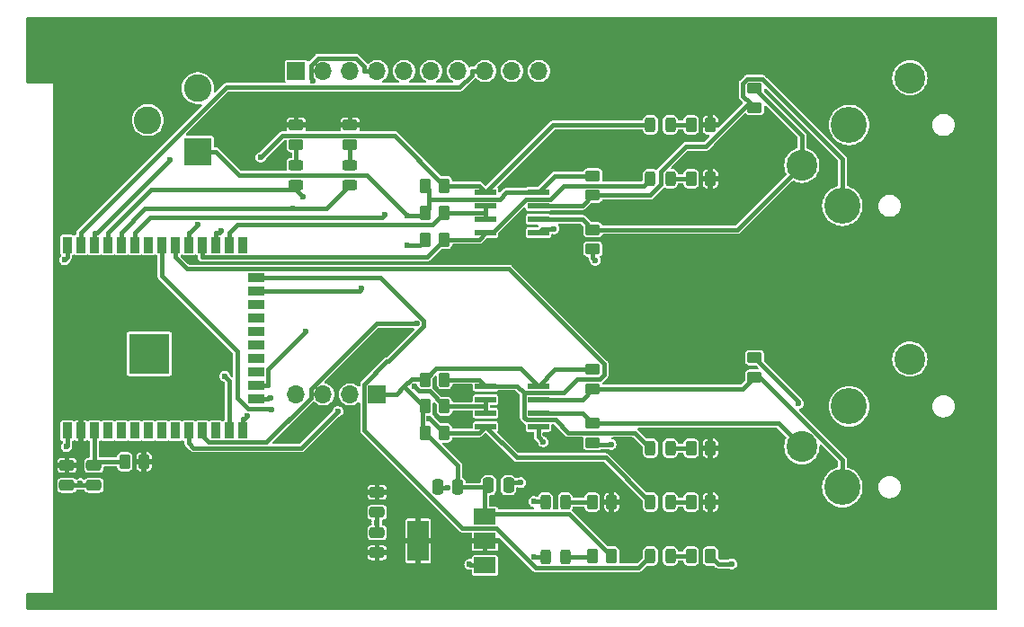
<source format=gbr>
%TF.GenerationSoftware,KiCad,Pcbnew,7.0.7*%
%TF.CreationDate,2023-09-08T00:35:22+02:00*%
%TF.ProjectId,DMX-ArtNET-Gateway,444d582d-4172-4744-9e45-542d47617465,v01*%
%TF.SameCoordinates,Original*%
%TF.FileFunction,Copper,L1,Top*%
%TF.FilePolarity,Positive*%
%FSLAX46Y46*%
G04 Gerber Fmt 4.6, Leading zero omitted, Abs format (unit mm)*
G04 Created by KiCad (PCBNEW 7.0.7) date 2023-09-08 00:35:22*
%MOMM*%
%LPD*%
G01*
G04 APERTURE LIST*
G04 Aperture macros list*
%AMRoundRect*
0 Rectangle with rounded corners*
0 $1 Rounding radius*
0 $2 $3 $4 $5 $6 $7 $8 $9 X,Y pos of 4 corners*
0 Add a 4 corners polygon primitive as box body*
4,1,4,$2,$3,$4,$5,$6,$7,$8,$9,$2,$3,0*
0 Add four circle primitives for the rounded corners*
1,1,$1+$1,$2,$3*
1,1,$1+$1,$4,$5*
1,1,$1+$1,$6,$7*
1,1,$1+$1,$8,$9*
0 Add four rect primitives between the rounded corners*
20,1,$1+$1,$2,$3,$4,$5,0*
20,1,$1+$1,$4,$5,$6,$7,0*
20,1,$1+$1,$6,$7,$8,$9,0*
20,1,$1+$1,$8,$9,$2,$3,0*%
G04 Aperture macros list end*
%TA.AperFunction,ComponentPad*%
%ADD10R,1.700000X1.700000*%
%TD*%
%TA.AperFunction,ComponentPad*%
%ADD11O,1.700000X1.700000*%
%TD*%
%TA.AperFunction,SMDPad,CuDef*%
%ADD12RoundRect,0.250000X-0.475000X0.250000X-0.475000X-0.250000X0.475000X-0.250000X0.475000X0.250000X0*%
%TD*%
%TA.AperFunction,SMDPad,CuDef*%
%ADD13RoundRect,0.250000X0.475000X-0.250000X0.475000X0.250000X-0.475000X0.250000X-0.475000X-0.250000X0*%
%TD*%
%TA.AperFunction,SMDPad,CuDef*%
%ADD14RoundRect,0.250000X0.250000X0.475000X-0.250000X0.475000X-0.250000X-0.475000X0.250000X-0.475000X0*%
%TD*%
%TA.AperFunction,SMDPad,CuDef*%
%ADD15RoundRect,0.250000X0.450000X-0.262500X0.450000X0.262500X-0.450000X0.262500X-0.450000X-0.262500X0*%
%TD*%
%TA.AperFunction,SMDPad,CuDef*%
%ADD16RoundRect,0.250000X-0.262500X-0.450000X0.262500X-0.450000X0.262500X0.450000X-0.262500X0.450000X0*%
%TD*%
%TA.AperFunction,SMDPad,CuDef*%
%ADD17RoundRect,0.250000X-0.450000X0.262500X-0.450000X-0.262500X0.450000X-0.262500X0.450000X0.262500X0*%
%TD*%
%TA.AperFunction,SMDPad,CuDef*%
%ADD18R,2.000000X1.500000*%
%TD*%
%TA.AperFunction,SMDPad,CuDef*%
%ADD19R,2.000000X3.800000*%
%TD*%
%TA.AperFunction,SMDPad,CuDef*%
%ADD20R,0.900000X1.500000*%
%TD*%
%TA.AperFunction,SMDPad,CuDef*%
%ADD21R,1.500000X0.900000*%
%TD*%
%TA.AperFunction,SMDPad,CuDef*%
%ADD22R,0.900000X0.900000*%
%TD*%
%TA.AperFunction,HeatsinkPad*%
%ADD23C,0.600000*%
%TD*%
%TA.AperFunction,SMDPad,CuDef*%
%ADD24R,3.800000X3.800000*%
%TD*%
%TA.AperFunction,SMDPad,CuDef*%
%ADD25RoundRect,0.243750X-0.243750X-0.456250X0.243750X-0.456250X0.243750X0.456250X-0.243750X0.456250X0*%
%TD*%
%TA.AperFunction,SMDPad,CuDef*%
%ADD26RoundRect,0.250000X0.262500X0.450000X-0.262500X0.450000X-0.262500X-0.450000X0.262500X-0.450000X0*%
%TD*%
%TA.AperFunction,ComponentPad*%
%ADD27C,3.400000*%
%TD*%
%TA.AperFunction,ComponentPad*%
%ADD28C,2.900000*%
%TD*%
%TA.AperFunction,SMDPad,CuDef*%
%ADD29RoundRect,0.041300X-0.943700X-0.253700X0.943700X-0.253700X0.943700X0.253700X-0.943700X0.253700X0*%
%TD*%
%TA.AperFunction,SMDPad,CuDef*%
%ADD30RoundRect,0.243750X0.456250X-0.243750X0.456250X0.243750X-0.456250X0.243750X-0.456250X-0.243750X0*%
%TD*%
%TA.AperFunction,SMDPad,CuDef*%
%ADD31RoundRect,0.250000X-0.250000X-0.475000X0.250000X-0.475000X0.250000X0.475000X-0.250000X0.475000X0*%
%TD*%
%TA.AperFunction,ComponentPad*%
%ADD32R,2.600000X2.600000*%
%TD*%
%TA.AperFunction,ComponentPad*%
%ADD33C,2.600000*%
%TD*%
%TA.AperFunction,SMDPad,CuDef*%
%ADD34RoundRect,0.243750X0.243750X0.456250X-0.243750X0.456250X-0.243750X-0.456250X0.243750X-0.456250X0*%
%TD*%
%TA.AperFunction,ViaPad*%
%ADD35C,0.600000*%
%TD*%
%TA.AperFunction,Conductor*%
%ADD36C,0.400000*%
%TD*%
G04 APERTURE END LIST*
D10*
%TO.P,J5,1,Pin_1*%
%TO.N,+5V*%
X147320000Y-116840000D03*
D11*
%TO.P,J5,2,Pin_2*%
%TO.N,TX*%
X144780000Y-116840000D03*
%TO.P,J5,3,Pin_3*%
%TO.N,RX*%
X142240000Y-116840000D03*
%TO.P,J5,4,Pin_4*%
%TO.N,GND*%
X139700000Y-116840000D03*
%TD*%
D12*
%TO.P,C5,1*%
%TO.N,+3.3V*%
X118110000Y-123510000D03*
%TO.P,C5,2*%
%TO.N,GND*%
X118110000Y-125410000D03*
%TD*%
D13*
%TO.P,C2,1*%
%TO.N,+3.3V*%
X147320000Y-131760000D03*
%TO.P,C2,2*%
%TO.N,GND*%
X147320000Y-129860000D03*
%TD*%
D14*
%TO.P,C1,1*%
%TO.N,+5V*%
X154940000Y-125580000D03*
%TO.P,C1,2*%
%TO.N,GND*%
X153040000Y-125580000D03*
%TD*%
D10*
%TO.P,J1,1,Pin_1*%
%TO.N,IO5*%
X139700000Y-86360000D03*
D11*
%TO.P,J1,2,Pin_2*%
%TO.N,IO12*%
X142240000Y-86360000D03*
%TO.P,J1,3,Pin_3*%
%TO.N,IO13*%
X144780000Y-86360000D03*
%TO.P,J1,4,Pin_4*%
%TO.N,IO14*%
X147320000Y-86360000D03*
%TO.P,J1,5,Pin_5*%
%TO.N,IO15*%
X149860000Y-86360000D03*
%TO.P,J1,6,Pin_6*%
%TO.N,IO21*%
X152400000Y-86360000D03*
%TO.P,J1,7,Pin_7*%
%TO.N,IO22*%
X154940000Y-86360000D03*
%TO.P,J1,8,Pin_8*%
%TO.N,IO23*%
X157480000Y-86360000D03*
%TO.P,J1,9,Pin_9*%
%TO.N,IO25*%
X160020000Y-86360000D03*
%TO.P,J1,10,Pin_10*%
%TO.N,IO26*%
X162560000Y-86360000D03*
%TD*%
D15*
%TO.P,R11,1*%
%TO.N,DMX_1_B*%
X182880000Y-89812500D03*
%TO.P,R11,2*%
%TO.N,DMX_1_A*%
X182880000Y-87987500D03*
%TD*%
D16*
%TO.P,R22,1*%
%TO.N,+5V*%
X151845000Y-120470000D03*
%TO.P,R22,2*%
%TO.N,IO19*%
X153670000Y-120470000D03*
%TD*%
%TO.P,R21,1*%
%TO.N,+5V*%
X151845000Y-117960000D03*
%TO.P,R21,2*%
%TO.N,IO21*%
X153670000Y-117960000D03*
%TD*%
D17*
%TO.P,R15,1*%
%TO.N,+5V*%
X167640000Y-114507500D03*
%TO.P,R15,2*%
%TO.N,DMX_2_B*%
X167640000Y-116332500D03*
%TD*%
D16*
%TO.P,R1,1*%
%TO.N,Net-(D1-K)*%
X176887500Y-132080000D03*
%TO.P,R1,2*%
%TO.N,GND*%
X178712500Y-132080000D03*
%TD*%
D17*
%TO.P,R13,1*%
%TO.N,+5V*%
X167640000Y-96242500D03*
%TO.P,R13,2*%
%TO.N,DMX_1_B*%
X167640000Y-98067500D03*
%TD*%
D18*
%TO.P,U1,1,GND*%
%TO.N,GND*%
X157480000Y-132960000D03*
%TO.P,U1,2,VO*%
%TO.N,+3.3V*%
X157480000Y-130660000D03*
D19*
X151180000Y-130660000D03*
D18*
%TO.P,U1,3,VI*%
%TO.N,+5V*%
X157480000Y-128360000D03*
%TD*%
D20*
%TO.P,U2,1,GND*%
%TO.N,GND*%
X118140000Y-120260000D03*
%TO.P,U2,2,VDD*%
%TO.N,+3.3V*%
X119410000Y-120260000D03*
%TO.P,U2,3,EN*%
%TO.N,Net-(U2-EN)*%
X120680000Y-120260000D03*
%TO.P,U2,4,SENSOR_VP*%
%TO.N,unconnected-(U2-SENSOR_VP-Pad4)*%
X121950000Y-120260000D03*
%TO.P,U2,5,SENSOR_VN*%
%TO.N,unconnected-(U2-SENSOR_VN-Pad5)*%
X123220000Y-120260000D03*
%TO.P,U2,6,IO34*%
%TO.N,unconnected-(U2-IO34-Pad6)*%
X124490000Y-120260000D03*
%TO.P,U2,7,IO35*%
%TO.N,unconnected-(U2-IO35-Pad7)*%
X125760000Y-120260000D03*
%TO.P,U2,8,IO32*%
%TO.N,unconnected-(U2-IO32-Pad8)*%
X127030000Y-120260000D03*
%TO.P,U2,9,IO33*%
%TO.N,unconnected-(U2-IO33-Pad9)*%
X128300000Y-120260000D03*
%TO.P,U2,10,IO25*%
%TO.N,IO25*%
X129570000Y-120260000D03*
%TO.P,U2,11,IO26*%
%TO.N,IO26*%
X130840000Y-120260000D03*
%TO.P,U2,12,IO27*%
%TO.N,unconnected-(U2-IO27-Pad12)*%
X132110000Y-120260000D03*
%TO.P,U2,13,IO14*%
%TO.N,IO14*%
X133380000Y-120260000D03*
%TO.P,U2,14,IO12*%
%TO.N,IO12*%
X134650000Y-120260000D03*
D21*
%TO.P,U2,15,GND*%
%TO.N,GND*%
X135900000Y-117220000D03*
%TO.P,U2,16,IO13*%
%TO.N,IO13*%
X135900000Y-115950000D03*
%TO.P,U2,17,SHD/SD2*%
%TO.N,unconnected-(U2-SHD{slash}SD2-Pad17)*%
X135900000Y-114680000D03*
%TO.P,U2,18,SWP/SD3*%
%TO.N,unconnected-(U2-SWP{slash}SD3-Pad18)*%
X135900000Y-113410000D03*
%TO.P,U2,19,SCS/CMD*%
%TO.N,unconnected-(U2-SCS{slash}CMD-Pad19)*%
X135900000Y-112140000D03*
%TO.P,U2,20,SCK/CLK*%
%TO.N,unconnected-(U2-SCK{slash}CLK-Pad20)*%
X135900000Y-110870000D03*
%TO.P,U2,21,SDO/SD0*%
%TO.N,unconnected-(U2-SDO{slash}SD0-Pad21)*%
X135900000Y-109600000D03*
%TO.P,U2,22,SDI/SD1*%
%TO.N,unconnected-(U2-SDI{slash}SD1-Pad22)*%
X135900000Y-108330000D03*
%TO.P,U2,23,IO15*%
%TO.N,IO15*%
X135900000Y-107060000D03*
%TO.P,U2,24,IO2*%
%TO.N,IO2*%
X135900000Y-105790000D03*
D20*
%TO.P,U2,25,IO0*%
%TO.N,unconnected-(U2-IO0-Pad25)*%
X134650000Y-102760000D03*
%TO.P,U2,26,IO4*%
%TO.N,IO4*%
X133380000Y-102760000D03*
%TO.P,U2,27,IO16*%
%TO.N,IO16*%
X132110000Y-102760000D03*
%TO.P,U2,28,IO17*%
%TO.N,IO17*%
X130840000Y-102760000D03*
%TO.P,U2,29,IO5*%
%TO.N,IO5*%
X129570000Y-102760000D03*
%TO.P,U2,30,IO18*%
%TO.N,IO18*%
X128300000Y-102760000D03*
%TO.P,U2,31,IO19*%
%TO.N,IO19*%
X127030000Y-102760000D03*
%TO.P,U2,32,NC*%
%TO.N,unconnected-(U2-NC-Pad32)*%
X125760000Y-102760000D03*
%TO.P,U2,33,IO21*%
%TO.N,IO21*%
X124490000Y-102760000D03*
%TO.P,U2,34,RXD0/IO3*%
%TO.N,RX*%
X123220000Y-102760000D03*
%TO.P,U2,35,TXD0/IO1*%
%TO.N,TX*%
X121950000Y-102760000D03*
%TO.P,U2,36,IO22*%
%TO.N,IO22*%
X120680000Y-102760000D03*
%TO.P,U2,37,IO23*%
%TO.N,IO23*%
X119410000Y-102760000D03*
%TO.P,U2,38,GND*%
%TO.N,GND*%
X118140000Y-102760000D03*
D22*
%TO.P,U2,39,GND*%
X124460000Y-114410000D03*
D23*
X125160000Y-114410000D03*
D22*
X125860000Y-114410000D03*
D23*
X126560000Y-114410000D03*
D22*
X127260000Y-114410000D03*
D23*
X124460000Y-113710000D03*
X125860000Y-113710000D03*
X127260000Y-113710000D03*
X125160000Y-113035000D03*
X126560000Y-113035000D03*
D22*
X124460000Y-113010000D03*
X125860000Y-113010000D03*
D24*
X125860000Y-113010000D03*
D22*
X127260000Y-113010000D03*
D23*
X124460000Y-112310000D03*
X125860000Y-112310000D03*
X127260000Y-112310000D03*
D22*
X124460000Y-111610000D03*
D23*
X125160000Y-111610000D03*
D22*
X125860000Y-111610000D03*
D23*
X126560000Y-111610000D03*
D22*
X127260000Y-111610000D03*
%TD*%
D25*
%TO.P,D3,1,K*%
%TO.N,GND*%
X163225000Y-132125000D03*
%TO.P,D3,2,A*%
%TO.N,Net-(D3-A)*%
X165100000Y-132125000D03*
%TD*%
D26*
%TO.P,R2,1*%
%TO.N,+3.3V*%
X169410000Y-127000000D03*
%TO.P,R2,2*%
%TO.N,Net-(D2-A)*%
X167585000Y-127000000D03*
%TD*%
%TO.P,R3,1*%
%TO.N,+5V*%
X169410000Y-132080000D03*
%TO.P,R3,2*%
%TO.N,Net-(D3-A)*%
X167585000Y-132080000D03*
%TD*%
D27*
%TO.P,J3,1*%
%TO.N,GND*%
X191770000Y-117960000D03*
%TO.P,J3,2*%
%TO.N,DMX_2_B*%
X191135000Y-125580000D03*
D28*
%TO.P,J3,3*%
%TO.N,DMX_2_A*%
X187320000Y-121770000D03*
%TO.P,J3,G*%
%TO.N,GND*%
X197490000Y-113520000D03*
%TD*%
D25*
%TO.P,D8,1,K*%
%TO.N,IO19*%
X173052500Y-127000000D03*
%TO.P,D8,2,A*%
%TO.N,Net-(D8-A)*%
X174927500Y-127000000D03*
%TD*%
D17*
%TO.P,R16,1*%
%TO.N,DMX_2_A*%
X167640000Y-119587500D03*
%TO.P,R16,2*%
%TO.N,GND*%
X167640000Y-121412500D03*
%TD*%
D29*
%TO.P,U3,1,RO*%
%TO.N,IO16*%
X157545000Y-97790000D03*
%TO.P,U3,2,~{RE}*%
%TO.N,IO4*%
X157545000Y-99060000D03*
%TO.P,U3,3,DE*%
X157545000Y-100330000D03*
%TO.P,U3,4,DI*%
%TO.N,IO17*%
X157545000Y-101600000D03*
%TO.P,U3,5,GND*%
%TO.N,GND*%
X162495000Y-101600000D03*
%TO.P,U3,6,A*%
%TO.N,DMX_1_A*%
X162495000Y-100330000D03*
%TO.P,U3,7,B*%
%TO.N,DMX_1_B*%
X162495000Y-99060000D03*
%TO.P,U3,8,VCC*%
%TO.N,+5V*%
X162495000Y-97790000D03*
%TD*%
D30*
%TO.P,D4,1,K*%
%TO.N,TX*%
X139700000Y-97125000D03*
%TO.P,D4,2,A*%
%TO.N,Net-(D4-A)*%
X139700000Y-95250000D03*
%TD*%
D26*
%TO.P,R8,1*%
%TO.N,+3.3V*%
X178712500Y-127000000D03*
%TO.P,R8,2*%
%TO.N,Net-(D8-A)*%
X176887500Y-127000000D03*
%TD*%
D17*
%TO.P,R14,1*%
%TO.N,DMX_1_A*%
X167640000Y-101322500D03*
%TO.P,R14,2*%
%TO.N,GND*%
X167640000Y-103147500D03*
%TD*%
D26*
%TO.P,R9,1*%
%TO.N,+3.3V*%
X178712500Y-121920000D03*
%TO.P,R9,2*%
%TO.N,Net-(D9-A)*%
X176887500Y-121920000D03*
%TD*%
D17*
%TO.P,R5,1*%
%TO.N,+3.3V*%
X144780000Y-91465000D03*
%TO.P,R5,2*%
%TO.N,Net-(D5-A)*%
X144780000Y-93290000D03*
%TD*%
D16*
%TO.P,R19,1*%
%TO.N,+5V*%
X151845000Y-97155000D03*
%TO.P,R19,2*%
%TO.N,IO16*%
X153670000Y-97155000D03*
%TD*%
D17*
%TO.P,R4,1*%
%TO.N,+3.3V*%
X139700000Y-91465000D03*
%TO.P,R4,2*%
%TO.N,Net-(D4-A)*%
X139700000Y-93290000D03*
%TD*%
D16*
%TO.P,R20,1*%
%TO.N,+5V*%
X151845000Y-115450000D03*
%TO.P,R20,2*%
%TO.N,IO18*%
X153670000Y-115450000D03*
%TD*%
D31*
%TO.P,C4,1*%
%TO.N,+5V*%
X157800000Y-125410000D03*
%TO.P,C4,2*%
%TO.N,GND*%
X159700000Y-125410000D03*
%TD*%
D12*
%TO.P,C3,1*%
%TO.N,+3.3V*%
X147320000Y-126050000D03*
%TO.P,C3,2*%
%TO.N,GND*%
X147320000Y-127950000D03*
%TD*%
D16*
%TO.P,R17,1*%
%TO.N,+5V*%
X151845000Y-102235000D03*
%TO.P,R17,2*%
%TO.N,IO17*%
X153670000Y-102235000D03*
%TD*%
D32*
%TO.P,J4,1*%
%TO.N,+5V*%
X130430000Y-93980000D03*
D33*
%TO.P,J4,2*%
%TO.N,GND*%
X130430000Y-87980000D03*
%TO.P,J4,3*%
%TO.N,N/C*%
X125730000Y-90980000D03*
%TD*%
D12*
%TO.P,C6,1*%
%TO.N,Net-(U2-EN)*%
X120650000Y-123510000D03*
%TO.P,C6,2*%
%TO.N,GND*%
X120650000Y-125410000D03*
%TD*%
D26*
%TO.P,R10,1*%
%TO.N,+3.3V*%
X125372500Y-123190000D03*
%TO.P,R10,2*%
%TO.N,Net-(U2-EN)*%
X123547500Y-123190000D03*
%TD*%
D34*
%TO.P,D1,1,K*%
%TO.N,Net-(D1-K)*%
X174927500Y-132080000D03*
%TO.P,D1,2,A*%
%TO.N,IO2*%
X173052500Y-132080000D03*
%TD*%
D29*
%TO.P,U4,1,RO*%
%TO.N,IO18*%
X157545000Y-116055000D03*
%TO.P,U4,2,~{RE}*%
%TO.N,IO21*%
X157545000Y-117325000D03*
%TO.P,U4,3,DE*%
X157545000Y-118595000D03*
%TO.P,U4,4,DI*%
%TO.N,IO19*%
X157545000Y-119865000D03*
%TO.P,U4,5,GND*%
%TO.N,GND*%
X162495000Y-119865000D03*
%TO.P,U4,6,A*%
%TO.N,DMX_2_A*%
X162495000Y-118595000D03*
%TO.P,U4,7,B*%
%TO.N,DMX_2_B*%
X162495000Y-117325000D03*
%TO.P,U4,8,VCC*%
%TO.N,+5V*%
X162495000Y-116055000D03*
%TD*%
D25*
%TO.P,D9,1,K*%
%TO.N,IO18*%
X173052500Y-121920000D03*
%TO.P,D9,2,A*%
%TO.N,Net-(D9-A)*%
X174927500Y-121920000D03*
%TD*%
%TO.P,D6,1,K*%
%TO.N,IO17*%
X173052500Y-96520000D03*
%TO.P,D6,2,A*%
%TO.N,Net-(D6-A)*%
X174927500Y-96520000D03*
%TD*%
%TO.P,D2,1,K*%
%TO.N,GND*%
X163170000Y-127000000D03*
%TO.P,D2,2,A*%
%TO.N,Net-(D2-A)*%
X165045000Y-127000000D03*
%TD*%
D30*
%TO.P,D5,1,K*%
%TO.N,RX*%
X144780000Y-97125000D03*
%TO.P,D5,2,A*%
%TO.N,Net-(D5-A)*%
X144780000Y-95250000D03*
%TD*%
D26*
%TO.P,R7,1*%
%TO.N,+3.3V*%
X178712500Y-91440000D03*
%TO.P,R7,2*%
%TO.N,Net-(D7-A)*%
X176887500Y-91440000D03*
%TD*%
D16*
%TO.P,R18,1*%
%TO.N,+5V*%
X151845000Y-99695000D03*
%TO.P,R18,2*%
%TO.N,IO4*%
X153670000Y-99695000D03*
%TD*%
D15*
%TO.P,R12,1*%
%TO.N,DMX_2_B*%
X182880000Y-115212500D03*
%TO.P,R12,2*%
%TO.N,DMX_2_A*%
X182880000Y-113387500D03*
%TD*%
D25*
%TO.P,D7,1,K*%
%TO.N,IO16*%
X173052500Y-91440000D03*
%TO.P,D7,2,A*%
%TO.N,Net-(D7-A)*%
X174927500Y-91440000D03*
%TD*%
D26*
%TO.P,R6,1*%
%TO.N,+3.3V*%
X178712500Y-96520000D03*
%TO.P,R6,2*%
%TO.N,Net-(D6-A)*%
X176887500Y-96520000D03*
%TD*%
D27*
%TO.P,J2,1*%
%TO.N,GND*%
X191770000Y-91440000D03*
%TO.P,J2,2*%
%TO.N,DMX_1_B*%
X191135000Y-99060000D03*
D28*
%TO.P,J2,3*%
%TO.N,DMX_1_A*%
X187320000Y-95250000D03*
%TO.P,J2,G*%
%TO.N,GND*%
X197490000Y-87000000D03*
%TD*%
D35*
%TO.N,IO22*%
X127789400Y-94748300D03*
%TO.N,TX*%
X140356100Y-98210300D03*
%TO.N,RX*%
X139372400Y-99353600D03*
%TO.N,IO5*%
X130441800Y-100847600D03*
%TO.N,IO15*%
X145838600Y-106867000D03*
%TO.N,IO13*%
X140574700Y-110936000D03*
%TO.N,IO12*%
X135113100Y-118846000D03*
%TO.N,IO14*%
X132952600Y-115123000D03*
X141283300Y-87271200D03*
%TO.N,IO26*%
X151078700Y-110174700D03*
%TO.N,IO25*%
X143621400Y-118445800D03*
%TO.N,IO19*%
X152231600Y-119105700D03*
X137397100Y-118251500D03*
%TO.N,IO21*%
X150797000Y-116049000D03*
X148080200Y-99886900D03*
%TO.N,IO16*%
X136367500Y-94488300D03*
X132602600Y-101453900D03*
%TO.N,DMX_2_A*%
X186977600Y-117723900D03*
%TO.N,+5V*%
X150139200Y-100000300D03*
X150139200Y-102775400D03*
%TO.N,GND*%
X162090400Y-126929400D03*
X117882700Y-104151200D03*
X118058100Y-121756000D03*
X180714500Y-132832600D03*
X160850100Y-125142400D03*
X119380000Y-125254900D03*
X137249800Y-117213400D03*
X162117900Y-132158100D03*
X163967800Y-101233000D03*
X147308500Y-128905000D03*
X153990000Y-125616800D03*
X162977300Y-121331100D03*
X169354400Y-121571200D03*
X167876300Y-104226700D03*
X156033400Y-132859200D03*
%TD*%
D36*
%TO.N,IO23*%
X119410000Y-102760000D02*
X119410000Y-101610000D01*
X157480000Y-86360000D02*
X156230000Y-86360000D01*
X156230000Y-86748500D02*
X156230000Y-86360000D01*
X155078400Y-87900100D02*
X156230000Y-86748500D01*
X133119900Y-87900100D02*
X155078400Y-87900100D01*
X119410000Y-101610000D02*
X133119900Y-87900100D01*
%TO.N,IO22*%
X120680000Y-102760000D02*
X120680000Y-101610000D01*
X120927700Y-101610000D02*
X120680000Y-101610000D01*
X127789400Y-94748300D02*
X120927700Y-101610000D01*
%TO.N,TX*%
X121950000Y-102760000D02*
X121950000Y-101610000D01*
X126005800Y-97554200D02*
X121950000Y-101610000D01*
X139700000Y-97554200D02*
X126005800Y-97554200D01*
X139700000Y-97125000D02*
X139700000Y-97554200D01*
X139700000Y-97554200D02*
X140356100Y-98210300D01*
%TO.N,RX*%
X123220000Y-102760000D02*
X123220000Y-101610000D01*
X142551400Y-99353600D02*
X144780000Y-97125000D01*
X139372400Y-99353600D02*
X142551400Y-99353600D01*
X125476400Y-99353600D02*
X123220000Y-101610000D01*
X139372400Y-99353600D02*
X125476400Y-99353600D01*
%TO.N,IO5*%
X129679400Y-101610000D02*
X130441800Y-100847600D01*
X129570000Y-101610000D02*
X129679400Y-101610000D01*
X129570000Y-102760000D02*
X129570000Y-101610000D01*
%TO.N,IO2*%
X147583400Y-105790000D02*
X135900000Y-105790000D01*
X151718700Y-109925300D02*
X147583400Y-105790000D01*
X151718700Y-110427200D02*
X151718700Y-109925300D01*
X148400600Y-113745300D02*
X151718700Y-110427200D01*
X148246800Y-113745300D02*
X148400600Y-113745300D01*
X146118600Y-115873500D02*
X148246800Y-113745300D01*
X146118600Y-120212800D02*
X146118600Y-115873500D01*
X155344700Y-129438900D02*
X146118600Y-120212800D01*
X158498400Y-129438900D02*
X155344700Y-129438900D01*
X162244200Y-133184700D02*
X158498400Y-129438900D01*
X171947800Y-133184700D02*
X162244200Y-133184700D01*
X173052500Y-132080000D02*
X171947800Y-133184700D01*
%TO.N,IO15*%
X145645600Y-107060000D02*
X145838600Y-106867000D01*
X135900000Y-107060000D02*
X145645600Y-107060000D01*
%TO.N,IO13*%
X135900000Y-115950000D02*
X137050000Y-115950000D01*
X137050000Y-114460700D02*
X140574700Y-110936000D01*
X137050000Y-115950000D02*
X137050000Y-114460700D01*
%TO.N,IO12*%
X134650000Y-120260000D02*
X134650000Y-119110000D01*
X134849100Y-119110000D02*
X135113100Y-118846000D01*
X134650000Y-119110000D02*
X134849100Y-119110000D01*
%TO.N,IO14*%
X133380000Y-115550400D02*
X132952600Y-115123000D01*
X133380000Y-120260000D02*
X133380000Y-115550400D01*
X141061100Y-87049000D02*
X141283300Y-87271200D01*
X141061100Y-85832100D02*
X141061100Y-87049000D01*
X141745600Y-85147600D02*
X141061100Y-85832100D01*
X145298300Y-85147600D02*
X141745600Y-85147600D01*
X146070000Y-85919300D02*
X145298300Y-85147600D01*
X146070000Y-86360000D02*
X146070000Y-85919300D01*
X147320000Y-86360000D02*
X146070000Y-86360000D01*
%TO.N,IO26*%
X130840000Y-120698600D02*
X130840000Y-120260000D01*
X131480300Y-121338900D02*
X130840000Y-120698600D01*
X136884300Y-121338900D02*
X131480300Y-121338900D01*
X141061100Y-117162100D02*
X136884300Y-121338900D01*
X141061100Y-116351600D02*
X141061100Y-117162100D01*
X147238000Y-110174700D02*
X141061100Y-116351600D01*
X151078700Y-110174700D02*
X147238000Y-110174700D01*
%TO.N,IO25*%
X129570000Y-120260000D02*
X129570000Y-121410000D01*
X140190100Y-121877100D02*
X143621400Y-118445800D01*
X130037100Y-121877100D02*
X140190100Y-121877100D01*
X129570000Y-121410000D02*
X130037100Y-121877100D01*
%TO.N,IO19*%
X160458400Y-122778400D02*
X157545000Y-119865000D01*
X168830900Y-122778400D02*
X160458400Y-122778400D01*
X173052500Y-127000000D02*
X168830900Y-122778400D01*
X127030000Y-105659900D02*
X127030000Y-102760000D01*
X134168000Y-112797900D02*
X127030000Y-105659900D01*
X134168000Y-117176800D02*
X134168000Y-112797900D01*
X135208200Y-118217000D02*
X134168000Y-117176800D01*
X137362600Y-118217000D02*
X135208200Y-118217000D01*
X137397100Y-118251500D02*
X137362600Y-118217000D01*
X156940000Y-120470000D02*
X157545000Y-119865000D01*
X153670000Y-120470000D02*
X156940000Y-120470000D01*
X152305700Y-119105700D02*
X152231600Y-119105700D01*
X153670000Y-120470000D02*
X152305700Y-119105700D01*
%TO.N,IO21*%
X157545000Y-118595000D02*
X157545000Y-117960000D01*
X157545000Y-117960000D02*
X157545000Y-117325000D01*
X157545000Y-117960000D02*
X153670000Y-117960000D01*
X151274000Y-116526000D02*
X150797000Y-116049000D01*
X152236000Y-116526000D02*
X151274000Y-116526000D01*
X153670000Y-117960000D02*
X152236000Y-116526000D01*
X147771300Y-100195800D02*
X148080200Y-99886900D01*
X125904200Y-100195800D02*
X147771300Y-100195800D01*
X124490000Y-101610000D02*
X125904200Y-100195800D01*
X124490000Y-102760000D02*
X124490000Y-101610000D01*
%TO.N,IO18*%
X156940000Y-115450000D02*
X157545000Y-116055000D01*
X153670000Y-115450000D02*
X156940000Y-115450000D01*
X171573000Y-120440500D02*
X173052500Y-121920000D01*
X165312700Y-120440500D02*
X171573000Y-120440500D01*
X164102200Y-119230000D02*
X165312700Y-120440500D01*
X161392200Y-119230000D02*
X164102200Y-119230000D01*
X161161400Y-118999200D02*
X161392200Y-119230000D01*
X161161400Y-116690000D02*
X161161400Y-118999200D01*
X160526400Y-116055000D02*
X161161400Y-116690000D01*
X157545000Y-116055000D02*
X160526400Y-116055000D01*
X128300000Y-102760000D02*
X128300000Y-103910000D01*
X164892700Y-116690000D02*
X161161400Y-116690000D01*
X166162700Y-115420000D02*
X164892700Y-116690000D01*
X168276000Y-115420000D02*
X166162700Y-115420000D01*
X168688400Y-115007600D02*
X168276000Y-115420000D01*
X168688400Y-113976800D02*
X168688400Y-115007600D01*
X159722700Y-105011100D02*
X168688400Y-113976800D01*
X129401100Y-105011100D02*
X159722700Y-105011100D01*
X128300000Y-103910000D02*
X129401100Y-105011100D01*
%TO.N,IO16*%
X163895000Y-91440000D02*
X157545000Y-97790000D01*
X173052500Y-91440000D02*
X163895000Y-91440000D01*
X132446500Y-101610000D02*
X132110000Y-101610000D01*
X132602600Y-101453900D02*
X132446500Y-101610000D01*
X132110000Y-102760000D02*
X132110000Y-101610000D01*
X156910000Y-97155000D02*
X153670000Y-97155000D01*
X157545000Y-97790000D02*
X156910000Y-97155000D01*
X138412300Y-92443500D02*
X136367500Y-94488300D01*
X148958500Y-92443500D02*
X138412300Y-92443500D01*
X153670000Y-97155000D02*
X148958500Y-92443500D01*
%TO.N,IO4*%
X157545000Y-100330000D02*
X157545000Y-99695000D01*
X157545000Y-99695000D02*
X157545000Y-99060000D01*
X157545000Y-99695000D02*
X153670000Y-99695000D01*
X134137600Y-100852400D02*
X133380000Y-101610000D01*
X152512600Y-100852400D02*
X134137600Y-100852400D01*
X153670000Y-99695000D02*
X152512600Y-100852400D01*
X133380000Y-102760000D02*
X133380000Y-101610000D01*
%TO.N,IO17*%
X130840000Y-102760000D02*
X130840000Y-103910000D01*
X151995000Y-103910000D02*
X130840000Y-103910000D01*
X153670000Y-102235000D02*
X151995000Y-103910000D01*
X158178900Y-101600000D02*
X157545000Y-101600000D01*
X161353900Y-98425000D02*
X158178900Y-101600000D01*
X163581200Y-98425000D02*
X161353900Y-98425000D01*
X164851200Y-97155000D02*
X163581200Y-98425000D01*
X172417500Y-97155000D02*
X164851200Y-97155000D01*
X173052500Y-96520000D02*
X172417500Y-97155000D01*
X156910000Y-102235000D02*
X153670000Y-102235000D01*
X157545000Y-101600000D02*
X156910000Y-102235000D01*
%TO.N,DMX_2_A*%
X166647500Y-118595000D02*
X162495000Y-118595000D01*
X167640000Y-119587500D02*
X166647500Y-118595000D01*
X185137500Y-119587500D02*
X167640000Y-119587500D01*
X187320000Y-121770000D02*
X185137500Y-119587500D01*
X186977600Y-117485100D02*
X182880000Y-113387500D01*
X186977600Y-117723900D02*
X186977600Y-117485100D01*
%TO.N,DMX_2_B*%
X183333600Y-115212500D02*
X182880000Y-115212500D01*
X191135000Y-123013900D02*
X183333600Y-115212500D01*
X191135000Y-125580000D02*
X191135000Y-123013900D01*
X181760000Y-116332500D02*
X167640000Y-116332500D01*
X182880000Y-115212500D02*
X181760000Y-116332500D01*
X166647500Y-117325000D02*
X167640000Y-116332500D01*
X162495000Y-117325000D02*
X166647500Y-117325000D01*
%TO.N,DMX_1_A*%
X166647500Y-100330000D02*
X167640000Y-101322500D01*
X162495000Y-100330000D02*
X166647500Y-100330000D01*
X187320000Y-92427500D02*
X187320000Y-95250000D01*
X182880000Y-87987500D02*
X187320000Y-92427500D01*
X181247500Y-101322500D02*
X167640000Y-101322500D01*
X187320000Y-95250000D02*
X181247500Y-101322500D01*
%TO.N,DMX_1_B*%
X166647500Y-99060000D02*
X167640000Y-98067500D01*
X162495000Y-99060000D02*
X166647500Y-99060000D01*
X178254700Y-93472600D02*
X182395700Y-89331600D01*
X176400500Y-93472600D02*
X178254700Y-93472600D01*
X174050800Y-95822300D02*
X176400500Y-93472600D01*
X174050800Y-97048600D02*
X174050800Y-95822300D01*
X173031900Y-98067500D02*
X174050800Y-97048600D01*
X167640000Y-98067500D02*
X173031900Y-98067500D01*
X181775200Y-88711100D02*
X182395700Y-89331600D01*
X181775200Y-87527200D02*
X181775200Y-88711100D01*
X182164100Y-87138300D02*
X181775200Y-87527200D01*
X183636300Y-87138300D02*
X182164100Y-87138300D01*
X191135000Y-94637000D02*
X183636300Y-87138300D01*
X191135000Y-99060000D02*
X191135000Y-94637000D01*
X182876600Y-89812500D02*
X182880000Y-89812500D01*
X182395700Y-89331600D02*
X182876600Y-89812500D01*
%TO.N,Net-(D9-A)*%
X174927500Y-121920000D02*
X176887500Y-121920000D01*
%TO.N,Net-(D8-A)*%
X174927500Y-127000000D02*
X176887500Y-127000000D01*
%TO.N,Net-(D7-A)*%
X174927500Y-91440000D02*
X176887500Y-91440000D01*
%TO.N,Net-(D6-A)*%
X174927500Y-96520000D02*
X176887500Y-96520000D01*
%TO.N,Net-(D5-A)*%
X144780000Y-95250000D02*
X144780000Y-93290000D01*
%TO.N,Net-(D4-A)*%
X139700000Y-95250000D02*
X139700000Y-93290000D01*
%TO.N,Net-(D3-A)*%
X167540000Y-132125000D02*
X167585000Y-132080000D01*
X165100000Y-132125000D02*
X167540000Y-132125000D01*
%TO.N,Net-(D2-A)*%
X165045000Y-127000000D02*
X167585000Y-127000000D01*
%TO.N,Net-(D1-K)*%
X174927500Y-132080000D02*
X176887500Y-132080000D01*
%TO.N,Net-(U2-EN)*%
X120680000Y-120260000D02*
X120680000Y-121241800D01*
X120680000Y-121241800D02*
X120680000Y-123190000D01*
X120650000Y-123220000D02*
X120680000Y-123190000D01*
X120650000Y-123510000D02*
X120650000Y-123220000D01*
X120680000Y-123190000D02*
X123547500Y-123190000D01*
%TO.N,+5V*%
X164042500Y-96242500D02*
X167640000Y-96242500D01*
X162495000Y-97790000D02*
X164042500Y-96242500D01*
X147320000Y-116840000D02*
X148221400Y-116840000D01*
X152209400Y-97519400D02*
X152209400Y-98431300D01*
X151845000Y-97155000D02*
X152209400Y-97519400D01*
X152209400Y-99330600D02*
X151845000Y-99695000D01*
X152209400Y-98431300D02*
X152209400Y-99330600D01*
X159492800Y-97790000D02*
X162495000Y-97790000D01*
X158851500Y-98431300D02*
X159492800Y-97790000D01*
X152209400Y-98431300D02*
X158851500Y-98431300D01*
X157480000Y-128360000D02*
X157480000Y-128062200D01*
X157480000Y-128062200D02*
X157480000Y-127210000D01*
X165392200Y-128062200D02*
X169410000Y-132080000D01*
X157480000Y-128062200D02*
X165392200Y-128062200D01*
X151845000Y-117960000D02*
X151692200Y-117960000D01*
X157480000Y-127210000D02*
X157480000Y-125580000D01*
X157650000Y-125410000D02*
X157800000Y-125410000D01*
X157480000Y-125580000D02*
X157650000Y-125410000D01*
X157480000Y-125580000D02*
X154940000Y-125580000D01*
X154940000Y-123565000D02*
X151845000Y-120470000D01*
X154940000Y-125580000D02*
X154940000Y-123565000D01*
X151602700Y-120227700D02*
X151845000Y-120470000D01*
X151602700Y-118049500D02*
X151602700Y-120227700D01*
X151692200Y-117960000D02*
X151602700Y-118049500D01*
X149843900Y-116105000D02*
X149843900Y-116111700D01*
X150543600Y-115405300D02*
X149843900Y-116105000D01*
X151800300Y-115405300D02*
X150543600Y-115405300D01*
X151845000Y-115450000D02*
X151800300Y-115405300D01*
X149115600Y-116840000D02*
X149843900Y-116111700D01*
X148221400Y-116840000D02*
X149115600Y-116840000D01*
X164042500Y-114507500D02*
X167640000Y-114507500D01*
X162495000Y-116055000D02*
X164042500Y-114507500D01*
X152903600Y-114391400D02*
X151845000Y-115450000D01*
X160831400Y-114391400D02*
X152903600Y-114391400D01*
X162495000Y-116055000D02*
X160831400Y-114391400D01*
X151539700Y-100000300D02*
X151845000Y-99695000D01*
X150139200Y-100000300D02*
X151539700Y-100000300D01*
X151304600Y-102775400D02*
X151845000Y-102235000D01*
X150139200Y-102775400D02*
X151304600Y-102775400D01*
X150949800Y-117217600D02*
X151692200Y-117960000D01*
X150947800Y-117217600D02*
X150949800Y-117217600D01*
X150268100Y-116537900D02*
X150947800Y-117217600D01*
X150268100Y-116535900D02*
X150268100Y-116537900D01*
X149843900Y-116111700D02*
X150268100Y-116535900D01*
X146326400Y-96187500D02*
X150139200Y-100000300D01*
X134337500Y-96187500D02*
X146326400Y-96187500D01*
X132130000Y-93980000D02*
X134337500Y-96187500D01*
X130430000Y-93980000D02*
X132130000Y-93980000D01*
%TO.N,GND*%
X163099400Y-126929400D02*
X163170000Y-127000000D01*
X162090400Y-126929400D02*
X163099400Y-126929400D01*
X127260000Y-111610000D02*
X126560000Y-111610000D01*
X126560000Y-111610000D02*
X125860000Y-111610000D01*
X125160000Y-111610000D02*
X124460000Y-111610000D01*
X127260000Y-114410000D02*
X126560000Y-114410000D01*
X126560000Y-114410000D02*
X125860000Y-114410000D01*
X125160000Y-114410000D02*
X124460000Y-114410000D01*
X118140000Y-102760000D02*
X118140000Y-103910000D01*
X118140000Y-121674100D02*
X118140000Y-120260000D01*
X118058100Y-121756000D02*
X118140000Y-121674100D01*
X179465100Y-132832600D02*
X178712500Y-132080000D01*
X180714500Y-132832600D02*
X179465100Y-132832600D01*
X159967600Y-125142400D02*
X159700000Y-125410000D01*
X160850100Y-125142400D02*
X159967600Y-125142400D01*
X119380000Y-125254900D02*
X119380000Y-125410000D01*
X118110000Y-125410000D02*
X119380000Y-125410000D01*
X119380000Y-125410000D02*
X120650000Y-125410000D01*
X137056600Y-117213400D02*
X137050000Y-117220000D01*
X137249800Y-117213400D02*
X137056600Y-117213400D01*
X135900000Y-117220000D02*
X137050000Y-117220000D01*
X163191900Y-132158100D02*
X163225000Y-132125000D01*
X162117900Y-132158100D02*
X163191900Y-132158100D01*
X162862000Y-101233000D02*
X162495000Y-101600000D01*
X163967800Y-101233000D02*
X162862000Y-101233000D01*
X124460000Y-112310000D02*
X124460000Y-113010000D01*
X125860000Y-112310000D02*
X125860000Y-113010000D01*
X127260000Y-112310000D02*
X127260000Y-113010000D01*
X147320000Y-128905000D02*
X147320000Y-127950000D01*
X147308500Y-128905000D02*
X147320000Y-128905000D01*
X147320000Y-128905000D02*
X147320000Y-129860000D01*
X153076800Y-125616800D02*
X153040000Y-125580000D01*
X153990000Y-125616800D02*
X153076800Y-125616800D01*
X162495000Y-120848800D02*
X162495000Y-119865000D01*
X162977300Y-121331100D02*
X162495000Y-120848800D01*
X167798700Y-121571200D02*
X167640000Y-121412500D01*
X169354400Y-121571200D02*
X167798700Y-121571200D01*
X167640000Y-103990400D02*
X167640000Y-103147500D01*
X167876300Y-104226700D02*
X167640000Y-103990400D01*
X156080000Y-132905800D02*
X156080000Y-132960000D01*
X156033400Y-132859200D02*
X156080000Y-132905800D01*
X157480000Y-132960000D02*
X156080000Y-132960000D01*
X118123900Y-103910000D02*
X117882700Y-104151200D01*
X118140000Y-103910000D02*
X118123900Y-103910000D01*
%TD*%
%TA.AperFunction,Conductor*%
%TO.N,+3.3V*%
G36*
X205682539Y-81300185D02*
G01*
X205728294Y-81352989D01*
X205739500Y-81404500D01*
X205739500Y-137035500D01*
X205719815Y-137102539D01*
X205667011Y-137148294D01*
X205615500Y-137159500D01*
X114424500Y-137159500D01*
X114357461Y-137139815D01*
X114311706Y-137087011D01*
X114300500Y-137035500D01*
X114300500Y-135634000D01*
X114320185Y-135566961D01*
X114372989Y-135521206D01*
X114424500Y-135510000D01*
X116839999Y-135510000D01*
X116840000Y-135510000D01*
X116840000Y-132859199D01*
X155527753Y-132859199D01*
X155548234Y-133001656D01*
X155595874Y-133105971D01*
X155608023Y-133132573D01*
X155702272Y-133241343D01*
X155823347Y-133319153D01*
X155823350Y-133319154D01*
X155823349Y-133319154D01*
X155961436Y-133359699D01*
X155961438Y-133359700D01*
X155961439Y-133359700D01*
X156033674Y-133359700D01*
X156053069Y-133361226D01*
X156070038Y-133363914D01*
X156079999Y-133365492D01*
X156080000Y-133365492D01*
X156101879Y-133362026D01*
X156121275Y-133360500D01*
X156155500Y-133360500D01*
X156222539Y-133380185D01*
X156268294Y-133432989D01*
X156279500Y-133484500D01*
X156279500Y-133729752D01*
X156291131Y-133788229D01*
X156291132Y-133788230D01*
X156335447Y-133854552D01*
X156401769Y-133898867D01*
X156401770Y-133898868D01*
X156460247Y-133910499D01*
X156460250Y-133910500D01*
X156460252Y-133910500D01*
X158499750Y-133910500D01*
X158499751Y-133910499D01*
X158514568Y-133907552D01*
X158558229Y-133898868D01*
X158558229Y-133898867D01*
X158558231Y-133898867D01*
X158624552Y-133854552D01*
X158668867Y-133788231D01*
X158668867Y-133788229D01*
X158668868Y-133788229D01*
X158680499Y-133729752D01*
X158680500Y-133729750D01*
X158680500Y-132190249D01*
X158680499Y-132190247D01*
X158668868Y-132131770D01*
X158668867Y-132131769D01*
X158624552Y-132065447D01*
X158558230Y-132021132D01*
X158558229Y-132021131D01*
X158499752Y-132009500D01*
X158499748Y-132009500D01*
X156460252Y-132009500D01*
X156460247Y-132009500D01*
X156401770Y-132021131D01*
X156401769Y-132021132D01*
X156335447Y-132065447D01*
X156291132Y-132131769D01*
X156291131Y-132131770D01*
X156279500Y-132190247D01*
X156279500Y-132244186D01*
X156259815Y-132311225D01*
X156207011Y-132356980D01*
X156137853Y-132366924D01*
X156120570Y-132363165D01*
X156105361Y-132358700D01*
X155961439Y-132358700D01*
X155961436Y-132358700D01*
X155823349Y-132399245D01*
X155702273Y-132477056D01*
X155608023Y-132585826D01*
X155608022Y-132585828D01*
X155548234Y-132716743D01*
X155527753Y-132859199D01*
X116840000Y-132859199D01*
X116840000Y-132010000D01*
X146395001Y-132010000D01*
X146395001Y-132064196D01*
X146397851Y-132094606D01*
X146442653Y-132222645D01*
X146523207Y-132331792D01*
X146632354Y-132412346D01*
X146760397Y-132457149D01*
X146790792Y-132459999D01*
X147069999Y-132459999D01*
X147070000Y-132459998D01*
X147070000Y-132010000D01*
X147570000Y-132010000D01*
X147570000Y-132459999D01*
X147849196Y-132459999D01*
X147879606Y-132457148D01*
X148007645Y-132412346D01*
X148116792Y-132331792D01*
X148197346Y-132222645D01*
X148242149Y-132094604D01*
X148242149Y-132094600D01*
X148245000Y-132064206D01*
X148245000Y-132010000D01*
X147570000Y-132010000D01*
X147070000Y-132010000D01*
X146395001Y-132010000D01*
X116840000Y-132010000D01*
X116840000Y-131510000D01*
X146395000Y-131510000D01*
X147070000Y-131510000D01*
X147070000Y-131060000D01*
X147570000Y-131060000D01*
X147570000Y-131510000D01*
X148244999Y-131510000D01*
X148244999Y-131455803D01*
X148242148Y-131425393D01*
X148197346Y-131297354D01*
X148116792Y-131188207D01*
X148007645Y-131107653D01*
X147879602Y-131062850D01*
X147849207Y-131060000D01*
X147570000Y-131060000D01*
X147070000Y-131060000D01*
X146790804Y-131060000D01*
X146760393Y-131062851D01*
X146632354Y-131107653D01*
X146523207Y-131188207D01*
X146442653Y-131297354D01*
X146397850Y-131425395D01*
X146397850Y-131425399D01*
X146395000Y-131455793D01*
X146395000Y-131510000D01*
X116840000Y-131510000D01*
X116840000Y-130910000D01*
X149980000Y-130910000D01*
X149980000Y-132579702D01*
X149991602Y-132638033D01*
X149991603Y-132638034D01*
X150035808Y-132704191D01*
X150101965Y-132748396D01*
X150101966Y-132748397D01*
X150160297Y-132759999D01*
X150160301Y-132760000D01*
X150930000Y-132760000D01*
X150930000Y-130910000D01*
X151430000Y-130910000D01*
X151430000Y-132760000D01*
X152199699Y-132760000D01*
X152199702Y-132759999D01*
X152258033Y-132748397D01*
X152258034Y-132748396D01*
X152324191Y-132704191D01*
X152368396Y-132638034D01*
X152368397Y-132638033D01*
X152379999Y-132579702D01*
X152380000Y-132579698D01*
X152380000Y-130910000D01*
X156280000Y-130910000D01*
X156280000Y-131429702D01*
X156291602Y-131488033D01*
X156291603Y-131488034D01*
X156335808Y-131554191D01*
X156401965Y-131598396D01*
X156401966Y-131598397D01*
X156460297Y-131609999D01*
X156460301Y-131610000D01*
X157230000Y-131610000D01*
X157230000Y-130910000D01*
X157730000Y-130910000D01*
X157730000Y-131610000D01*
X158499699Y-131610000D01*
X158499702Y-131609999D01*
X158558033Y-131598397D01*
X158558034Y-131598396D01*
X158624191Y-131554191D01*
X158668396Y-131488034D01*
X158668397Y-131488033D01*
X158679999Y-131429702D01*
X158680000Y-131429699D01*
X158680000Y-130910000D01*
X157730000Y-130910000D01*
X157230000Y-130910000D01*
X156280000Y-130910000D01*
X152380000Y-130910000D01*
X151430000Y-130910000D01*
X150930000Y-130910000D01*
X149980000Y-130910000D01*
X116840000Y-130910000D01*
X116840000Y-130164269D01*
X146394500Y-130164269D01*
X146397353Y-130194699D01*
X146397353Y-130194701D01*
X146442206Y-130322880D01*
X146442207Y-130322882D01*
X146522850Y-130432150D01*
X146632118Y-130512793D01*
X146674845Y-130527744D01*
X146760299Y-130557646D01*
X146790730Y-130560500D01*
X146790734Y-130560500D01*
X147849270Y-130560500D01*
X147879699Y-130557646D01*
X147879701Y-130557646D01*
X147943790Y-130535219D01*
X148007882Y-130512793D01*
X148117150Y-130432150D01*
X148133497Y-130410000D01*
X149980000Y-130410000D01*
X150930000Y-130410000D01*
X150930000Y-128560000D01*
X151430000Y-128560000D01*
X151430000Y-130410000D01*
X152380000Y-130410000D01*
X152380000Y-128740301D01*
X152379999Y-128740297D01*
X152368397Y-128681966D01*
X152368396Y-128681965D01*
X152324191Y-128615808D01*
X152258034Y-128571603D01*
X152258033Y-128571602D01*
X152199702Y-128560000D01*
X151430000Y-128560000D01*
X150930000Y-128560000D01*
X150160297Y-128560000D01*
X150101966Y-128571602D01*
X150101965Y-128571603D01*
X150035808Y-128615808D01*
X149991603Y-128681965D01*
X149991602Y-128681966D01*
X149980000Y-128740297D01*
X149980000Y-130410000D01*
X148133497Y-130410000D01*
X148197793Y-130322882D01*
X148220219Y-130258790D01*
X148242646Y-130194701D01*
X148242646Y-130194699D01*
X148245500Y-130164269D01*
X148245500Y-129555730D01*
X148242646Y-129525300D01*
X148242646Y-129525298D01*
X148197793Y-129397119D01*
X148197792Y-129397117D01*
X148117150Y-129287850D01*
X148007882Y-129207207D01*
X148007881Y-129207207D01*
X147878359Y-129161884D01*
X147821584Y-129121162D01*
X147795837Y-129056209D01*
X147796576Y-129027205D01*
X147814147Y-128905000D01*
X147796577Y-128782800D01*
X147806520Y-128713645D01*
X147852275Y-128660841D01*
X147878360Y-128648115D01*
X147930093Y-128630012D01*
X148007882Y-128602793D01*
X148117150Y-128522150D01*
X148197793Y-128412882D01*
X148220219Y-128348790D01*
X148242646Y-128284701D01*
X148242646Y-128284699D01*
X148245500Y-128254269D01*
X148245500Y-127645730D01*
X148242646Y-127615300D01*
X148242646Y-127615298D01*
X148206822Y-127512921D01*
X148197793Y-127487118D01*
X148117150Y-127377850D01*
X148007882Y-127297207D01*
X148007880Y-127297206D01*
X147879700Y-127252353D01*
X147849270Y-127249500D01*
X147849266Y-127249500D01*
X146790734Y-127249500D01*
X146790730Y-127249500D01*
X146760300Y-127252353D01*
X146760298Y-127252353D01*
X146632119Y-127297206D01*
X146632117Y-127297207D01*
X146522850Y-127377850D01*
X146442207Y-127487117D01*
X146442206Y-127487119D01*
X146397353Y-127615298D01*
X146397353Y-127615300D01*
X146394500Y-127645730D01*
X146394500Y-128254269D01*
X146397353Y-128284699D01*
X146397353Y-128284701D01*
X146442206Y-128412880D01*
X146442207Y-128412882D01*
X146522850Y-128522150D01*
X146632118Y-128602793D01*
X146669313Y-128615808D01*
X146739740Y-128640452D01*
X146796516Y-128681174D01*
X146822263Y-128746126D01*
X146821523Y-128775139D01*
X146802853Y-128904999D01*
X146802853Y-128905000D01*
X146821523Y-129034860D01*
X146811579Y-129104018D01*
X146765824Y-129156822D01*
X146739741Y-129169547D01*
X146632117Y-129207207D01*
X146522850Y-129287850D01*
X146442207Y-129397117D01*
X146442206Y-129397119D01*
X146397353Y-129525298D01*
X146397353Y-129525300D01*
X146394500Y-129555730D01*
X146394500Y-130164269D01*
X116840000Y-130164269D01*
X116840000Y-126300000D01*
X146395001Y-126300000D01*
X146395001Y-126354196D01*
X146397851Y-126384606D01*
X146442653Y-126512645D01*
X146523207Y-126621792D01*
X146632354Y-126702346D01*
X146760397Y-126747149D01*
X146790792Y-126749999D01*
X147069999Y-126749999D01*
X147070000Y-126749998D01*
X147070000Y-126300000D01*
X147570000Y-126300000D01*
X147570000Y-126749999D01*
X147849196Y-126749999D01*
X147879606Y-126747148D01*
X148007645Y-126702346D01*
X148116792Y-126621792D01*
X148197346Y-126512645D01*
X148242149Y-126384604D01*
X148242149Y-126384600D01*
X148245000Y-126354206D01*
X148245000Y-126300000D01*
X147570000Y-126300000D01*
X147070000Y-126300000D01*
X146395001Y-126300000D01*
X116840000Y-126300000D01*
X116840000Y-125714269D01*
X117184500Y-125714269D01*
X117187353Y-125744699D01*
X117187353Y-125744701D01*
X117230256Y-125867307D01*
X117232207Y-125872882D01*
X117312850Y-125982150D01*
X117422118Y-126062793D01*
X117462014Y-126076753D01*
X117550299Y-126107646D01*
X117580730Y-126110500D01*
X117580734Y-126110500D01*
X118639270Y-126110500D01*
X118669699Y-126107646D01*
X118669701Y-126107646D01*
X118733790Y-126085219D01*
X118797882Y-126062793D01*
X118907150Y-125982150D01*
X118987793Y-125872882D01*
X118987794Y-125872880D01*
X118993311Y-125865405D01*
X118995285Y-125866862D01*
X119034580Y-125826485D01*
X119095480Y-125810500D01*
X119338725Y-125810500D01*
X119358120Y-125812026D01*
X119380000Y-125815492D01*
X119401879Y-125812026D01*
X119421275Y-125810500D01*
X119664520Y-125810500D01*
X119731559Y-125830185D01*
X119765031Y-125866628D01*
X119766689Y-125865405D01*
X119772206Y-125872880D01*
X119772207Y-125872882D01*
X119852850Y-125982150D01*
X119962118Y-126062793D01*
X120002014Y-126076753D01*
X120090299Y-126107646D01*
X120120730Y-126110500D01*
X120120734Y-126110500D01*
X121179270Y-126110500D01*
X121209699Y-126107646D01*
X121209701Y-126107646D01*
X121273790Y-126085219D01*
X121337882Y-126062793D01*
X121447150Y-125982150D01*
X121527793Y-125872882D01*
X121550219Y-125808790D01*
X121553295Y-125800000D01*
X146395000Y-125800000D01*
X147070000Y-125800000D01*
X147070000Y-125350000D01*
X147570000Y-125350000D01*
X147570000Y-125800000D01*
X148244999Y-125800000D01*
X148244999Y-125745803D01*
X148242148Y-125715393D01*
X148197346Y-125587354D01*
X148116792Y-125478207D01*
X148007645Y-125397653D01*
X147879602Y-125352850D01*
X147849207Y-125350000D01*
X147570000Y-125350000D01*
X147070000Y-125350000D01*
X146790804Y-125350000D01*
X146760393Y-125352851D01*
X146632354Y-125397653D01*
X146523207Y-125478207D01*
X146442653Y-125587354D01*
X146397850Y-125715395D01*
X146397850Y-125715399D01*
X146395000Y-125745793D01*
X146395000Y-125800000D01*
X121553295Y-125800000D01*
X121572646Y-125744701D01*
X121572646Y-125744699D01*
X121575500Y-125714269D01*
X121575500Y-125105730D01*
X121572646Y-125075300D01*
X121572646Y-125075298D01*
X121527793Y-124947119D01*
X121527792Y-124947117D01*
X121526250Y-124945027D01*
X121447150Y-124837850D01*
X121337882Y-124757207D01*
X121337880Y-124757206D01*
X121209700Y-124712353D01*
X121179270Y-124709500D01*
X121179266Y-124709500D01*
X120120734Y-124709500D01*
X120120730Y-124709500D01*
X120090300Y-124712353D01*
X120090298Y-124712353D01*
X119962119Y-124757206D01*
X119962117Y-124757207D01*
X119852850Y-124837850D01*
X119846808Y-124843892D01*
X119785483Y-124877374D01*
X119715792Y-124872387D01*
X119692091Y-124860522D01*
X119590055Y-124794947D01*
X119590050Y-124794945D01*
X119451963Y-124754400D01*
X119451961Y-124754400D01*
X119308039Y-124754400D01*
X119308036Y-124754400D01*
X119169949Y-124794945D01*
X119067908Y-124860523D01*
X119000868Y-124880207D01*
X118933829Y-124860522D01*
X118913188Y-124843888D01*
X118907151Y-124837851D01*
X118901376Y-124833589D01*
X118797882Y-124757207D01*
X118797880Y-124757206D01*
X118669700Y-124712353D01*
X118639270Y-124709500D01*
X118639266Y-124709500D01*
X117580734Y-124709500D01*
X117580730Y-124709500D01*
X117550300Y-124712353D01*
X117550298Y-124712353D01*
X117422119Y-124757206D01*
X117422117Y-124757207D01*
X117312850Y-124837850D01*
X117232207Y-124947117D01*
X117232206Y-124947119D01*
X117187353Y-125075298D01*
X117187353Y-125075300D01*
X117184500Y-125105730D01*
X117184500Y-125714269D01*
X116840000Y-125714269D01*
X116840000Y-123760000D01*
X117185001Y-123760000D01*
X117185001Y-123814196D01*
X117187851Y-123844606D01*
X117232653Y-123972645D01*
X117313207Y-124081792D01*
X117422354Y-124162346D01*
X117550397Y-124207149D01*
X117580792Y-124209999D01*
X117859999Y-124209999D01*
X118359999Y-124209999D01*
X118639196Y-124209999D01*
X118669606Y-124207148D01*
X118797645Y-124162346D01*
X118906792Y-124081792D01*
X118987346Y-123972645D01*
X119032149Y-123844604D01*
X119032149Y-123844600D01*
X119035000Y-123814206D01*
X119035000Y-123760000D01*
X118360000Y-123760000D01*
X118359999Y-124209999D01*
X117859999Y-124209999D01*
X117860000Y-124209998D01*
X117860000Y-123760000D01*
X117185001Y-123760000D01*
X116840000Y-123760000D01*
X116840000Y-123260000D01*
X117185000Y-123260000D01*
X117859999Y-123260000D01*
X118359999Y-123260000D01*
X119034998Y-123260000D01*
X119034999Y-123205803D01*
X119032148Y-123175393D01*
X118987346Y-123047354D01*
X118906792Y-122938207D01*
X118797645Y-122857653D01*
X118669602Y-122812850D01*
X118639207Y-122810000D01*
X118360000Y-122810000D01*
X118359999Y-123260000D01*
X117859999Y-123260000D01*
X117859999Y-122810000D01*
X117580804Y-122810000D01*
X117550393Y-122812851D01*
X117422354Y-122857653D01*
X117313207Y-122938207D01*
X117232653Y-123047354D01*
X117187850Y-123175395D01*
X117187850Y-123175399D01*
X117185000Y-123205793D01*
X117185000Y-123260000D01*
X116840000Y-123260000D01*
X116840000Y-121029752D01*
X117489500Y-121029752D01*
X117501131Y-121088229D01*
X117501132Y-121088230D01*
X117545447Y-121154552D01*
X117573892Y-121173558D01*
X117611769Y-121198867D01*
X117630162Y-121202525D01*
X117692073Y-121234909D01*
X117726649Y-121295623D01*
X117722911Y-121365393D01*
X117699687Y-121405345D01*
X117632723Y-121482627D01*
X117632722Y-121482628D01*
X117572934Y-121613543D01*
X117552453Y-121755999D01*
X117572934Y-121898456D01*
X117618007Y-121997150D01*
X117632723Y-122029373D01*
X117726972Y-122138143D01*
X117848047Y-122215953D01*
X117848050Y-122215954D01*
X117848049Y-122215954D01*
X117986136Y-122256499D01*
X117986138Y-122256500D01*
X117986139Y-122256500D01*
X118130062Y-122256500D01*
X118130062Y-122256499D01*
X118237221Y-122225035D01*
X118268150Y-122215954D01*
X118268150Y-122215953D01*
X118268153Y-122215953D01*
X118389228Y-122138143D01*
X118483477Y-122029373D01*
X118543265Y-121898457D01*
X118563747Y-121756000D01*
X118543265Y-121613543D01*
X118543264Y-121613542D01*
X118542003Y-121604766D01*
X118543131Y-121604603D01*
X118540500Y-121586298D01*
X118540500Y-121326038D01*
X118560185Y-121258999D01*
X118612989Y-121213244D01*
X118640305Y-121204421D01*
X118668231Y-121198867D01*
X118706559Y-121173256D01*
X118773234Y-121152378D01*
X118840615Y-121170861D01*
X118844342Y-121173257D01*
X118881964Y-121198396D01*
X118881966Y-121198397D01*
X118940297Y-121209999D01*
X118940301Y-121210000D01*
X119160000Y-121210000D01*
X119160000Y-119310000D01*
X118940297Y-119310000D01*
X118881966Y-119321602D01*
X118881962Y-119321604D01*
X118844340Y-119346743D01*
X118777663Y-119367621D01*
X118710283Y-119349136D01*
X118706559Y-119346743D01*
X118668230Y-119321132D01*
X118668229Y-119321131D01*
X118609752Y-119309500D01*
X118609748Y-119309500D01*
X117670252Y-119309500D01*
X117670247Y-119309500D01*
X117611770Y-119321131D01*
X117611769Y-119321132D01*
X117545447Y-119365447D01*
X117501132Y-119431769D01*
X117501131Y-119431770D01*
X117489500Y-119490247D01*
X117489500Y-121029752D01*
X116840000Y-121029752D01*
X116840000Y-114929752D01*
X123759500Y-114929752D01*
X123771131Y-114988229D01*
X123771132Y-114988230D01*
X123815447Y-115054552D01*
X123881769Y-115098867D01*
X123881770Y-115098868D01*
X123940247Y-115110499D01*
X123940250Y-115110500D01*
X123940252Y-115110500D01*
X127779750Y-115110500D01*
X127779751Y-115110499D01*
X127795021Y-115107462D01*
X127838229Y-115098868D01*
X127838229Y-115098867D01*
X127838231Y-115098867D01*
X127904552Y-115054552D01*
X127948867Y-114988231D01*
X127948867Y-114988229D01*
X127948868Y-114988229D01*
X127960499Y-114929752D01*
X127960500Y-114929750D01*
X127960500Y-111090249D01*
X127960499Y-111090247D01*
X127948868Y-111031770D01*
X127948867Y-111031769D01*
X127904552Y-110965447D01*
X127838230Y-110921132D01*
X127838229Y-110921131D01*
X127779752Y-110909500D01*
X127779748Y-110909500D01*
X123940252Y-110909500D01*
X123940247Y-110909500D01*
X123881770Y-110921131D01*
X123881769Y-110921132D01*
X123815447Y-110965447D01*
X123771132Y-111031769D01*
X123771131Y-111031770D01*
X123759500Y-111090247D01*
X123759500Y-114929752D01*
X116840000Y-114929752D01*
X116840000Y-104151200D01*
X117377053Y-104151200D01*
X117397534Y-104293656D01*
X117457322Y-104424571D01*
X117457323Y-104424573D01*
X117551572Y-104533343D01*
X117672647Y-104611153D01*
X117672650Y-104611154D01*
X117672649Y-104611154D01*
X117810736Y-104651699D01*
X117810738Y-104651700D01*
X117810739Y-104651700D01*
X117954662Y-104651700D01*
X117954662Y-104651699D01*
X118092753Y-104611153D01*
X118213828Y-104533343D01*
X118308077Y-104424573D01*
X118367865Y-104293657D01*
X118369568Y-104281804D01*
X118398591Y-104218247D01*
X118404612Y-104211779D01*
X118468050Y-104148342D01*
X118525646Y-104035304D01*
X118525646Y-104035302D01*
X118525647Y-104035301D01*
X118541260Y-103936724D01*
X118541260Y-103936714D01*
X118545492Y-103910000D01*
X118542026Y-103888121D01*
X118540500Y-103868724D01*
X118540500Y-103826038D01*
X118560185Y-103758999D01*
X118612989Y-103713244D01*
X118640305Y-103704421D01*
X118668231Y-103698867D01*
X118706107Y-103673558D01*
X118772785Y-103652679D01*
X118840165Y-103671163D01*
X118843892Y-103673558D01*
X118881768Y-103698867D01*
X118881770Y-103698868D01*
X118940247Y-103710499D01*
X118940250Y-103710500D01*
X118940252Y-103710500D01*
X119879750Y-103710500D01*
X119879751Y-103710499D01*
X119894568Y-103707552D01*
X119938229Y-103698868D01*
X119938231Y-103698867D01*
X119976108Y-103673558D01*
X120042785Y-103652679D01*
X120110165Y-103671163D01*
X120113892Y-103673558D01*
X120151768Y-103698867D01*
X120151770Y-103698868D01*
X120210247Y-103710499D01*
X120210250Y-103710500D01*
X120210252Y-103710500D01*
X121149750Y-103710500D01*
X121149751Y-103710499D01*
X121164568Y-103707552D01*
X121208229Y-103698868D01*
X121208231Y-103698867D01*
X121246108Y-103673558D01*
X121312785Y-103652679D01*
X121380165Y-103671163D01*
X121383892Y-103673558D01*
X121421768Y-103698867D01*
X121421770Y-103698868D01*
X121480247Y-103710499D01*
X121480250Y-103710500D01*
X121480252Y-103710500D01*
X122419750Y-103710500D01*
X122419751Y-103710499D01*
X122439418Y-103706587D01*
X122478228Y-103698868D01*
X122478228Y-103698867D01*
X122478231Y-103698867D01*
X122516109Y-103673556D01*
X122582783Y-103652679D01*
X122650163Y-103671162D01*
X122653890Y-103673557D01*
X122691769Y-103698867D01*
X122691770Y-103698868D01*
X122750247Y-103710499D01*
X122750250Y-103710500D01*
X122750252Y-103710500D01*
X123689750Y-103710500D01*
X123689751Y-103710499D01*
X123704568Y-103707552D01*
X123748229Y-103698868D01*
X123748231Y-103698867D01*
X123786108Y-103673558D01*
X123852785Y-103652679D01*
X123920165Y-103671163D01*
X123923892Y-103673558D01*
X123961768Y-103698867D01*
X123961770Y-103698868D01*
X124020247Y-103710499D01*
X124020250Y-103710500D01*
X124020252Y-103710500D01*
X124959750Y-103710500D01*
X124959751Y-103710499D01*
X124974568Y-103707552D01*
X125018229Y-103698868D01*
X125018231Y-103698867D01*
X125056108Y-103673558D01*
X125122785Y-103652679D01*
X125190165Y-103671163D01*
X125193892Y-103673558D01*
X125231768Y-103698867D01*
X125231770Y-103698868D01*
X125290247Y-103710499D01*
X125290250Y-103710500D01*
X125290252Y-103710500D01*
X126229750Y-103710500D01*
X126229751Y-103710499D01*
X126244568Y-103707552D01*
X126288229Y-103698868D01*
X126288231Y-103698867D01*
X126326108Y-103673558D01*
X126392785Y-103652679D01*
X126460165Y-103671163D01*
X126463892Y-103673558D01*
X126501767Y-103698866D01*
X126501769Y-103698867D01*
X126529690Y-103704421D01*
X126591601Y-103736804D01*
X126626176Y-103797519D01*
X126629500Y-103826038D01*
X126629500Y-105723329D01*
X126629501Y-105723339D01*
X126636346Y-105744407D01*
X126640887Y-105763318D01*
X126644354Y-105785204D01*
X126644355Y-105785207D01*
X126654412Y-105804945D01*
X126661857Y-105822918D01*
X126668704Y-105843990D01*
X126681726Y-105861914D01*
X126691890Y-105878500D01*
X126701950Y-105898242D01*
X126722864Y-105919156D01*
X126722893Y-105919187D01*
X133731180Y-112927473D01*
X133764665Y-112988796D01*
X133767499Y-113015154D01*
X133767499Y-115072144D01*
X133747814Y-115139183D01*
X133695010Y-115184938D01*
X133625852Y-115194882D01*
X133562296Y-115165857D01*
X133555818Y-115159825D01*
X133477229Y-115081236D01*
X133443744Y-115019913D01*
X133442172Y-115011198D01*
X133437765Y-114980543D01*
X133437740Y-114980489D01*
X133404635Y-114908000D01*
X133377977Y-114849627D01*
X133283728Y-114740857D01*
X133162653Y-114663047D01*
X133162651Y-114663046D01*
X133162649Y-114663045D01*
X133162650Y-114663045D01*
X133024563Y-114622500D01*
X133024561Y-114622500D01*
X132880639Y-114622500D01*
X132880636Y-114622500D01*
X132742549Y-114663045D01*
X132621473Y-114740856D01*
X132527223Y-114849626D01*
X132527222Y-114849628D01*
X132467434Y-114980543D01*
X132446953Y-115122999D01*
X132467434Y-115265456D01*
X132527222Y-115396371D01*
X132527223Y-115396373D01*
X132621472Y-115505143D01*
X132742547Y-115582953D01*
X132742550Y-115582954D01*
X132742549Y-115582954D01*
X132858862Y-115617106D01*
X132911609Y-115648402D01*
X132943181Y-115679974D01*
X132976666Y-115741297D01*
X132979500Y-115767655D01*
X132979500Y-119193961D01*
X132959815Y-119261000D01*
X132907011Y-119306755D01*
X132879692Y-119315578D01*
X132851770Y-119321132D01*
X132813889Y-119346443D01*
X132747211Y-119367320D01*
X132679831Y-119348835D01*
X132676109Y-119346443D01*
X132638231Y-119321133D01*
X132638229Y-119321132D01*
X132638227Y-119321131D01*
X132638229Y-119321131D01*
X132579752Y-119309500D01*
X132579748Y-119309500D01*
X131640252Y-119309500D01*
X131640247Y-119309500D01*
X131581770Y-119321131D01*
X131581769Y-119321132D01*
X131543891Y-119346442D01*
X131477213Y-119367320D01*
X131409833Y-119348835D01*
X131406109Y-119346442D01*
X131368230Y-119321132D01*
X131368229Y-119321131D01*
X131309752Y-119309500D01*
X131309748Y-119309500D01*
X130370252Y-119309500D01*
X130370247Y-119309500D01*
X130311770Y-119321131D01*
X130311769Y-119321132D01*
X130273891Y-119346442D01*
X130207213Y-119367320D01*
X130139833Y-119348835D01*
X130136109Y-119346442D01*
X130098230Y-119321132D01*
X130098229Y-119321131D01*
X130039752Y-119309500D01*
X130039748Y-119309500D01*
X129100252Y-119309500D01*
X129100247Y-119309500D01*
X129041770Y-119321131D01*
X129041769Y-119321132D01*
X129003891Y-119346442D01*
X128937213Y-119367320D01*
X128869833Y-119348835D01*
X128866109Y-119346442D01*
X128828230Y-119321132D01*
X128828229Y-119321131D01*
X128769752Y-119309500D01*
X128769748Y-119309500D01*
X127830252Y-119309500D01*
X127830247Y-119309500D01*
X127771770Y-119321131D01*
X127771769Y-119321132D01*
X127733891Y-119346442D01*
X127667213Y-119367320D01*
X127599833Y-119348835D01*
X127596109Y-119346442D01*
X127558230Y-119321132D01*
X127558229Y-119321131D01*
X127499752Y-119309500D01*
X127499748Y-119309500D01*
X126560252Y-119309500D01*
X126560247Y-119309500D01*
X126501770Y-119321131D01*
X126501769Y-119321132D01*
X126463891Y-119346442D01*
X126397213Y-119367320D01*
X126329833Y-119348835D01*
X126326109Y-119346442D01*
X126288230Y-119321132D01*
X126288229Y-119321131D01*
X126229752Y-119309500D01*
X126229748Y-119309500D01*
X125290252Y-119309500D01*
X125290247Y-119309500D01*
X125231770Y-119321131D01*
X125231769Y-119321132D01*
X125193891Y-119346442D01*
X125127213Y-119367320D01*
X125059833Y-119348835D01*
X125056109Y-119346442D01*
X125018230Y-119321132D01*
X125018229Y-119321131D01*
X124959752Y-119309500D01*
X124959748Y-119309500D01*
X124020252Y-119309500D01*
X124020247Y-119309500D01*
X123961770Y-119321131D01*
X123961769Y-119321132D01*
X123923891Y-119346442D01*
X123857213Y-119367320D01*
X123789833Y-119348835D01*
X123786109Y-119346442D01*
X123748230Y-119321132D01*
X123748229Y-119321131D01*
X123689752Y-119309500D01*
X123689748Y-119309500D01*
X122750252Y-119309500D01*
X122750247Y-119309500D01*
X122691770Y-119321131D01*
X122691769Y-119321132D01*
X122653891Y-119346442D01*
X122587213Y-119367320D01*
X122519833Y-119348835D01*
X122516109Y-119346442D01*
X122478230Y-119321132D01*
X122478229Y-119321131D01*
X122419752Y-119309500D01*
X122419748Y-119309500D01*
X121480252Y-119309500D01*
X121480247Y-119309500D01*
X121421770Y-119321131D01*
X121421769Y-119321132D01*
X121383891Y-119346442D01*
X121317213Y-119367320D01*
X121249833Y-119348835D01*
X121246109Y-119346442D01*
X121208230Y-119321132D01*
X121208229Y-119321131D01*
X121149752Y-119309500D01*
X121149748Y-119309500D01*
X120210252Y-119309500D01*
X120210247Y-119309500D01*
X120151770Y-119321131D01*
X120151769Y-119321132D01*
X120113441Y-119346743D01*
X120046764Y-119367621D01*
X119979384Y-119349137D01*
X119975660Y-119346743D01*
X119938037Y-119321604D01*
X119938033Y-119321602D01*
X119879702Y-119310000D01*
X119660000Y-119310000D01*
X119660000Y-121210000D01*
X119879699Y-121210000D01*
X119879702Y-121209999D01*
X119938033Y-121198397D01*
X119938037Y-121198395D01*
X119975660Y-121173257D01*
X120042337Y-121152379D01*
X120109717Y-121170864D01*
X120113441Y-121173257D01*
X120129825Y-121184204D01*
X120151769Y-121198867D01*
X120179690Y-121204421D01*
X120241601Y-121236804D01*
X120276176Y-121297519D01*
X120279500Y-121326038D01*
X120279500Y-122685500D01*
X120259815Y-122752539D01*
X120207011Y-122798294D01*
X120155500Y-122809500D01*
X120120730Y-122809500D01*
X120090300Y-122812353D01*
X120090298Y-122812353D01*
X119962119Y-122857206D01*
X119962117Y-122857207D01*
X119852850Y-122937850D01*
X119772207Y-123047117D01*
X119772206Y-123047119D01*
X119727353Y-123175298D01*
X119727353Y-123175300D01*
X119724500Y-123205730D01*
X119724500Y-123814269D01*
X119727353Y-123844699D01*
X119727353Y-123844701D01*
X119772124Y-123972645D01*
X119772207Y-123972882D01*
X119852850Y-124082150D01*
X119962118Y-124162793D01*
X120004845Y-124177744D01*
X120090299Y-124207646D01*
X120120730Y-124210500D01*
X120120734Y-124210500D01*
X121179270Y-124210500D01*
X121209699Y-124207646D01*
X121209701Y-124207646D01*
X121273790Y-124185219D01*
X121337882Y-124162793D01*
X121447150Y-124082150D01*
X121527793Y-123972882D01*
X121569783Y-123852882D01*
X121572646Y-123844701D01*
X121572646Y-123844699D01*
X121575500Y-123814269D01*
X121575500Y-123714500D01*
X121595185Y-123647461D01*
X121647989Y-123601706D01*
X121699500Y-123590500D01*
X122711853Y-123590500D01*
X122778892Y-123610185D01*
X122824647Y-123662989D01*
X122835311Y-123702921D01*
X122837353Y-123724699D01*
X122837353Y-123724701D01*
X122880089Y-123846830D01*
X122882207Y-123852882D01*
X122962850Y-123962150D01*
X123072118Y-124042793D01*
X123114845Y-124057743D01*
X123200299Y-124087646D01*
X123230730Y-124090500D01*
X123230734Y-124090500D01*
X123864270Y-124090500D01*
X123894699Y-124087646D01*
X123894701Y-124087646D01*
X123958790Y-124065219D01*
X124022882Y-124042793D01*
X124132150Y-123962150D01*
X124212793Y-123852882D01*
X124246730Y-123755896D01*
X124257646Y-123724701D01*
X124257646Y-123724699D01*
X124260500Y-123694269D01*
X124260500Y-123694196D01*
X124660000Y-123694196D01*
X124662851Y-123724606D01*
X124707653Y-123852645D01*
X124788207Y-123961792D01*
X124897354Y-124042346D01*
X125025397Y-124087149D01*
X125055778Y-124089998D01*
X125055806Y-124089999D01*
X125122498Y-124089998D01*
X125122499Y-124089998D01*
X125122500Y-123440000D01*
X125622500Y-123440000D01*
X125622500Y-124089999D01*
X125689196Y-124089999D01*
X125719606Y-124087148D01*
X125847645Y-124042346D01*
X125956792Y-123961792D01*
X126037346Y-123852645D01*
X126082149Y-123724604D01*
X126082149Y-123724600D01*
X126085000Y-123694206D01*
X126085000Y-123440000D01*
X125622500Y-123440000D01*
X125122500Y-123440000D01*
X124660001Y-123440000D01*
X124660000Y-123694196D01*
X124260500Y-123694196D01*
X124260500Y-122940000D01*
X124660000Y-122940000D01*
X125122499Y-122940000D01*
X125122499Y-122290000D01*
X125622500Y-122290000D01*
X125622500Y-122940000D01*
X126084999Y-122940000D01*
X126084999Y-122685803D01*
X126082148Y-122655393D01*
X126037346Y-122527354D01*
X125956792Y-122418207D01*
X125847645Y-122337653D01*
X125719602Y-122292850D01*
X125689207Y-122290000D01*
X125622500Y-122290000D01*
X125122499Y-122290000D01*
X125122498Y-122289999D01*
X125055804Y-122290000D01*
X125025393Y-122292851D01*
X124897354Y-122337653D01*
X124788207Y-122418207D01*
X124707653Y-122527354D01*
X124662850Y-122655395D01*
X124662850Y-122655399D01*
X124660000Y-122685793D01*
X124660000Y-122940000D01*
X124260500Y-122940000D01*
X124260500Y-122685730D01*
X124257646Y-122655300D01*
X124257646Y-122655298D01*
X124224006Y-122559163D01*
X124212793Y-122527118D01*
X124132150Y-122417850D01*
X124022882Y-122337207D01*
X124022880Y-122337206D01*
X123894700Y-122292353D01*
X123864270Y-122289500D01*
X123864266Y-122289500D01*
X123230734Y-122289500D01*
X123230730Y-122289500D01*
X123200300Y-122292353D01*
X123200298Y-122292353D01*
X123072119Y-122337206D01*
X123072117Y-122337207D01*
X122962850Y-122417850D01*
X122882207Y-122527117D01*
X122882206Y-122527119D01*
X122837353Y-122655298D01*
X122837353Y-122655300D01*
X122835311Y-122677079D01*
X122809453Y-122741987D01*
X122752607Y-122782612D01*
X122711853Y-122789500D01*
X121204500Y-122789500D01*
X121137461Y-122769815D01*
X121091706Y-122717011D01*
X121080500Y-122665500D01*
X121080500Y-121326038D01*
X121100185Y-121258999D01*
X121152989Y-121213244D01*
X121180305Y-121204421D01*
X121208231Y-121198867D01*
X121246107Y-121173558D01*
X121312785Y-121152679D01*
X121380165Y-121171163D01*
X121383892Y-121173558D01*
X121421768Y-121198867D01*
X121421770Y-121198868D01*
X121480247Y-121210499D01*
X121480250Y-121210500D01*
X121480252Y-121210500D01*
X122419750Y-121210500D01*
X122419751Y-121210499D01*
X122439418Y-121206587D01*
X122478228Y-121198868D01*
X122478228Y-121198867D01*
X122478231Y-121198867D01*
X122516109Y-121173556D01*
X122582783Y-121152679D01*
X122650163Y-121171162D01*
X122653890Y-121173557D01*
X122691769Y-121198867D01*
X122691770Y-121198868D01*
X122750247Y-121210499D01*
X122750250Y-121210500D01*
X122750252Y-121210500D01*
X123689750Y-121210500D01*
X123689751Y-121210499D01*
X123709418Y-121206587D01*
X123748228Y-121198868D01*
X123748228Y-121198867D01*
X123748231Y-121198867D01*
X123786109Y-121173556D01*
X123852783Y-121152679D01*
X123920163Y-121171162D01*
X123923890Y-121173557D01*
X123961769Y-121198867D01*
X123961770Y-121198868D01*
X124020247Y-121210499D01*
X124020250Y-121210500D01*
X124020252Y-121210500D01*
X124959750Y-121210500D01*
X124959751Y-121210499D01*
X124974568Y-121207552D01*
X125018229Y-121198868D01*
X125018231Y-121198867D01*
X125056108Y-121173558D01*
X125122785Y-121152679D01*
X125190165Y-121171163D01*
X125193892Y-121173558D01*
X125231768Y-121198867D01*
X125231770Y-121198868D01*
X125290247Y-121210499D01*
X125290250Y-121210500D01*
X125290252Y-121210500D01*
X126229750Y-121210500D01*
X126229751Y-121210499D01*
X126244568Y-121207552D01*
X126288229Y-121198868D01*
X126288231Y-121198867D01*
X126326108Y-121173558D01*
X126392785Y-121152679D01*
X126460165Y-121171163D01*
X126463892Y-121173558D01*
X126501768Y-121198867D01*
X126501770Y-121198868D01*
X126560247Y-121210499D01*
X126560250Y-121210500D01*
X126560252Y-121210500D01*
X127499750Y-121210500D01*
X127499751Y-121210499D01*
X127519418Y-121206587D01*
X127558228Y-121198868D01*
X127558228Y-121198867D01*
X127558231Y-121198867D01*
X127596109Y-121173556D01*
X127662783Y-121152679D01*
X127730163Y-121171162D01*
X127733890Y-121173557D01*
X127771769Y-121198867D01*
X127771770Y-121198868D01*
X127830247Y-121210499D01*
X127830250Y-121210500D01*
X127830252Y-121210500D01*
X128769750Y-121210500D01*
X128769751Y-121210499D01*
X128784568Y-121207552D01*
X128828229Y-121198868D01*
X128828231Y-121198867D01*
X128866108Y-121173558D01*
X128932785Y-121152679D01*
X129000165Y-121171163D01*
X129003892Y-121173558D01*
X129041767Y-121198866D01*
X129041769Y-121198867D01*
X129069690Y-121204421D01*
X129131601Y-121236804D01*
X129166176Y-121297519D01*
X129169500Y-121326038D01*
X129169500Y-121473429D01*
X129169501Y-121473439D01*
X129176346Y-121494507D01*
X129180887Y-121513418D01*
X129184354Y-121535304D01*
X129184355Y-121535307D01*
X129194412Y-121555045D01*
X129201857Y-121573018D01*
X129208704Y-121594090D01*
X129221726Y-121612014D01*
X129231890Y-121628600D01*
X129241950Y-121648342D01*
X129262864Y-121669256D01*
X129262893Y-121669287D01*
X129622598Y-122028990D01*
X129709050Y-122115442D01*
X129798758Y-122205150D01*
X129818495Y-122215206D01*
X129835081Y-122225369D01*
X129853010Y-122238396D01*
X129874081Y-122245242D01*
X129892058Y-122252688D01*
X129911796Y-122262746D01*
X129933678Y-122266211D01*
X129952591Y-122270752D01*
X129973667Y-122277600D01*
X129973668Y-122277600D01*
X140253531Y-122277600D01*
X140253533Y-122277600D01*
X140274601Y-122270754D01*
X140293517Y-122266212D01*
X140315404Y-122262746D01*
X140335144Y-122252686D01*
X140353111Y-122245244D01*
X140374190Y-122238396D01*
X140392126Y-122225363D01*
X140408688Y-122215214D01*
X140428442Y-122205150D01*
X140443934Y-122189657D01*
X140443941Y-122189652D01*
X142041990Y-120591603D01*
X143662392Y-118971200D01*
X143715137Y-118939906D01*
X143729234Y-118935767D01*
X143775419Y-118922206D01*
X143831450Y-118905754D01*
X143831450Y-118905753D01*
X143831453Y-118905753D01*
X143952528Y-118827943D01*
X144046777Y-118719173D01*
X144106565Y-118588257D01*
X144127047Y-118445800D01*
X144106565Y-118303343D01*
X144046777Y-118172427D01*
X143952528Y-118063657D01*
X143831453Y-117985847D01*
X143831451Y-117985846D01*
X143831449Y-117985845D01*
X143831450Y-117985845D01*
X143693363Y-117945300D01*
X143693361Y-117945300D01*
X143549439Y-117945300D01*
X143549436Y-117945300D01*
X143411349Y-117985845D01*
X143290273Y-118063656D01*
X143196023Y-118172426D01*
X143196022Y-118172428D01*
X143136235Y-118303341D01*
X143136234Y-118303345D01*
X143131826Y-118334004D01*
X143102800Y-118397559D01*
X143096769Y-118404036D01*
X140060526Y-121440281D01*
X139999203Y-121473766D01*
X139972845Y-121476600D01*
X137612355Y-121476600D01*
X137545316Y-121456915D01*
X137499561Y-121404111D01*
X137489617Y-121334953D01*
X137518642Y-121271397D01*
X137524674Y-121264919D01*
X138136666Y-120652927D01*
X141265947Y-117523643D01*
X141327268Y-117490160D01*
X141396960Y-117495144D01*
X141449479Y-117532661D01*
X141493589Y-117586409D01*
X141493590Y-117586410D01*
X141653550Y-117717685D01*
X141836046Y-117815232D01*
X142034066Y-117875300D01*
X142034065Y-117875300D01*
X142046138Y-117876489D01*
X142240000Y-117895583D01*
X142445934Y-117875300D01*
X142643954Y-117815232D01*
X142826450Y-117717685D01*
X142986410Y-117586410D01*
X143117685Y-117426450D01*
X143215232Y-117243954D01*
X143275300Y-117045934D01*
X143295583Y-116840000D01*
X143275300Y-116634066D01*
X143215232Y-116436046D01*
X143117685Y-116253550D01*
X143064175Y-116188347D01*
X142986410Y-116093589D01*
X142854457Y-115985300D01*
X142826450Y-115962315D01*
X142643954Y-115864768D01*
X142445934Y-115804700D01*
X142445933Y-115804699D01*
X142440105Y-115802932D01*
X142440528Y-115801536D01*
X142385059Y-115772518D01*
X142350487Y-115711802D01*
X142354229Y-115642032D01*
X142383481Y-115595610D01*
X147367573Y-110611519D01*
X147428897Y-110578034D01*
X147455255Y-110575200D01*
X150704944Y-110575200D01*
X150771983Y-110594885D01*
X150817738Y-110647689D01*
X150827682Y-110716847D01*
X150798657Y-110780403D01*
X150792625Y-110786881D01*
X148271025Y-113308482D01*
X148209702Y-113341967D01*
X148183423Y-113344792D01*
X148183364Y-113344801D01*
X148162299Y-113351646D01*
X148143382Y-113356187D01*
X148121500Y-113359652D01*
X148121495Y-113359654D01*
X148101750Y-113369714D01*
X148083786Y-113377155D01*
X148062707Y-113384005D01*
X148044784Y-113397027D01*
X148028198Y-113407191D01*
X148008459Y-113417249D01*
X148008456Y-113417251D01*
X147968453Y-113457252D01*
X147968449Y-113457258D01*
X145813113Y-115612594D01*
X145790549Y-115635159D01*
X145790548Y-115635160D01*
X145780491Y-115654897D01*
X145770331Y-115671477D01*
X145757306Y-115689405D01*
X145757303Y-115689410D01*
X145750454Y-115710488D01*
X145743013Y-115728452D01*
X145732954Y-115748195D01*
X145729487Y-115770082D01*
X145724947Y-115788991D01*
X145718100Y-115810067D01*
X145718100Y-115988729D01*
X145698415Y-116055768D01*
X145645611Y-116101523D01*
X145576453Y-116111467D01*
X145515436Y-116084583D01*
X145394457Y-115985300D01*
X145366450Y-115962315D01*
X145183954Y-115864768D01*
X144985934Y-115804700D01*
X144985932Y-115804699D01*
X144985934Y-115804699D01*
X144780000Y-115784417D01*
X144574067Y-115804699D01*
X144376043Y-115864769D01*
X144275557Y-115918481D01*
X144193550Y-115962315D01*
X144193548Y-115962316D01*
X144193547Y-115962317D01*
X144033589Y-116093589D01*
X143902317Y-116253547D01*
X143902315Y-116253550D01*
X143884614Y-116286666D01*
X143804769Y-116436043D01*
X143744699Y-116634067D01*
X143724417Y-116840000D01*
X143744699Y-117045932D01*
X143763286Y-117107206D01*
X143804768Y-117243954D01*
X143902315Y-117426450D01*
X143922075Y-117450528D01*
X144033589Y-117586410D01*
X144117235Y-117655055D01*
X144193550Y-117717685D01*
X144376046Y-117815232D01*
X144574066Y-117875300D01*
X144574065Y-117875300D01*
X144586138Y-117876489D01*
X144780000Y-117895583D01*
X144985934Y-117875300D01*
X145183954Y-117815232D01*
X145366450Y-117717685D01*
X145506787Y-117602514D01*
X145515435Y-117595417D01*
X145579745Y-117568104D01*
X145648613Y-117579895D01*
X145700173Y-117627047D01*
X145718100Y-117691270D01*
X145718100Y-120276229D01*
X145718101Y-120276239D01*
X145724946Y-120297307D01*
X145729487Y-120316218D01*
X145732954Y-120338104D01*
X145732955Y-120338107D01*
X145743012Y-120357845D01*
X145750457Y-120375818D01*
X145757304Y-120396890D01*
X145770326Y-120414814D01*
X145780490Y-120431400D01*
X145790550Y-120451142D01*
X145811464Y-120472056D01*
X145811493Y-120472087D01*
X155085686Y-129746280D01*
X155085706Y-129746298D01*
X155106358Y-129766950D01*
X155126098Y-129777008D01*
X155142687Y-129787174D01*
X155160609Y-129800195D01*
X155160610Y-129800195D01*
X155160611Y-129800196D01*
X155181680Y-129807042D01*
X155199649Y-129814484D01*
X155219396Y-129824546D01*
X155241282Y-129828012D01*
X155260197Y-129832553D01*
X155281267Y-129839400D01*
X155313181Y-129839400D01*
X156156000Y-129839400D01*
X156223039Y-129859085D01*
X156268794Y-129911889D01*
X156280000Y-129963400D01*
X156280000Y-130410000D01*
X158680000Y-130410000D01*
X158703873Y-130386127D01*
X158765196Y-130352642D01*
X158834888Y-130357626D01*
X158879232Y-130386125D01*
X161916150Y-133423042D01*
X162005858Y-133512750D01*
X162025595Y-133522806D01*
X162042181Y-133532969D01*
X162060110Y-133545996D01*
X162081181Y-133552842D01*
X162099158Y-133560288D01*
X162118896Y-133570346D01*
X162140778Y-133573811D01*
X162159691Y-133578352D01*
X162180767Y-133585200D01*
X162180768Y-133585200D01*
X172011231Y-133585200D01*
X172011233Y-133585200D01*
X172032301Y-133578354D01*
X172051217Y-133573812D01*
X172073104Y-133570346D01*
X172092844Y-133560286D01*
X172110811Y-133552844D01*
X172131890Y-133545996D01*
X172149826Y-133532963D01*
X172166388Y-133522814D01*
X172186142Y-133512750D01*
X172201634Y-133497257D01*
X172201641Y-133497252D01*
X172406340Y-133292553D01*
X172682073Y-133016818D01*
X172743396Y-132983334D01*
X172769754Y-132980500D01*
X173349768Y-132980500D01*
X173363101Y-132979249D01*
X173379774Y-132977686D01*
X173379778Y-132977684D01*
X173379781Y-132977684D01*
X173450845Y-132952816D01*
X173506179Y-132933455D01*
X173613930Y-132853930D01*
X173693455Y-132746179D01*
X173727591Y-132648625D01*
X173737684Y-132619781D01*
X173737684Y-132619778D01*
X173737686Y-132619774D01*
X173740500Y-132589768D01*
X174239500Y-132589768D01*
X174242313Y-132619769D01*
X174242315Y-132619781D01*
X174286544Y-132746178D01*
X174286545Y-132746180D01*
X174366069Y-132853930D01*
X174473819Y-132933454D01*
X174473821Y-132933455D01*
X174600218Y-132977684D01*
X174600222Y-132977684D01*
X174600226Y-132977686D01*
X174614378Y-132979013D01*
X174630232Y-132980500D01*
X174630236Y-132980500D01*
X175224768Y-132980500D01*
X175238101Y-132979249D01*
X175254774Y-132977686D01*
X175254778Y-132977684D01*
X175254781Y-132977684D01*
X175325845Y-132952816D01*
X175381179Y-132933455D01*
X175488930Y-132853930D01*
X175568455Y-132746179D01*
X175602591Y-132648625D01*
X175612684Y-132619781D01*
X175612684Y-132619778D01*
X175612686Y-132619774D01*
X175615204Y-132592924D01*
X175641061Y-132528015D01*
X175697905Y-132487389D01*
X175738662Y-132480500D01*
X176051853Y-132480500D01*
X176118892Y-132500185D01*
X176164647Y-132552989D01*
X176175311Y-132592921D01*
X176177353Y-132614699D01*
X176177353Y-132614701D01*
X176222206Y-132742880D01*
X176222207Y-132742882D01*
X176302850Y-132852150D01*
X176412118Y-132932793D01*
X176454845Y-132947744D01*
X176540299Y-132977646D01*
X176570730Y-132980500D01*
X176570734Y-132980500D01*
X177204270Y-132980500D01*
X177234699Y-132977646D01*
X177234701Y-132977646D01*
X177298790Y-132955219D01*
X177362882Y-132932793D01*
X177472150Y-132852150D01*
X177552793Y-132742882D01*
X177589481Y-132638034D01*
X177597646Y-132614701D01*
X177597646Y-132614699D01*
X177600500Y-132584269D01*
X177999500Y-132584269D01*
X178002353Y-132614699D01*
X178002353Y-132614701D01*
X178047206Y-132742880D01*
X178047207Y-132742882D01*
X178127850Y-132852150D01*
X178237118Y-132932793D01*
X178279845Y-132947744D01*
X178365299Y-132977646D01*
X178395730Y-132980500D01*
X178995245Y-132980500D01*
X179062284Y-133000185D01*
X179082925Y-133016818D01*
X179137050Y-133070942D01*
X179226758Y-133160650D01*
X179246495Y-133170706D01*
X179263081Y-133180869D01*
X179281010Y-133193896D01*
X179302081Y-133200742D01*
X179320058Y-133208188D01*
X179339796Y-133218246D01*
X179361678Y-133221711D01*
X179380591Y-133226252D01*
X179401667Y-133233100D01*
X179433581Y-133233100D01*
X180375526Y-133233100D01*
X180442564Y-133252784D01*
X180504449Y-133292554D01*
X180642536Y-133333099D01*
X180642538Y-133333100D01*
X180642539Y-133333100D01*
X180786462Y-133333100D01*
X180786462Y-133333099D01*
X180924553Y-133292553D01*
X181045628Y-133214743D01*
X181139877Y-133105973D01*
X181199665Y-132975057D01*
X181220147Y-132832600D01*
X181199665Y-132690143D01*
X181139877Y-132559227D01*
X181045628Y-132450457D01*
X180924553Y-132372647D01*
X180924551Y-132372646D01*
X180924549Y-132372645D01*
X180924550Y-132372645D01*
X180786463Y-132332100D01*
X180786461Y-132332100D01*
X180642539Y-132332100D01*
X180642536Y-132332100D01*
X180504450Y-132372645D01*
X180504448Y-132372645D01*
X180442564Y-132412416D01*
X180375526Y-132432100D01*
X179682354Y-132432100D01*
X179615315Y-132412415D01*
X179594678Y-132395785D01*
X179461817Y-132262924D01*
X179428334Y-132201603D01*
X179425500Y-132175245D01*
X179425500Y-131575730D01*
X179422646Y-131545300D01*
X179422646Y-131545298D01*
X179382195Y-131429699D01*
X179377793Y-131417118D01*
X179297150Y-131307850D01*
X179187882Y-131227207D01*
X179187880Y-131227206D01*
X179059700Y-131182353D01*
X179029270Y-131179500D01*
X179029266Y-131179500D01*
X178395734Y-131179500D01*
X178395730Y-131179500D01*
X178365300Y-131182353D01*
X178365298Y-131182353D01*
X178237119Y-131227206D01*
X178237117Y-131227207D01*
X178127850Y-131307850D01*
X178047207Y-131417117D01*
X178047206Y-131417119D01*
X178002353Y-131545298D01*
X178002353Y-131545300D01*
X177999500Y-131575730D01*
X177999500Y-132584269D01*
X177600500Y-132584269D01*
X177600500Y-131575730D01*
X177597646Y-131545300D01*
X177597646Y-131545298D01*
X177557195Y-131429699D01*
X177552793Y-131417118D01*
X177472150Y-131307850D01*
X177362882Y-131227207D01*
X177362880Y-131227206D01*
X177234700Y-131182353D01*
X177204270Y-131179500D01*
X177204266Y-131179500D01*
X176570734Y-131179500D01*
X176570730Y-131179500D01*
X176540300Y-131182353D01*
X176540298Y-131182353D01*
X176412119Y-131227206D01*
X176412117Y-131227207D01*
X176302850Y-131307850D01*
X176222207Y-131417117D01*
X176222206Y-131417119D01*
X176177353Y-131545298D01*
X176177353Y-131545300D01*
X176175311Y-131567079D01*
X176149453Y-131631987D01*
X176092607Y-131672612D01*
X176051853Y-131679500D01*
X175738662Y-131679500D01*
X175671623Y-131659815D01*
X175625868Y-131607011D01*
X175615204Y-131567076D01*
X175613162Y-131545300D01*
X175612686Y-131540226D01*
X175612684Y-131540222D01*
X175612684Y-131540218D01*
X175568455Y-131413821D01*
X175568454Y-131413819D01*
X175488930Y-131306069D01*
X175381180Y-131226545D01*
X175381178Y-131226544D01*
X175254781Y-131182315D01*
X175254769Y-131182313D01*
X175224768Y-131179500D01*
X175224764Y-131179500D01*
X174630236Y-131179500D01*
X174630232Y-131179500D01*
X174600230Y-131182313D01*
X174600218Y-131182315D01*
X174473821Y-131226544D01*
X174473819Y-131226545D01*
X174366069Y-131306069D01*
X174286545Y-131413819D01*
X174286544Y-131413821D01*
X174242315Y-131540218D01*
X174242313Y-131540230D01*
X174239500Y-131570231D01*
X174239500Y-132589768D01*
X173740500Y-132589768D01*
X173740500Y-132589764D01*
X173740500Y-131570236D01*
X173737686Y-131540226D01*
X173737684Y-131540222D01*
X173737684Y-131540218D01*
X173693455Y-131413821D01*
X173693454Y-131413819D01*
X173613930Y-131306069D01*
X173506180Y-131226545D01*
X173506178Y-131226544D01*
X173379781Y-131182315D01*
X173379769Y-131182313D01*
X173349768Y-131179500D01*
X173349764Y-131179500D01*
X172755236Y-131179500D01*
X172755232Y-131179500D01*
X172725230Y-131182313D01*
X172725218Y-131182315D01*
X172598821Y-131226544D01*
X172598819Y-131226545D01*
X172491069Y-131306069D01*
X172411545Y-131413819D01*
X172411544Y-131413821D01*
X172367315Y-131540218D01*
X172367313Y-131540230D01*
X172364500Y-131570231D01*
X172364500Y-132150244D01*
X172344815Y-132217283D01*
X172328181Y-132237925D01*
X171818226Y-132747881D01*
X171756903Y-132781366D01*
X171730545Y-132784200D01*
X170235597Y-132784200D01*
X170168558Y-132764515D01*
X170122803Y-132711711D01*
X170112859Y-132642553D01*
X170118556Y-132619244D01*
X170120146Y-132614698D01*
X170123000Y-132584269D01*
X170123000Y-131575730D01*
X170120146Y-131545300D01*
X170120146Y-131545298D01*
X170079695Y-131429699D01*
X170075293Y-131417118D01*
X169994650Y-131307850D01*
X169885382Y-131227207D01*
X169885380Y-131227206D01*
X169757200Y-131182353D01*
X169726770Y-131179500D01*
X169726766Y-131179500D01*
X169127255Y-131179500D01*
X169060216Y-131159815D01*
X169039574Y-131143181D01*
X165708004Y-127811610D01*
X165674519Y-127750287D01*
X165679503Y-127680595D01*
X165685904Y-127666324D01*
X165687109Y-127662882D01*
X165703759Y-127615298D01*
X165730184Y-127539781D01*
X165730184Y-127539778D01*
X165730186Y-127539774D01*
X165732704Y-127512924D01*
X165758561Y-127448015D01*
X165815405Y-127407389D01*
X165856162Y-127400500D01*
X166749353Y-127400500D01*
X166816392Y-127420185D01*
X166862147Y-127472989D01*
X166872811Y-127512921D01*
X166874853Y-127534699D01*
X166874853Y-127534701D01*
X166919293Y-127661700D01*
X166919707Y-127662882D01*
X167000350Y-127772150D01*
X167109618Y-127852793D01*
X167152345Y-127867744D01*
X167237799Y-127897646D01*
X167268230Y-127900500D01*
X167268234Y-127900500D01*
X167901770Y-127900500D01*
X167932199Y-127897646D01*
X167932201Y-127897646D01*
X167996290Y-127875219D01*
X168060382Y-127852793D01*
X168169650Y-127772150D01*
X168250293Y-127662882D01*
X168275709Y-127590247D01*
X168295146Y-127534701D01*
X168295146Y-127534699D01*
X168298000Y-127504269D01*
X168298000Y-127250000D01*
X168697501Y-127250000D01*
X168697501Y-127504196D01*
X168700351Y-127534606D01*
X168745153Y-127662645D01*
X168825707Y-127771792D01*
X168934854Y-127852346D01*
X169062897Y-127897149D01*
X169093278Y-127899998D01*
X169093306Y-127899999D01*
X169159999Y-127899998D01*
X169160000Y-127899998D01*
X169160000Y-127250000D01*
X169660000Y-127250000D01*
X169660000Y-127899999D01*
X169726696Y-127899999D01*
X169757106Y-127897148D01*
X169885145Y-127852346D01*
X169994292Y-127771792D01*
X170074846Y-127662645D01*
X170119649Y-127534604D01*
X170119649Y-127534600D01*
X170122500Y-127504206D01*
X170122500Y-127250000D01*
X169660000Y-127250000D01*
X169160000Y-127250000D01*
X168697501Y-127250000D01*
X168298000Y-127250000D01*
X168298000Y-126750000D01*
X168697500Y-126750000D01*
X169159999Y-126750000D01*
X169160000Y-126100000D01*
X169660000Y-126100000D01*
X169660000Y-126750000D01*
X170122499Y-126750000D01*
X170122499Y-126495803D01*
X170119648Y-126465393D01*
X170074846Y-126337354D01*
X169994292Y-126228207D01*
X169885145Y-126147653D01*
X169757102Y-126102850D01*
X169726707Y-126100000D01*
X169660000Y-126100000D01*
X169160000Y-126100000D01*
X169159999Y-126099999D01*
X169093304Y-126100000D01*
X169062893Y-126102851D01*
X168934854Y-126147653D01*
X168825707Y-126228207D01*
X168745153Y-126337354D01*
X168700350Y-126465395D01*
X168700350Y-126465399D01*
X168697500Y-126495793D01*
X168697500Y-126750000D01*
X168298000Y-126750000D01*
X168298000Y-126495730D01*
X168295146Y-126465300D01*
X168295146Y-126465298D01*
X168253648Y-126346706D01*
X168250293Y-126337118D01*
X168169650Y-126227850D01*
X168060382Y-126147207D01*
X168060380Y-126147206D01*
X167932200Y-126102353D01*
X167901770Y-126099500D01*
X167901766Y-126099500D01*
X167268234Y-126099500D01*
X167268230Y-126099500D01*
X167237800Y-126102353D01*
X167237798Y-126102353D01*
X167109619Y-126147206D01*
X167109617Y-126147207D01*
X167000350Y-126227850D01*
X166919707Y-126337117D01*
X166919706Y-126337119D01*
X166874853Y-126465298D01*
X166874853Y-126465300D01*
X166872811Y-126487079D01*
X166846953Y-126551987D01*
X166790107Y-126592612D01*
X166749353Y-126599500D01*
X165856162Y-126599500D01*
X165789123Y-126579815D01*
X165743368Y-126527011D01*
X165732704Y-126487076D01*
X165730671Y-126465399D01*
X165730186Y-126460226D01*
X165730184Y-126460222D01*
X165730184Y-126460218D01*
X165685955Y-126333821D01*
X165685954Y-126333819D01*
X165606430Y-126226069D01*
X165498680Y-126146545D01*
X165498678Y-126146544D01*
X165372281Y-126102315D01*
X165372269Y-126102313D01*
X165342268Y-126099500D01*
X165342264Y-126099500D01*
X164747736Y-126099500D01*
X164747732Y-126099500D01*
X164717730Y-126102313D01*
X164717718Y-126102315D01*
X164591321Y-126146544D01*
X164591319Y-126146545D01*
X164483569Y-126226069D01*
X164404045Y-126333819D01*
X164404044Y-126333821D01*
X164359815Y-126460218D01*
X164359813Y-126460230D01*
X164357000Y-126490231D01*
X164357000Y-127509764D01*
X164358534Y-127526121D01*
X164345196Y-127594706D01*
X164296895Y-127645192D01*
X164235076Y-127661700D01*
X163979924Y-127661700D01*
X163912885Y-127642015D01*
X163867130Y-127589211D01*
X163856466Y-127526121D01*
X163858000Y-127509764D01*
X163858000Y-126490231D01*
X163855671Y-126465399D01*
X163855186Y-126460226D01*
X163855184Y-126460222D01*
X163855184Y-126460218D01*
X163810955Y-126333821D01*
X163810954Y-126333819D01*
X163731430Y-126226069D01*
X163623680Y-126146545D01*
X163623678Y-126146544D01*
X163497281Y-126102315D01*
X163497269Y-126102313D01*
X163467268Y-126099500D01*
X163467264Y-126099500D01*
X162872736Y-126099500D01*
X162872732Y-126099500D01*
X162842730Y-126102313D01*
X162842718Y-126102315D01*
X162716321Y-126146544D01*
X162716319Y-126146545D01*
X162608569Y-126226069D01*
X162529045Y-126333819D01*
X162529044Y-126333821D01*
X162500228Y-126416173D01*
X162459506Y-126472949D01*
X162394553Y-126498696D01*
X162325992Y-126485239D01*
X162316149Y-126479534D01*
X162300450Y-126469445D01*
X162162363Y-126428900D01*
X162162361Y-126428900D01*
X162018439Y-126428900D01*
X162018436Y-126428900D01*
X161880349Y-126469445D01*
X161759273Y-126547256D01*
X161759272Y-126547256D01*
X161759272Y-126547257D01*
X161752363Y-126555230D01*
X161665023Y-126656026D01*
X161665022Y-126656028D01*
X161605234Y-126786943D01*
X161584753Y-126929400D01*
X161605234Y-127071856D01*
X161665022Y-127202771D01*
X161665023Y-127202773D01*
X161759272Y-127311543D01*
X161880347Y-127389353D01*
X161880350Y-127389354D01*
X161880349Y-127389354D01*
X161980371Y-127418723D01*
X162039150Y-127456497D01*
X162068175Y-127520052D01*
X162058232Y-127589211D01*
X162012477Y-127642015D01*
X161945437Y-127661700D01*
X158796476Y-127661700D01*
X158729437Y-127642015D01*
X158683682Y-127589211D01*
X158674858Y-127561890D01*
X158668867Y-127531769D01*
X158650443Y-127504196D01*
X158624552Y-127465447D01*
X158558230Y-127421132D01*
X158558229Y-127421131D01*
X158499752Y-127409500D01*
X158499748Y-127409500D01*
X158004500Y-127409500D01*
X157937461Y-127389815D01*
X157891706Y-127337011D01*
X157880500Y-127285500D01*
X157880500Y-126459500D01*
X157900185Y-126392461D01*
X157952989Y-126346706D01*
X158004500Y-126335500D01*
X158104270Y-126335500D01*
X158134699Y-126332646D01*
X158134701Y-126332646D01*
X158198790Y-126310219D01*
X158262882Y-126287793D01*
X158372150Y-126207150D01*
X158452793Y-126097882D01*
X158486979Y-126000185D01*
X158497646Y-125969701D01*
X158497646Y-125969699D01*
X158500500Y-125939269D01*
X158999500Y-125939269D01*
X159002353Y-125969699D01*
X159002353Y-125969701D01*
X159040885Y-126079815D01*
X159047207Y-126097882D01*
X159127850Y-126207150D01*
X159237118Y-126287793D01*
X159272004Y-126300000D01*
X159365299Y-126332646D01*
X159395730Y-126335500D01*
X159395734Y-126335500D01*
X160004270Y-126335500D01*
X160034699Y-126332646D01*
X160034701Y-126332646D01*
X160098790Y-126310219D01*
X160162882Y-126287793D01*
X160272150Y-126207150D01*
X160352793Y-126097882D01*
X160386979Y-126000185D01*
X160397646Y-125969701D01*
X160397646Y-125969699D01*
X160400500Y-125939269D01*
X160400500Y-125675494D01*
X160420185Y-125608455D01*
X160472989Y-125562700D01*
X160542147Y-125552756D01*
X160591535Y-125571176D01*
X160640047Y-125602353D01*
X160640048Y-125602353D01*
X160640051Y-125602355D01*
X160778136Y-125642899D01*
X160778138Y-125642900D01*
X160778139Y-125642900D01*
X160922062Y-125642900D01*
X160922062Y-125642899D01*
X161039371Y-125608455D01*
X161060150Y-125602354D01*
X161060150Y-125602353D01*
X161060153Y-125602353D01*
X161181228Y-125524543D01*
X161275477Y-125415773D01*
X161335265Y-125284857D01*
X161355747Y-125142400D01*
X161335265Y-124999943D01*
X161275477Y-124869027D01*
X161181228Y-124760257D01*
X161060153Y-124682447D01*
X161060151Y-124682446D01*
X161060149Y-124682445D01*
X161060150Y-124682445D01*
X160922063Y-124641900D01*
X160922061Y-124641900D01*
X160778139Y-124641900D01*
X160778136Y-124641900D01*
X160640050Y-124682445D01*
X160640048Y-124682445D01*
X160578164Y-124722216D01*
X160511126Y-124741900D01*
X160429991Y-124741900D01*
X160362952Y-124722215D01*
X160330221Y-124691534D01*
X160272150Y-124612850D01*
X160162882Y-124532207D01*
X160162880Y-124532206D01*
X160034700Y-124487353D01*
X160004270Y-124484500D01*
X160004266Y-124484500D01*
X159395734Y-124484500D01*
X159395730Y-124484500D01*
X159365300Y-124487353D01*
X159365298Y-124487353D01*
X159237119Y-124532206D01*
X159237117Y-124532207D01*
X159127850Y-124612850D01*
X159047207Y-124722117D01*
X159047206Y-124722119D01*
X159002353Y-124850298D01*
X159002353Y-124850300D01*
X158999500Y-124880730D01*
X158999500Y-125939269D01*
X158500500Y-125939269D01*
X158500500Y-124880730D01*
X158497646Y-124850300D01*
X158497646Y-124850298D01*
X158452793Y-124722119D01*
X158452792Y-124722117D01*
X158445586Y-124712353D01*
X158372150Y-124612850D01*
X158262882Y-124532207D01*
X158262880Y-124532206D01*
X158134700Y-124487353D01*
X158104270Y-124484500D01*
X158104266Y-124484500D01*
X157495734Y-124484500D01*
X157495730Y-124484500D01*
X157465300Y-124487353D01*
X157465298Y-124487353D01*
X157337119Y-124532206D01*
X157337117Y-124532207D01*
X157227850Y-124612850D01*
X157147207Y-124722117D01*
X157147206Y-124722119D01*
X157102353Y-124850298D01*
X157102353Y-124850300D01*
X157099500Y-124880730D01*
X157099500Y-125055500D01*
X157079815Y-125122539D01*
X157027011Y-125168294D01*
X156975500Y-125179500D01*
X155764500Y-125179500D01*
X155697461Y-125159815D01*
X155651706Y-125107011D01*
X155640500Y-125055500D01*
X155640500Y-125050730D01*
X155637646Y-125020300D01*
X155637646Y-125020298D01*
X155592793Y-124892119D01*
X155592792Y-124892117D01*
X155578231Y-124872387D01*
X155512150Y-124782850D01*
X155402882Y-124702207D01*
X155402881Y-124702206D01*
X155395405Y-124696689D01*
X155396862Y-124694714D01*
X155356485Y-124655420D01*
X155340500Y-124594520D01*
X155340500Y-123501568D01*
X155340500Y-123501567D01*
X155333652Y-123480491D01*
X155329111Y-123461578D01*
X155325646Y-123439696D01*
X155315588Y-123419958D01*
X155308140Y-123401976D01*
X155301296Y-123380910D01*
X155288271Y-123362982D01*
X155278106Y-123346394D01*
X155277178Y-123344572D01*
X155268050Y-123326658D01*
X155247398Y-123306006D01*
X155247380Y-123305986D01*
X153523574Y-121582181D01*
X153490089Y-121520858D01*
X153495073Y-121451166D01*
X153536945Y-121395233D01*
X153602409Y-121370816D01*
X153611255Y-121370500D01*
X153986770Y-121370500D01*
X154017199Y-121367646D01*
X154017201Y-121367646D01*
X154081290Y-121345219D01*
X154145382Y-121322793D01*
X154254650Y-121242150D01*
X154335293Y-121132882D01*
X154361247Y-121058709D01*
X154380146Y-121004701D01*
X154380146Y-121004699D01*
X154382189Y-120982921D01*
X154408047Y-120918013D01*
X154464893Y-120877388D01*
X154505647Y-120870500D01*
X157003431Y-120870500D01*
X157003433Y-120870500D01*
X157024501Y-120863654D01*
X157043417Y-120859112D01*
X157065304Y-120855646D01*
X157085044Y-120845586D01*
X157103011Y-120838144D01*
X157124090Y-120831296D01*
X157142026Y-120818263D01*
X157158588Y-120808114D01*
X157178342Y-120798050D01*
X157193836Y-120782555D01*
X157193840Y-120782552D01*
X157200906Y-120775485D01*
X157200909Y-120775484D01*
X157457320Y-120519071D01*
X157518640Y-120485588D01*
X157588332Y-120490572D01*
X157632680Y-120519073D01*
X160199386Y-123085780D01*
X160199406Y-123085798D01*
X160220058Y-123106450D01*
X160239798Y-123116508D01*
X160256387Y-123126674D01*
X160274309Y-123139695D01*
X160274310Y-123139695D01*
X160274311Y-123139696D01*
X160295380Y-123146542D01*
X160313349Y-123153984D01*
X160333096Y-123164046D01*
X160354982Y-123167512D01*
X160373897Y-123172053D01*
X160394967Y-123178900D01*
X160426881Y-123178900D01*
X168613645Y-123178900D01*
X168680684Y-123198585D01*
X168701326Y-123215219D01*
X172328181Y-126842074D01*
X172361666Y-126903397D01*
X172364500Y-126929755D01*
X172364500Y-127509768D01*
X172367313Y-127539769D01*
X172367315Y-127539781D01*
X172411544Y-127666178D01*
X172411545Y-127666180D01*
X172491069Y-127773930D01*
X172598819Y-127853454D01*
X172598821Y-127853455D01*
X172725218Y-127897684D01*
X172725222Y-127897684D01*
X172725226Y-127897686D01*
X172740231Y-127899093D01*
X172755232Y-127900500D01*
X172755236Y-127900500D01*
X173349768Y-127900500D01*
X173363101Y-127899249D01*
X173379774Y-127897686D01*
X173379778Y-127897684D01*
X173379781Y-127897684D01*
X173450845Y-127872816D01*
X173506179Y-127853455D01*
X173613930Y-127773930D01*
X173693455Y-127666179D01*
X173712816Y-127610845D01*
X173737684Y-127539781D01*
X173737684Y-127539778D01*
X173737686Y-127539774D01*
X173740500Y-127509768D01*
X174239500Y-127509768D01*
X174242313Y-127539769D01*
X174242315Y-127539781D01*
X174286544Y-127666178D01*
X174286545Y-127666180D01*
X174366069Y-127773930D01*
X174473819Y-127853454D01*
X174473821Y-127853455D01*
X174600218Y-127897684D01*
X174600222Y-127897684D01*
X174600226Y-127897686D01*
X174615231Y-127899093D01*
X174630232Y-127900500D01*
X174630236Y-127900500D01*
X175224768Y-127900500D01*
X175238101Y-127899249D01*
X175254774Y-127897686D01*
X175254778Y-127897684D01*
X175254781Y-127897684D01*
X175325845Y-127872816D01*
X175381179Y-127853455D01*
X175488930Y-127773930D01*
X175568455Y-127666179D01*
X175587816Y-127610845D01*
X175612684Y-127539781D01*
X175612684Y-127539778D01*
X175612686Y-127539774D01*
X175615204Y-127512924D01*
X175641061Y-127448015D01*
X175697905Y-127407389D01*
X175738662Y-127400500D01*
X176051853Y-127400500D01*
X176118892Y-127420185D01*
X176164647Y-127472989D01*
X176175311Y-127512921D01*
X176177353Y-127534699D01*
X176177353Y-127534701D01*
X176221793Y-127661700D01*
X176222207Y-127662882D01*
X176302850Y-127772150D01*
X176412118Y-127852793D01*
X176454845Y-127867744D01*
X176540299Y-127897646D01*
X176570730Y-127900500D01*
X176570734Y-127900500D01*
X177204270Y-127900500D01*
X177234699Y-127897646D01*
X177234701Y-127897646D01*
X177298790Y-127875219D01*
X177362882Y-127852793D01*
X177472150Y-127772150D01*
X177552793Y-127662882D01*
X177578209Y-127590247D01*
X177597646Y-127534701D01*
X177597646Y-127534699D01*
X177600500Y-127504269D01*
X177600500Y-127250000D01*
X178000001Y-127250000D01*
X178000001Y-127504196D01*
X178002851Y-127534606D01*
X178047653Y-127662645D01*
X178128207Y-127771792D01*
X178237354Y-127852346D01*
X178365397Y-127897149D01*
X178395778Y-127899998D01*
X178395806Y-127899999D01*
X178462499Y-127899998D01*
X178462500Y-127899998D01*
X178462500Y-127250000D01*
X178962500Y-127250000D01*
X178962500Y-127899999D01*
X179029196Y-127899999D01*
X179059606Y-127897148D01*
X179187645Y-127852346D01*
X179296792Y-127771792D01*
X179377346Y-127662645D01*
X179422149Y-127534604D01*
X179422149Y-127534600D01*
X179425000Y-127504206D01*
X179425000Y-127250000D01*
X178962500Y-127250000D01*
X178462500Y-127250000D01*
X178000001Y-127250000D01*
X177600500Y-127250000D01*
X177600500Y-126750000D01*
X178000000Y-126750000D01*
X178462500Y-126750000D01*
X178462500Y-126100000D01*
X178962500Y-126100000D01*
X178962500Y-126750000D01*
X179424999Y-126750000D01*
X179424999Y-126495803D01*
X179422148Y-126465393D01*
X179377346Y-126337354D01*
X179296792Y-126228207D01*
X179187645Y-126147653D01*
X179059602Y-126102850D01*
X179029207Y-126100000D01*
X178962500Y-126100000D01*
X178462500Y-126100000D01*
X178462499Y-126099999D01*
X178395804Y-126100000D01*
X178365393Y-126102851D01*
X178237354Y-126147653D01*
X178128207Y-126228207D01*
X178047653Y-126337354D01*
X178002850Y-126465395D01*
X178002850Y-126465399D01*
X178000000Y-126495793D01*
X178000000Y-126750000D01*
X177600500Y-126750000D01*
X177600500Y-126495730D01*
X177597646Y-126465300D01*
X177597646Y-126465298D01*
X177556148Y-126346706D01*
X177552793Y-126337118D01*
X177472150Y-126227850D01*
X177362882Y-126147207D01*
X177362880Y-126147206D01*
X177234700Y-126102353D01*
X177204270Y-126099500D01*
X177204266Y-126099500D01*
X176570734Y-126099500D01*
X176570730Y-126099500D01*
X176540300Y-126102353D01*
X176540298Y-126102353D01*
X176412119Y-126147206D01*
X176412117Y-126147207D01*
X176302850Y-126227850D01*
X176222207Y-126337117D01*
X176222206Y-126337119D01*
X176177353Y-126465298D01*
X176177353Y-126465300D01*
X176175311Y-126487079D01*
X176149453Y-126551987D01*
X176092607Y-126592612D01*
X176051853Y-126599500D01*
X175738662Y-126599500D01*
X175671623Y-126579815D01*
X175625868Y-126527011D01*
X175615204Y-126487076D01*
X175613171Y-126465399D01*
X175612686Y-126460226D01*
X175612684Y-126460222D01*
X175612684Y-126460218D01*
X175568455Y-126333821D01*
X175568454Y-126333819D01*
X175488930Y-126226069D01*
X175381180Y-126146545D01*
X175381178Y-126146544D01*
X175254781Y-126102315D01*
X175254769Y-126102313D01*
X175224768Y-126099500D01*
X175224764Y-126099500D01*
X174630236Y-126099500D01*
X174630232Y-126099500D01*
X174600230Y-126102313D01*
X174600218Y-126102315D01*
X174473821Y-126146544D01*
X174473819Y-126146545D01*
X174366069Y-126226069D01*
X174286545Y-126333819D01*
X174286544Y-126333821D01*
X174242315Y-126460218D01*
X174242313Y-126460230D01*
X174239500Y-126490231D01*
X174239500Y-127509768D01*
X173740500Y-127509768D01*
X173740500Y-127509764D01*
X173740500Y-126490236D01*
X173740031Y-126485239D01*
X173738171Y-126465399D01*
X173737686Y-126460226D01*
X173737684Y-126460222D01*
X173737684Y-126460218D01*
X173693455Y-126333821D01*
X173693454Y-126333819D01*
X173613930Y-126226069D01*
X173506180Y-126146545D01*
X173506178Y-126146544D01*
X173379781Y-126102315D01*
X173379769Y-126102313D01*
X173349768Y-126099500D01*
X173349764Y-126099500D01*
X172769755Y-126099500D01*
X172702716Y-126079815D01*
X172682074Y-126063181D01*
X169090187Y-122471293D01*
X169090156Y-122471264D01*
X169069242Y-122450350D01*
X169069241Y-122450349D01*
X169049500Y-122440290D01*
X169032914Y-122430126D01*
X169014990Y-122417104D01*
X169014991Y-122417104D01*
X168993918Y-122410257D01*
X168975945Y-122402812D01*
X168956207Y-122392755D01*
X168956204Y-122392754D01*
X168934318Y-122389287D01*
X168915407Y-122384746D01*
X168894339Y-122377901D01*
X168894334Y-122377900D01*
X168894333Y-122377900D01*
X168894329Y-122377900D01*
X160675655Y-122377900D01*
X160608616Y-122358215D01*
X160587974Y-122341581D01*
X158685476Y-120439083D01*
X158651991Y-120377760D01*
X158656975Y-120308068D01*
X158670055Y-120282512D01*
X158689252Y-120253780D01*
X158716470Y-120213046D01*
X158730500Y-120142514D01*
X158730500Y-119587486D01*
X158730499Y-119587486D01*
X158730500Y-119587483D01*
X158716471Y-119516957D01*
X158716470Y-119516955D01*
X158716470Y-119516954D01*
X158663028Y-119436972D01*
X158655243Y-119431770D01*
X158583048Y-119383531D01*
X158583042Y-119383528D01*
X158512516Y-119369500D01*
X158512514Y-119369500D01*
X156577486Y-119369500D01*
X156577484Y-119369500D01*
X156506957Y-119383528D01*
X156506951Y-119383531D01*
X156426972Y-119436971D01*
X156426971Y-119436972D01*
X156373531Y-119516951D01*
X156373528Y-119516957D01*
X156359500Y-119587483D01*
X156359500Y-119945500D01*
X156339815Y-120012539D01*
X156287011Y-120058294D01*
X156235500Y-120069500D01*
X154505647Y-120069500D01*
X154438608Y-120049815D01*
X154392853Y-119997011D01*
X154382189Y-119957079D01*
X154380146Y-119935300D01*
X154380146Y-119935298D01*
X154335293Y-119807119D01*
X154335292Y-119807117D01*
X154254650Y-119697850D01*
X154145382Y-119617207D01*
X154145380Y-119617206D01*
X154017200Y-119572353D01*
X153986770Y-119569500D01*
X153986766Y-119569500D01*
X153387255Y-119569500D01*
X153320216Y-119549815D01*
X153299574Y-119533181D01*
X152721765Y-118955372D01*
X152696652Y-118919202D01*
X152656979Y-118832330D01*
X152656974Y-118832322D01*
X152562733Y-118723562D01*
X152562730Y-118723559D01*
X152562728Y-118723557D01*
X152562725Y-118723555D01*
X152559121Y-118720432D01*
X152521346Y-118661654D01*
X152521344Y-118591785D01*
X152523267Y-118585801D01*
X152555146Y-118494699D01*
X152556102Y-118484500D01*
X152558000Y-118464269D01*
X152558000Y-117713754D01*
X152577685Y-117646715D01*
X152630489Y-117600960D01*
X152699647Y-117591016D01*
X152763203Y-117620041D01*
X152769681Y-117626073D01*
X152920681Y-117777073D01*
X152954166Y-117838396D01*
X152957000Y-117864754D01*
X152957000Y-118464269D01*
X152959853Y-118494699D01*
X152959853Y-118494701D01*
X153004706Y-118622880D01*
X153004707Y-118622882D01*
X153085350Y-118732150D01*
X153194618Y-118812793D01*
X153237345Y-118827744D01*
X153322799Y-118857646D01*
X153353230Y-118860500D01*
X153353234Y-118860500D01*
X153986770Y-118860500D01*
X154017199Y-118857646D01*
X154017201Y-118857646D01*
X154089571Y-118832322D01*
X154145382Y-118812793D01*
X154254650Y-118732150D01*
X154335293Y-118622882D01*
X154369588Y-118524873D01*
X154380146Y-118494701D01*
X154380146Y-118494699D01*
X154382189Y-118472921D01*
X154408047Y-118408013D01*
X154464893Y-118367388D01*
X154505647Y-118360500D01*
X156235500Y-118360500D01*
X156302539Y-118380185D01*
X156348294Y-118432989D01*
X156359500Y-118484499D01*
X156359500Y-118872514D01*
X156359500Y-118872516D01*
X156359499Y-118872516D01*
X156373528Y-118943042D01*
X156373531Y-118943048D01*
X156425104Y-119020233D01*
X156426972Y-119023028D01*
X156506954Y-119076470D01*
X156506955Y-119076470D01*
X156506957Y-119076471D01*
X156577483Y-119090500D01*
X156577486Y-119090500D01*
X158512516Y-119090500D01*
X158583042Y-119076471D01*
X158583042Y-119076470D01*
X158583046Y-119076470D01*
X158663028Y-119023028D01*
X158716470Y-118943046D01*
X158717918Y-118935766D01*
X158730500Y-118872516D01*
X158730500Y-118317483D01*
X158716471Y-118246957D01*
X158716470Y-118246955D01*
X158716470Y-118246954D01*
X158663028Y-118166972D01*
X158661472Y-118165932D01*
X158583048Y-118113531D01*
X158583042Y-118113528D01*
X158512516Y-118099500D01*
X158512514Y-118099500D01*
X158073583Y-118099500D01*
X158006544Y-118079815D01*
X157960789Y-118027011D01*
X157952557Y-117969759D01*
X157950492Y-117969759D01*
X157950492Y-117950241D01*
X157952874Y-117950241D01*
X157960067Y-117894599D01*
X158005066Y-117841149D01*
X158071818Y-117820513D01*
X158073583Y-117820500D01*
X158512516Y-117820500D01*
X158583042Y-117806471D01*
X158583042Y-117806470D01*
X158583046Y-117806470D01*
X158663028Y-117753028D01*
X158716470Y-117673046D01*
X158723529Y-117637561D01*
X158730500Y-117602516D01*
X158730500Y-117047483D01*
X158716471Y-116976957D01*
X158716470Y-116976955D01*
X158716470Y-116976954D01*
X158663028Y-116896972D01*
X158663027Y-116896971D01*
X158583048Y-116843531D01*
X158583042Y-116843528D01*
X158512516Y-116829500D01*
X158512514Y-116829500D01*
X156577486Y-116829500D01*
X156577484Y-116829500D01*
X156506957Y-116843528D01*
X156506951Y-116843531D01*
X156426972Y-116896971D01*
X156426971Y-116896972D01*
X156373531Y-116976951D01*
X156373528Y-116976957D01*
X156359500Y-117047483D01*
X156359500Y-117435500D01*
X156339815Y-117502539D01*
X156287011Y-117548294D01*
X156235500Y-117559500D01*
X154505647Y-117559500D01*
X154438608Y-117539815D01*
X154392853Y-117487011D01*
X154382189Y-117447079D01*
X154380146Y-117425300D01*
X154380146Y-117425298D01*
X154340998Y-117313422D01*
X154335293Y-117297118D01*
X154254650Y-117187850D01*
X154145382Y-117107207D01*
X154145380Y-117107206D01*
X154017200Y-117062353D01*
X153986770Y-117059500D01*
X153986766Y-117059500D01*
X153387255Y-117059500D01*
X153320216Y-117039815D01*
X153299574Y-117023181D01*
X152533160Y-116256766D01*
X152499675Y-116195443D01*
X152504659Y-116125751D01*
X152509802Y-116114284D01*
X152510294Y-116112880D01*
X152530671Y-116054645D01*
X152555146Y-115984701D01*
X152555146Y-115984699D01*
X152558000Y-115954269D01*
X152558000Y-115354753D01*
X152577685Y-115287714D01*
X152594315Y-115267076D01*
X152745320Y-115116071D01*
X152806642Y-115082587D01*
X152876334Y-115087571D01*
X152932267Y-115129443D01*
X152956684Y-115194907D01*
X152957000Y-115203753D01*
X152957000Y-115954269D01*
X152959853Y-115984699D01*
X152959853Y-115984701D01*
X153000732Y-116101523D01*
X153004707Y-116112882D01*
X153085350Y-116222150D01*
X153194618Y-116302793D01*
X153230933Y-116315500D01*
X153322799Y-116347646D01*
X153353230Y-116350500D01*
X153353234Y-116350500D01*
X153986770Y-116350500D01*
X154017199Y-116347646D01*
X154017201Y-116347646D01*
X154081290Y-116325219D01*
X154145382Y-116302793D01*
X154254650Y-116222150D01*
X154335293Y-116112882D01*
X154361011Y-116039383D01*
X154380146Y-115984701D01*
X154380146Y-115984699D01*
X154382189Y-115962921D01*
X154408047Y-115898013D01*
X154464893Y-115857388D01*
X154505647Y-115850500D01*
X156235500Y-115850500D01*
X156302539Y-115870185D01*
X156348294Y-115922989D01*
X156359500Y-115974499D01*
X156359500Y-116332514D01*
X156359500Y-116332516D01*
X156359499Y-116332516D01*
X156373528Y-116403042D01*
X156373531Y-116403048D01*
X156426971Y-116483027D01*
X156426972Y-116483028D01*
X156506954Y-116536470D01*
X156506955Y-116536470D01*
X156506957Y-116536471D01*
X156577483Y-116550500D01*
X156577486Y-116550500D01*
X158512516Y-116550500D01*
X158583042Y-116536471D01*
X158583042Y-116536470D01*
X158583046Y-116536470D01*
X158663028Y-116483028D01*
X158663028Y-116483027D01*
X158672950Y-116476398D01*
X158739628Y-116455520D01*
X158741841Y-116455500D01*
X160309145Y-116455500D01*
X160376184Y-116475185D01*
X160396826Y-116491818D01*
X160724582Y-116819575D01*
X160758066Y-116880896D01*
X160760900Y-116907254D01*
X160760900Y-119062629D01*
X160760901Y-119062639D01*
X160767746Y-119083707D01*
X160772287Y-119102618D01*
X160775754Y-119124504D01*
X160775755Y-119124507D01*
X160785812Y-119144245D01*
X160793257Y-119162218D01*
X160800104Y-119183290D01*
X160813126Y-119201214D01*
X160823290Y-119217800D01*
X160828561Y-119228143D01*
X160833350Y-119237542D01*
X160854264Y-119258456D01*
X160854278Y-119258471D01*
X160855915Y-119260108D01*
X160855916Y-119260109D01*
X161064150Y-119468342D01*
X161153858Y-119558050D01*
X161173595Y-119568106D01*
X161190181Y-119578269D01*
X161208110Y-119591296D01*
X161223816Y-119596399D01*
X161281491Y-119635834D01*
X161308691Y-119700192D01*
X161309500Y-119714329D01*
X161309500Y-120142514D01*
X161309500Y-120142516D01*
X161309499Y-120142516D01*
X161323528Y-120213042D01*
X161323531Y-120213048D01*
X161376971Y-120293027D01*
X161376972Y-120293028D01*
X161456954Y-120346470D01*
X161456955Y-120346470D01*
X161456957Y-120346471D01*
X161527483Y-120360500D01*
X161527486Y-120360500D01*
X161970500Y-120360500D01*
X162037539Y-120380185D01*
X162083294Y-120432989D01*
X162094500Y-120484500D01*
X162094500Y-120912229D01*
X162094501Y-120912239D01*
X162101346Y-120933307D01*
X162105887Y-120952218D01*
X162109354Y-120974104D01*
X162109355Y-120974107D01*
X162119412Y-120993845D01*
X162126857Y-121011818D01*
X162133704Y-121032890D01*
X162146726Y-121050814D01*
X162156890Y-121067400D01*
X162165337Y-121083977D01*
X162166950Y-121087142D01*
X162187864Y-121108056D01*
X162187878Y-121108071D01*
X162189515Y-121109708D01*
X162189516Y-121109709D01*
X162452670Y-121372862D01*
X162486154Y-121434183D01*
X162487726Y-121442894D01*
X162492134Y-121473553D01*
X162492135Y-121473558D01*
X162537558Y-121573018D01*
X162551923Y-121604473D01*
X162646172Y-121713243D01*
X162767247Y-121791053D01*
X162767250Y-121791054D01*
X162767249Y-121791054D01*
X162905336Y-121831599D01*
X162905338Y-121831600D01*
X162905339Y-121831600D01*
X163049262Y-121831600D01*
X163049262Y-121831599D01*
X163187353Y-121791053D01*
X163308428Y-121713243D01*
X163402677Y-121604473D01*
X163462465Y-121473557D01*
X163482947Y-121331100D01*
X163462465Y-121188643D01*
X163402677Y-121057727D01*
X163308428Y-120948957D01*
X163264836Y-120920942D01*
X163187351Y-120871145D01*
X163071036Y-120836993D01*
X163018289Y-120805697D01*
X162931818Y-120719225D01*
X162898334Y-120657901D01*
X162895500Y-120631544D01*
X162895500Y-120484500D01*
X162915185Y-120417461D01*
X162967989Y-120371706D01*
X163019500Y-120360500D01*
X163462516Y-120360500D01*
X163533042Y-120346471D01*
X163533042Y-120346470D01*
X163533046Y-120346470D01*
X163613028Y-120293028D01*
X163666470Y-120213046D01*
X163680500Y-120142514D01*
X163680500Y-119754500D01*
X163700185Y-119687461D01*
X163752989Y-119641706D01*
X163804500Y-119630500D01*
X163884945Y-119630500D01*
X163951984Y-119650185D01*
X163972626Y-119666819D01*
X165053925Y-120748119D01*
X165053947Y-120748139D01*
X165074358Y-120768550D01*
X165094089Y-120778603D01*
X165110676Y-120788766D01*
X165128611Y-120801797D01*
X165149685Y-120808644D01*
X165167653Y-120816086D01*
X165187396Y-120826146D01*
X165209282Y-120829612D01*
X165228189Y-120834151D01*
X165249267Y-120841000D01*
X165281181Y-120841000D01*
X166646079Y-120841000D01*
X166713118Y-120860685D01*
X166758873Y-120913489D01*
X166768817Y-120982647D01*
X166763120Y-121005952D01*
X166758777Y-121018367D01*
X166742353Y-121065301D01*
X166739500Y-121095730D01*
X166739500Y-121729269D01*
X166742353Y-121759699D01*
X166742353Y-121759701D01*
X166787206Y-121887880D01*
X166787207Y-121887882D01*
X166867850Y-121997150D01*
X166977118Y-122077793D01*
X167019845Y-122092744D01*
X167105299Y-122122646D01*
X167135730Y-122125500D01*
X167135734Y-122125500D01*
X168144270Y-122125500D01*
X168174699Y-122122646D01*
X168174701Y-122122646D01*
X168238790Y-122100219D01*
X168302882Y-122077793D01*
X168412150Y-121997150D01*
X168412151Y-121997148D01*
X168413802Y-121995930D01*
X168479431Y-121971959D01*
X168487436Y-121971700D01*
X169015426Y-121971700D01*
X169082464Y-121991384D01*
X169125450Y-122019009D01*
X169141577Y-122029373D01*
X169144349Y-122031154D01*
X169282436Y-122071699D01*
X169282438Y-122071700D01*
X169282439Y-122071700D01*
X169426362Y-122071700D01*
X169426362Y-122071699D01*
X169564453Y-122031153D01*
X169685528Y-121953343D01*
X169779777Y-121844573D01*
X169839565Y-121713657D01*
X169860047Y-121571200D01*
X169839565Y-121428743D01*
X169779777Y-121297827D01*
X169685528Y-121189057D01*
X169564453Y-121111247D01*
X169564451Y-121111246D01*
X169564449Y-121111245D01*
X169564450Y-121111245D01*
X169471581Y-121083977D01*
X169412802Y-121046203D01*
X169383777Y-120982648D01*
X169393720Y-120913489D01*
X169439475Y-120860685D01*
X169506515Y-120841000D01*
X171355745Y-120841000D01*
X171422784Y-120860685D01*
X171443426Y-120877319D01*
X172328181Y-121762074D01*
X172361666Y-121823397D01*
X172364500Y-121849755D01*
X172364500Y-122429768D01*
X172367313Y-122459769D01*
X172367315Y-122459781D01*
X172411544Y-122586178D01*
X172411545Y-122586180D01*
X172491069Y-122693930D01*
X172598819Y-122773454D01*
X172598821Y-122773455D01*
X172725218Y-122817684D01*
X172725222Y-122817684D01*
X172725226Y-122817686D01*
X172740231Y-122819093D01*
X172755232Y-122820500D01*
X172755236Y-122820500D01*
X173349768Y-122820500D01*
X173363101Y-122819249D01*
X173379774Y-122817686D01*
X173379778Y-122817684D01*
X173379781Y-122817684D01*
X173460325Y-122789500D01*
X173506179Y-122773455D01*
X173613930Y-122693930D01*
X173693455Y-122586179D01*
X173716044Y-122521623D01*
X173737684Y-122459781D01*
X173737684Y-122459778D01*
X173737686Y-122459774D01*
X173740500Y-122429768D01*
X174239500Y-122429768D01*
X174242313Y-122459769D01*
X174242315Y-122459781D01*
X174286544Y-122586178D01*
X174286545Y-122586180D01*
X174366069Y-122693930D01*
X174473819Y-122773454D01*
X174473821Y-122773455D01*
X174600218Y-122817684D01*
X174600222Y-122817684D01*
X174600226Y-122817686D01*
X174615231Y-122819093D01*
X174630232Y-122820500D01*
X174630236Y-122820500D01*
X175224768Y-122820500D01*
X175238101Y-122819249D01*
X175254774Y-122817686D01*
X175254778Y-122817684D01*
X175254781Y-122817684D01*
X175335325Y-122789500D01*
X175381179Y-122773455D01*
X175488930Y-122693930D01*
X175568455Y-122586179D01*
X175591044Y-122521623D01*
X175612684Y-122459781D01*
X175612684Y-122459778D01*
X175612686Y-122459774D01*
X175615204Y-122432924D01*
X175641061Y-122368015D01*
X175697905Y-122327389D01*
X175738662Y-122320500D01*
X176051853Y-122320500D01*
X176118892Y-122340185D01*
X176164647Y-122392989D01*
X176175311Y-122432921D01*
X176177353Y-122454699D01*
X176177353Y-122454701D01*
X176222124Y-122582645D01*
X176222207Y-122582882D01*
X176302850Y-122692150D01*
X176412118Y-122772793D01*
X176454845Y-122787744D01*
X176540299Y-122817646D01*
X176570730Y-122820500D01*
X176570734Y-122820500D01*
X177204270Y-122820500D01*
X177234699Y-122817646D01*
X177234701Y-122817646D01*
X177298790Y-122795219D01*
X177362882Y-122772793D01*
X177472150Y-122692150D01*
X177552793Y-122582882D01*
X177595868Y-122459781D01*
X177597646Y-122454701D01*
X177597646Y-122454699D01*
X177600500Y-122424269D01*
X177600500Y-122170000D01*
X178000001Y-122170000D01*
X178000001Y-122424196D01*
X178002851Y-122454606D01*
X178047653Y-122582645D01*
X178128207Y-122691792D01*
X178237354Y-122772346D01*
X178365397Y-122817149D01*
X178395778Y-122819998D01*
X178395806Y-122819999D01*
X178462499Y-122819998D01*
X178462500Y-122819998D01*
X178462500Y-122170000D01*
X178962500Y-122170000D01*
X178962500Y-122819999D01*
X179029196Y-122819999D01*
X179059606Y-122817148D01*
X179187645Y-122772346D01*
X179296792Y-122691792D01*
X179377346Y-122582645D01*
X179422149Y-122454604D01*
X179422149Y-122454600D01*
X179425000Y-122424206D01*
X179425000Y-122170000D01*
X178962500Y-122170000D01*
X178462500Y-122170000D01*
X178000001Y-122170000D01*
X177600500Y-122170000D01*
X177600500Y-121670000D01*
X178000000Y-121670000D01*
X178462500Y-121670000D01*
X178462500Y-121020000D01*
X178962500Y-121020000D01*
X178962500Y-121670000D01*
X179424999Y-121670000D01*
X179424999Y-121415803D01*
X179422148Y-121385393D01*
X179377346Y-121257354D01*
X179296792Y-121148207D01*
X179187645Y-121067653D01*
X179059602Y-121022850D01*
X179029207Y-121020000D01*
X178962500Y-121020000D01*
X178462500Y-121020000D01*
X178462499Y-121019999D01*
X178395804Y-121020000D01*
X178365393Y-121022851D01*
X178237354Y-121067653D01*
X178128207Y-121148207D01*
X178047653Y-121257354D01*
X178002850Y-121385395D01*
X178002850Y-121385399D01*
X178000000Y-121415793D01*
X178000000Y-121670000D01*
X177600500Y-121670000D01*
X177600500Y-121415730D01*
X177597646Y-121385298D01*
X177557789Y-121271397D01*
X177552793Y-121257118D01*
X177472150Y-121147850D01*
X177362882Y-121067207D01*
X177362880Y-121067206D01*
X177234700Y-121022353D01*
X177204270Y-121019500D01*
X177204266Y-121019500D01*
X176570734Y-121019500D01*
X176570730Y-121019500D01*
X176540300Y-121022353D01*
X176540298Y-121022353D01*
X176412119Y-121067206D01*
X176412117Y-121067207D01*
X176302850Y-121147850D01*
X176222207Y-121257117D01*
X176222206Y-121257119D01*
X176177354Y-121385298D01*
X176175311Y-121407079D01*
X176149453Y-121471987D01*
X176092607Y-121512612D01*
X176051853Y-121519500D01*
X175738662Y-121519500D01*
X175671623Y-121499815D01*
X175625868Y-121447011D01*
X175615204Y-121407076D01*
X175613171Y-121385399D01*
X175612686Y-121380226D01*
X175612684Y-121380222D01*
X175612684Y-121380218D01*
X175568455Y-121253821D01*
X175568454Y-121253819D01*
X175488930Y-121146069D01*
X175381180Y-121066545D01*
X175381178Y-121066544D01*
X175254781Y-121022315D01*
X175254769Y-121022313D01*
X175224768Y-121019500D01*
X175224764Y-121019500D01*
X174630236Y-121019500D01*
X174630232Y-121019500D01*
X174600230Y-121022313D01*
X174600218Y-121022315D01*
X174473821Y-121066544D01*
X174473819Y-121066545D01*
X174366069Y-121146069D01*
X174286545Y-121253819D01*
X174286544Y-121253821D01*
X174242315Y-121380218D01*
X174242313Y-121380230D01*
X174239500Y-121410231D01*
X174239500Y-122429768D01*
X173740500Y-122429768D01*
X173740500Y-122429764D01*
X173740500Y-121410236D01*
X173740041Y-121405345D01*
X173738171Y-121385399D01*
X173737686Y-121380226D01*
X173737684Y-121380222D01*
X173737684Y-121380218D01*
X173693455Y-121253821D01*
X173693454Y-121253819D01*
X173613930Y-121146069D01*
X173506180Y-121066545D01*
X173506178Y-121066544D01*
X173379781Y-121022315D01*
X173379769Y-121022313D01*
X173349768Y-121019500D01*
X173349764Y-121019500D01*
X172769755Y-121019500D01*
X172702716Y-120999815D01*
X172682074Y-120983181D01*
X171898575Y-120199681D01*
X171865090Y-120138358D01*
X171870074Y-120068666D01*
X171911946Y-120012733D01*
X171977410Y-119988316D01*
X171986256Y-119988000D01*
X184920245Y-119988000D01*
X184987284Y-120007685D01*
X185007926Y-120024319D01*
X185434749Y-120451142D01*
X185835428Y-120851820D01*
X185868913Y-120913143D01*
X185863929Y-120982834D01*
X185853477Y-121004286D01*
X185844848Y-121018367D01*
X185844842Y-121018379D01*
X185745427Y-121258389D01*
X185684778Y-121511009D01*
X185664396Y-121769999D01*
X185684778Y-122028990D01*
X185745427Y-122281610D01*
X185844843Y-122521623D01*
X185844845Y-122521627D01*
X185844846Y-122521628D01*
X185980588Y-122743140D01*
X186149311Y-122940689D01*
X186346860Y-123109412D01*
X186568372Y-123245154D01*
X186568374Y-123245154D01*
X186568376Y-123245156D01*
X186604213Y-123260000D01*
X186808390Y-123344573D01*
X187061006Y-123405221D01*
X187320000Y-123425604D01*
X187578994Y-123405221D01*
X187831610Y-123344573D01*
X188071628Y-123245154D01*
X188293140Y-123109412D01*
X188490689Y-122940689D01*
X188659412Y-122743140D01*
X188795154Y-122521628D01*
X188894573Y-122281610D01*
X188955221Y-122028994D01*
X188975604Y-121770000D01*
X188972153Y-121726153D01*
X188986517Y-121657778D01*
X189035568Y-121608021D01*
X189103734Y-121592682D01*
X189169371Y-121616631D01*
X189183452Y-121628745D01*
X190698181Y-123143474D01*
X190731666Y-123204797D01*
X190734500Y-123231155D01*
X190734500Y-123622248D01*
X190714815Y-123689287D01*
X190662011Y-123735042D01*
X190636860Y-123743414D01*
X190598205Y-123751823D01*
X190598200Y-123751824D01*
X190598199Y-123751825D01*
X190576281Y-123760000D01*
X190343480Y-123846830D01*
X190104892Y-123977109D01*
X190104891Y-123977110D01*
X189887259Y-124140028D01*
X189887247Y-124140038D01*
X189695038Y-124332247D01*
X189695028Y-124332259D01*
X189532110Y-124549891D01*
X189532109Y-124549892D01*
X189401830Y-124788480D01*
X189363176Y-124892117D01*
X189306825Y-125043199D01*
X189306824Y-125043202D01*
X189306823Y-125043206D01*
X189249040Y-125308832D01*
X189249039Y-125308839D01*
X189229645Y-125579998D01*
X189229645Y-125580001D01*
X189249039Y-125851160D01*
X189249040Y-125851167D01*
X189305454Y-126110500D01*
X189306825Y-126116801D01*
X189370602Y-126287792D01*
X189401830Y-126371519D01*
X189532109Y-126610107D01*
X189532110Y-126610108D01*
X189532113Y-126610113D01*
X189695029Y-126827742D01*
X189695033Y-126827746D01*
X189695038Y-126827752D01*
X189887247Y-127019961D01*
X189887253Y-127019966D01*
X189887258Y-127019971D01*
X190104887Y-127182887D01*
X190104891Y-127182889D01*
X190104892Y-127182890D01*
X190343481Y-127313169D01*
X190343480Y-127313169D01*
X190343484Y-127313170D01*
X190343487Y-127313172D01*
X190598199Y-127408175D01*
X190863840Y-127465961D01*
X191115604Y-127483967D01*
X191134999Y-127485355D01*
X191135000Y-127485355D01*
X191135001Y-127485355D01*
X191153100Y-127484060D01*
X191406160Y-127465961D01*
X191671801Y-127408175D01*
X191926513Y-127313172D01*
X191926517Y-127313169D01*
X191926519Y-127313169D01*
X192128698Y-127202771D01*
X192165113Y-127182887D01*
X192382742Y-127019971D01*
X192574971Y-126827742D01*
X192737887Y-126610113D01*
X192821120Y-126457682D01*
X192868169Y-126371519D01*
X192868169Y-126371517D01*
X192868172Y-126371513D01*
X192963175Y-126116801D01*
X193020961Y-125851160D01*
X193040355Y-125580000D01*
X194524417Y-125580000D01*
X194544699Y-125785932D01*
X194552152Y-125810500D01*
X194604768Y-125983954D01*
X194702315Y-126166450D01*
X194702317Y-126166452D01*
X194833589Y-126326410D01*
X194895416Y-126377149D01*
X194993550Y-126457685D01*
X195176046Y-126555232D01*
X195374066Y-126615300D01*
X195374065Y-126615300D01*
X195412647Y-126619100D01*
X195528392Y-126630500D01*
X195528395Y-126630500D01*
X195631605Y-126630500D01*
X195631608Y-126630500D01*
X195785934Y-126615300D01*
X195983954Y-126555232D01*
X196166450Y-126457685D01*
X196326410Y-126326410D01*
X196457685Y-126166450D01*
X196555232Y-125983954D01*
X196615300Y-125785934D01*
X196635583Y-125580000D01*
X196615300Y-125374066D01*
X196555232Y-125176046D01*
X196457685Y-124993550D01*
X196405702Y-124930209D01*
X196326410Y-124833589D01*
X196208677Y-124736969D01*
X196166450Y-124702315D01*
X195983954Y-124604768D01*
X195785934Y-124544700D01*
X195785932Y-124544699D01*
X195785934Y-124544699D01*
X195659092Y-124532207D01*
X195631608Y-124529500D01*
X195528392Y-124529500D01*
X195490298Y-124533251D01*
X195374067Y-124544699D01*
X195176043Y-124604769D01*
X195077667Y-124657353D01*
X194993550Y-124702315D01*
X194993548Y-124702316D01*
X194993547Y-124702317D01*
X194833589Y-124833589D01*
X194702317Y-124993547D01*
X194702315Y-124993550D01*
X194675777Y-125043199D01*
X194604769Y-125176043D01*
X194544699Y-125374067D01*
X194524417Y-125580000D01*
X193040355Y-125580000D01*
X193020961Y-125308840D01*
X192963175Y-125043199D01*
X192868172Y-124788487D01*
X192868170Y-124788484D01*
X192868169Y-124788480D01*
X192737890Y-124549892D01*
X192737889Y-124549891D01*
X192737887Y-124549887D01*
X192574971Y-124332258D01*
X192574966Y-124332253D01*
X192574961Y-124332247D01*
X192382752Y-124140038D01*
X192382746Y-124140033D01*
X192382742Y-124140029D01*
X192165113Y-123977113D01*
X192165108Y-123977110D01*
X192165107Y-123977109D01*
X191926518Y-123846830D01*
X191926519Y-123846830D01*
X191839050Y-123814206D01*
X191671801Y-123751825D01*
X191671797Y-123751824D01*
X191671794Y-123751823D01*
X191633140Y-123743414D01*
X191571817Y-123709928D01*
X191538333Y-123648604D01*
X191535500Y-123622248D01*
X191535500Y-123304091D01*
X191535500Y-122982381D01*
X191535500Y-122950467D01*
X191528653Y-122929397D01*
X191524111Y-122910477D01*
X191520646Y-122888596D01*
X191510584Y-122868849D01*
X191503140Y-122850876D01*
X191496295Y-122829809D01*
X191483274Y-122811887D01*
X191473108Y-122795298D01*
X191463050Y-122775558D01*
X191442398Y-122754906D01*
X191442380Y-122754886D01*
X187090920Y-118403426D01*
X187057435Y-118342103D01*
X187062419Y-118272411D01*
X187104291Y-118216478D01*
X187143665Y-118196768D01*
X187187653Y-118183853D01*
X187308728Y-118106043D01*
X187402977Y-117997273D01*
X187419999Y-117960001D01*
X189864645Y-117960001D01*
X189884039Y-118231160D01*
X189884040Y-118231167D01*
X189941368Y-118494701D01*
X189941825Y-118496801D01*
X190003312Y-118661654D01*
X190036830Y-118751519D01*
X190167109Y-118990107D01*
X190167110Y-118990108D01*
X190167113Y-118990113D01*
X190330029Y-119207742D01*
X190330033Y-119207746D01*
X190330038Y-119207752D01*
X190522247Y-119399961D01*
X190522253Y-119399966D01*
X190522258Y-119399971D01*
X190739887Y-119562887D01*
X190739891Y-119562889D01*
X190739892Y-119562890D01*
X190978481Y-119693169D01*
X190978480Y-119693169D01*
X190978484Y-119693170D01*
X190978487Y-119693172D01*
X191233199Y-119788175D01*
X191498840Y-119845961D01*
X191750605Y-119863967D01*
X191769999Y-119865355D01*
X191770000Y-119865355D01*
X191770001Y-119865355D01*
X191788100Y-119864060D01*
X192041160Y-119845961D01*
X192306801Y-119788175D01*
X192561513Y-119693172D01*
X192561517Y-119693169D01*
X192561519Y-119693169D01*
X192738742Y-119596398D01*
X192800113Y-119562887D01*
X193017742Y-119399971D01*
X193209971Y-119207742D01*
X193372887Y-118990113D01*
X193503172Y-118751513D01*
X193598175Y-118496801D01*
X193655961Y-118231160D01*
X193675355Y-117960000D01*
X199604417Y-117960000D01*
X199624699Y-118165932D01*
X199649208Y-118246726D01*
X199683720Y-118360500D01*
X199684769Y-118363956D01*
X199690594Y-118374853D01*
X199782315Y-118546450D01*
X199782317Y-118546452D01*
X199913589Y-118706410D01*
X200005641Y-118781954D01*
X200073550Y-118837685D01*
X200256046Y-118935232D01*
X200454066Y-118995300D01*
X200454065Y-118995300D01*
X200492647Y-118999100D01*
X200608392Y-119010500D01*
X200608395Y-119010500D01*
X200711605Y-119010500D01*
X200711608Y-119010500D01*
X200865934Y-118995300D01*
X201063954Y-118935232D01*
X201246450Y-118837685D01*
X201406410Y-118706410D01*
X201537685Y-118546450D01*
X201635232Y-118363954D01*
X201695300Y-118165934D01*
X201715583Y-117960000D01*
X201695300Y-117754066D01*
X201635232Y-117556046D01*
X201537685Y-117373550D01*
X201474959Y-117297118D01*
X201406410Y-117213589D01*
X201246452Y-117082317D01*
X201246453Y-117082317D01*
X201246450Y-117082315D01*
X201076554Y-116991502D01*
X201063956Y-116984769D01*
X201063955Y-116984768D01*
X201063954Y-116984768D01*
X200865934Y-116924700D01*
X200865932Y-116924699D01*
X200865934Y-116924699D01*
X200746805Y-116912966D01*
X200711608Y-116909500D01*
X200608392Y-116909500D01*
X200570298Y-116913251D01*
X200454067Y-116924699D01*
X200256043Y-116984769D01*
X200184181Y-117023181D01*
X200073550Y-117082315D01*
X200073548Y-117082316D01*
X200073547Y-117082317D01*
X199913589Y-117213589D01*
X199789742Y-117364500D01*
X199782315Y-117373550D01*
X199749202Y-117435500D01*
X199684769Y-117556043D01*
X199684768Y-117556045D01*
X199684768Y-117556046D01*
X199681332Y-117567374D01*
X199624699Y-117754067D01*
X199604417Y-117960000D01*
X193675355Y-117960000D01*
X193655961Y-117688840D01*
X193598175Y-117423199D01*
X193503172Y-117168487D01*
X193503170Y-117168484D01*
X193503169Y-117168480D01*
X193372890Y-116929892D01*
X193372889Y-116929891D01*
X193372887Y-116929887D01*
X193209971Y-116712258D01*
X193209966Y-116712253D01*
X193209961Y-116712247D01*
X193017752Y-116520038D01*
X193017746Y-116520033D01*
X193017742Y-116520029D01*
X192800113Y-116357113D01*
X192800108Y-116357110D01*
X192800107Y-116357109D01*
X192561518Y-116226830D01*
X192561519Y-116226830D01*
X192484088Y-116197950D01*
X192306801Y-116131825D01*
X192306794Y-116131823D01*
X192306793Y-116131823D01*
X192041167Y-116074040D01*
X192041160Y-116074039D01*
X191770001Y-116054645D01*
X191769999Y-116054645D01*
X191498839Y-116074039D01*
X191498832Y-116074040D01*
X191233206Y-116131823D01*
X191233202Y-116131824D01*
X191233199Y-116131825D01*
X191136216Y-116167998D01*
X190978480Y-116226830D01*
X190739892Y-116357109D01*
X190739891Y-116357110D01*
X190522259Y-116520028D01*
X190522247Y-116520038D01*
X190330038Y-116712247D01*
X190330028Y-116712259D01*
X190167110Y-116929891D01*
X190167109Y-116929892D01*
X190036830Y-117168480D01*
X189991357Y-117290398D01*
X189941825Y-117423199D01*
X189941824Y-117423202D01*
X189941823Y-117423206D01*
X189884040Y-117688832D01*
X189884039Y-117688839D01*
X189864645Y-117959998D01*
X189864645Y-117960001D01*
X187419999Y-117960001D01*
X187462765Y-117866357D01*
X187483247Y-117723900D01*
X187462765Y-117581443D01*
X187402977Y-117450527D01*
X187395157Y-117441502D01*
X187366396Y-117379694D01*
X187363246Y-117359796D01*
X187353186Y-117340052D01*
X187345740Y-117322074D01*
X187338897Y-117301013D01*
X187338896Y-117301012D01*
X187338896Y-117301010D01*
X187325869Y-117283081D01*
X187315704Y-117266492D01*
X187305650Y-117246758D01*
X187215942Y-117157050D01*
X183816819Y-113757926D01*
X183783334Y-113696603D01*
X183780500Y-113670245D01*
X183780500Y-113519999D01*
X195834396Y-113519999D01*
X195854778Y-113778990D01*
X195915427Y-114031610D01*
X196014843Y-114271623D01*
X196014845Y-114271627D01*
X196014846Y-114271628D01*
X196150588Y-114493140D01*
X196319311Y-114690689D01*
X196516860Y-114859412D01*
X196738372Y-114995154D01*
X196738374Y-114995154D01*
X196738376Y-114995156D01*
X196778187Y-115011646D01*
X196978390Y-115094573D01*
X197231006Y-115155221D01*
X197490000Y-115175604D01*
X197748994Y-115155221D01*
X198001610Y-115094573D01*
X198241628Y-114995154D01*
X198463140Y-114859412D01*
X198660689Y-114690689D01*
X198829412Y-114493140D01*
X198965154Y-114271628D01*
X199064573Y-114031610D01*
X199125221Y-113778994D01*
X199145604Y-113520000D01*
X199125221Y-113261006D01*
X199064573Y-113008390D01*
X199001879Y-112857035D01*
X198965156Y-112768376D01*
X198963933Y-112766381D01*
X198829412Y-112546860D01*
X198660689Y-112349311D01*
X198463140Y-112180588D01*
X198241628Y-112044846D01*
X198241627Y-112044845D01*
X198241623Y-112044843D01*
X198075627Y-111976086D01*
X198001610Y-111945427D01*
X198001611Y-111945427D01*
X197863921Y-111912370D01*
X197748994Y-111884779D01*
X197748992Y-111884778D01*
X197748991Y-111884778D01*
X197490000Y-111864396D01*
X197231009Y-111884778D01*
X196978389Y-111945427D01*
X196738376Y-112044843D01*
X196516859Y-112180588D01*
X196319311Y-112349311D01*
X196150588Y-112546859D01*
X196014843Y-112768376D01*
X195915427Y-113008389D01*
X195854778Y-113261009D01*
X195834396Y-113519999D01*
X183780500Y-113519999D01*
X183780500Y-113070730D01*
X183777646Y-113040300D01*
X183777646Y-113040298D01*
X183732793Y-112912119D01*
X183732792Y-112912117D01*
X183710395Y-112881770D01*
X183652150Y-112802850D01*
X183542882Y-112722207D01*
X183542880Y-112722206D01*
X183414700Y-112677353D01*
X183384270Y-112674500D01*
X183384266Y-112674500D01*
X182375734Y-112674500D01*
X182375730Y-112674500D01*
X182345300Y-112677353D01*
X182345298Y-112677353D01*
X182217119Y-112722206D01*
X182217117Y-112722207D01*
X182107850Y-112802850D01*
X182027207Y-112912117D01*
X182027206Y-112912119D01*
X181982353Y-113040298D01*
X181982353Y-113040300D01*
X181979500Y-113070730D01*
X181979500Y-113704269D01*
X181982353Y-113734699D01*
X181982353Y-113734701D01*
X182027206Y-113862880D01*
X182027207Y-113862882D01*
X182107850Y-113972150D01*
X182217118Y-114052793D01*
X182259845Y-114067743D01*
X182345299Y-114097646D01*
X182375730Y-114100500D01*
X182375734Y-114100500D01*
X182975245Y-114100500D01*
X183042284Y-114120185D01*
X183062926Y-114136819D01*
X183213926Y-114287819D01*
X183247411Y-114349142D01*
X183242427Y-114418834D01*
X183200555Y-114474767D01*
X183135091Y-114499184D01*
X183126245Y-114499500D01*
X182375730Y-114499500D01*
X182345300Y-114502353D01*
X182345298Y-114502353D01*
X182217119Y-114547206D01*
X182217117Y-114547207D01*
X182107850Y-114627850D01*
X182027207Y-114737117D01*
X182027206Y-114737119D01*
X181982353Y-114865298D01*
X181982353Y-114865300D01*
X181979500Y-114895730D01*
X181979500Y-115495244D01*
X181959815Y-115562283D01*
X181943181Y-115582925D01*
X181630426Y-115895681D01*
X181569103Y-115929166D01*
X181542745Y-115932000D01*
X168629755Y-115932000D01*
X168562716Y-115912315D01*
X168516961Y-115859511D01*
X168507017Y-115790353D01*
X168536042Y-115726797D01*
X168542074Y-115720319D01*
X169000952Y-115261441D01*
X169000957Y-115261434D01*
X169016450Y-115245942D01*
X169026509Y-115226198D01*
X169036669Y-115209618D01*
X169049696Y-115191689D01*
X169056542Y-115170617D01*
X169063988Y-115152643D01*
X169068129Y-115144516D01*
X169074046Y-115132904D01*
X169077512Y-115111016D01*
X169082051Y-115092110D01*
X169088900Y-115071033D01*
X169088900Y-114944167D01*
X169088900Y-114944166D01*
X169088900Y-113945281D01*
X169088900Y-113945280D01*
X169088900Y-113913367D01*
X169082051Y-113892289D01*
X169077512Y-113873382D01*
X169074046Y-113851496D01*
X169063986Y-113831753D01*
X169056544Y-113813785D01*
X169049697Y-113792711D01*
X169036666Y-113774776D01*
X169026503Y-113758189D01*
X169026369Y-113757926D01*
X169016450Y-113738458D01*
X168996039Y-113718047D01*
X168996019Y-113718025D01*
X159981987Y-104703993D01*
X159981956Y-104703964D01*
X159961042Y-104683050D01*
X159961041Y-104683049D01*
X159941300Y-104672990D01*
X159924714Y-104662826D01*
X159906790Y-104649804D01*
X159906791Y-104649804D01*
X159885718Y-104642957D01*
X159867745Y-104635512D01*
X159848007Y-104625455D01*
X159848004Y-104625454D01*
X159826118Y-104621987D01*
X159807207Y-104617446D01*
X159786139Y-104610601D01*
X159786134Y-104610600D01*
X159786133Y-104610600D01*
X159786129Y-104610600D01*
X129618355Y-104610600D01*
X129551316Y-104590915D01*
X129530674Y-104574281D01*
X128831382Y-103874989D01*
X128797897Y-103813666D01*
X128802881Y-103743974D01*
X128844753Y-103688041D01*
X128850147Y-103684222D01*
X128866110Y-103673556D01*
X128932785Y-103652679D01*
X129000166Y-103671163D01*
X129003892Y-103673558D01*
X129041768Y-103698867D01*
X129041770Y-103698868D01*
X129100247Y-103710499D01*
X129100250Y-103710500D01*
X129100252Y-103710500D01*
X130039750Y-103710500D01*
X130039751Y-103710499D01*
X130054568Y-103707552D01*
X130098229Y-103698868D01*
X130098231Y-103698867D01*
X130136108Y-103673558D01*
X130202785Y-103652679D01*
X130270165Y-103671163D01*
X130273892Y-103673558D01*
X130311767Y-103698866D01*
X130311769Y-103698867D01*
X130339690Y-103704421D01*
X130401601Y-103736804D01*
X130436176Y-103797519D01*
X130439500Y-103826038D01*
X130439500Y-103868724D01*
X130437973Y-103888121D01*
X130434508Y-103910000D01*
X130439128Y-103939170D01*
X130439131Y-103939194D01*
X130454352Y-104035301D01*
X130468842Y-104063738D01*
X130511950Y-104148342D01*
X130511952Y-104148344D01*
X130511954Y-104148347D01*
X130601652Y-104238045D01*
X130601654Y-104238046D01*
X130601658Y-104238050D01*
X130714696Y-104295646D01*
X130714697Y-104295646D01*
X130714699Y-104295647D01*
X130839997Y-104315492D01*
X130840000Y-104315492D01*
X130861879Y-104312026D01*
X130881275Y-104310500D01*
X152058431Y-104310500D01*
X152058433Y-104310500D01*
X152079501Y-104303654D01*
X152098417Y-104299112D01*
X152120304Y-104295646D01*
X152140044Y-104285586D01*
X152158011Y-104278144D01*
X152179090Y-104271296D01*
X152197026Y-104258263D01*
X152213588Y-104248114D01*
X152233342Y-104238050D01*
X152248834Y-104222557D01*
X152248841Y-104222552D01*
X152772527Y-103698866D01*
X153007123Y-103464269D01*
X166739500Y-103464269D01*
X166742353Y-103494699D01*
X166742353Y-103494701D01*
X166787206Y-103622880D01*
X166787207Y-103622882D01*
X166867850Y-103732150D01*
X166977118Y-103812793D01*
X167004302Y-103822305D01*
X167105295Y-103857645D01*
X167105299Y-103857645D01*
X167105301Y-103857646D01*
X167127078Y-103859688D01*
X167191984Y-103885544D01*
X167232610Y-103942388D01*
X167239500Y-103983146D01*
X167239500Y-104053829D01*
X167239501Y-104053839D01*
X167246346Y-104074907D01*
X167250887Y-104093818D01*
X167254354Y-104115704D01*
X167254355Y-104115707D01*
X167264412Y-104135445D01*
X167271857Y-104153418D01*
X167278704Y-104174490D01*
X167291726Y-104192414D01*
X167301890Y-104209000D01*
X167311570Y-104227997D01*
X167311950Y-104228742D01*
X167332864Y-104249656D01*
X167332893Y-104249687D01*
X167351669Y-104268463D01*
X167385154Y-104329786D01*
X167386726Y-104338495D01*
X167391134Y-104369154D01*
X167391135Y-104369156D01*
X167391135Y-104369157D01*
X167450923Y-104500073D01*
X167545172Y-104608843D01*
X167666247Y-104686653D01*
X167666250Y-104686654D01*
X167666249Y-104686654D01*
X167804336Y-104727199D01*
X167804338Y-104727200D01*
X167804339Y-104727200D01*
X167948262Y-104727200D01*
X167948262Y-104727199D01*
X168086353Y-104686653D01*
X168207428Y-104608843D01*
X168301677Y-104500073D01*
X168361465Y-104369157D01*
X168381947Y-104226700D01*
X168361465Y-104084243D01*
X168324720Y-104003784D01*
X168297993Y-103945260D01*
X168300094Y-103944300D01*
X168283963Y-103889343D01*
X168303653Y-103822305D01*
X168334325Y-103789586D01*
X168412150Y-103732150D01*
X168492793Y-103622882D01*
X168515219Y-103558790D01*
X168537646Y-103494701D01*
X168537646Y-103494699D01*
X168540500Y-103464269D01*
X168540500Y-102830730D01*
X168537646Y-102800300D01*
X168537646Y-102800298D01*
X168492793Y-102672119D01*
X168492792Y-102672117D01*
X168470851Y-102642388D01*
X168412150Y-102562850D01*
X168302882Y-102482207D01*
X168302880Y-102482206D01*
X168174700Y-102437353D01*
X168144270Y-102434500D01*
X168144266Y-102434500D01*
X167135734Y-102434500D01*
X167135730Y-102434500D01*
X167105300Y-102437353D01*
X167105298Y-102437353D01*
X166977119Y-102482206D01*
X166977117Y-102482207D01*
X166867850Y-102562850D01*
X166787207Y-102672117D01*
X166787206Y-102672119D01*
X166742353Y-102800298D01*
X166742353Y-102800300D01*
X166739500Y-102830730D01*
X166739500Y-103464269D01*
X153007123Y-103464269D01*
X153299573Y-103171818D01*
X153360896Y-103138334D01*
X153387254Y-103135500D01*
X153986770Y-103135500D01*
X154017199Y-103132646D01*
X154017201Y-103132646D01*
X154081290Y-103110219D01*
X154145382Y-103087793D01*
X154254650Y-103007150D01*
X154335293Y-102897882D01*
X154369438Y-102800301D01*
X154380146Y-102769701D01*
X154380146Y-102769699D01*
X154382189Y-102747921D01*
X154408047Y-102683013D01*
X154464893Y-102642388D01*
X154505647Y-102635500D01*
X156973431Y-102635500D01*
X156973433Y-102635500D01*
X156994501Y-102628654D01*
X157013417Y-102624112D01*
X157035304Y-102620646D01*
X157055044Y-102610586D01*
X157073011Y-102603144D01*
X157094090Y-102596296D01*
X157112026Y-102583263D01*
X157128588Y-102573114D01*
X157148342Y-102563050D01*
X157163834Y-102547557D01*
X157163841Y-102547552D01*
X157579574Y-102131819D01*
X157640897Y-102098334D01*
X157667255Y-102095500D01*
X158512516Y-102095500D01*
X158583042Y-102081471D01*
X158583042Y-102081470D01*
X158583046Y-102081470D01*
X158663028Y-102028028D01*
X158716470Y-101948046D01*
X158730500Y-101877514D01*
X158730500Y-101666154D01*
X158750185Y-101599116D01*
X158766819Y-101578474D01*
X161097819Y-99247474D01*
X161159142Y-99213989D01*
X161228834Y-99218973D01*
X161284767Y-99260845D01*
X161309184Y-99326309D01*
X161309500Y-99335154D01*
X161309500Y-99337514D01*
X161309500Y-99337516D01*
X161309499Y-99337516D01*
X161323528Y-99408042D01*
X161323531Y-99408048D01*
X161372542Y-99481398D01*
X161376972Y-99488028D01*
X161456954Y-99541470D01*
X161456955Y-99541470D01*
X161456957Y-99541471D01*
X161527483Y-99555500D01*
X161527486Y-99555500D01*
X163462516Y-99555500D01*
X163533042Y-99541471D01*
X163533042Y-99541470D01*
X163533046Y-99541470D01*
X163613028Y-99488028D01*
X163613028Y-99488027D01*
X163622950Y-99481398D01*
X163689628Y-99460520D01*
X163691841Y-99460500D01*
X166710931Y-99460500D01*
X166710933Y-99460500D01*
X166732001Y-99453654D01*
X166750917Y-99449112D01*
X166772804Y-99445646D01*
X166792544Y-99435586D01*
X166810511Y-99428144D01*
X166831590Y-99421296D01*
X166849526Y-99408263D01*
X166866088Y-99398114D01*
X166885842Y-99388050D01*
X166901334Y-99372557D01*
X166901341Y-99372552D01*
X167457074Y-98816819D01*
X167518397Y-98783334D01*
X167544755Y-98780500D01*
X168144270Y-98780500D01*
X168174699Y-98777646D01*
X168174701Y-98777646D01*
X168238790Y-98755219D01*
X168302882Y-98732793D01*
X168412150Y-98652150D01*
X168492793Y-98542882D01*
X168492794Y-98542879D01*
X168497137Y-98534663D01*
X168500445Y-98536411D01*
X168530601Y-98494314D01*
X168595539Y-98468529D01*
X168606978Y-98468000D01*
X173095331Y-98468000D01*
X173095333Y-98468000D01*
X173116401Y-98461154D01*
X173135317Y-98456612D01*
X173157204Y-98453146D01*
X173176944Y-98443086D01*
X173194911Y-98435644D01*
X173215990Y-98428796D01*
X173233926Y-98415763D01*
X173250488Y-98405614D01*
X173270242Y-98395550D01*
X173285734Y-98380057D01*
X173285741Y-98380052D01*
X173486293Y-98179500D01*
X174293947Y-97371844D01*
X174355268Y-97338361D01*
X174424959Y-97343345D01*
X174455259Y-97359757D01*
X174473815Y-97373452D01*
X174473821Y-97373455D01*
X174600218Y-97417684D01*
X174600222Y-97417684D01*
X174600226Y-97417686D01*
X174615231Y-97419093D01*
X174630232Y-97420500D01*
X174630236Y-97420500D01*
X175224768Y-97420500D01*
X175238101Y-97419249D01*
X175254774Y-97417686D01*
X175254778Y-97417684D01*
X175254781Y-97417684D01*
X175335382Y-97389480D01*
X175381179Y-97373455D01*
X175488930Y-97293930D01*
X175568455Y-97186179D01*
X175597824Y-97102248D01*
X175612684Y-97059781D01*
X175612684Y-97059778D01*
X175612686Y-97059774D01*
X175614203Y-97043593D01*
X175615204Y-97032924D01*
X175641061Y-96968015D01*
X175697905Y-96927389D01*
X175738662Y-96920500D01*
X176051853Y-96920500D01*
X176118892Y-96940185D01*
X176164647Y-96992989D01*
X176175311Y-97032921D01*
X176177353Y-97054699D01*
X176177353Y-97054701D01*
X176217493Y-97169410D01*
X176222207Y-97182882D01*
X176302850Y-97292150D01*
X176412118Y-97372793D01*
X176454845Y-97387744D01*
X176540299Y-97417646D01*
X176570730Y-97420500D01*
X176570734Y-97420500D01*
X177204270Y-97420500D01*
X177234699Y-97417646D01*
X177234701Y-97417646D01*
X177302007Y-97394094D01*
X177362882Y-97372793D01*
X177472150Y-97292150D01*
X177552793Y-97182882D01*
X177595868Y-97059781D01*
X177597646Y-97054701D01*
X177597646Y-97054699D01*
X177600500Y-97024269D01*
X177600500Y-96770000D01*
X178000001Y-96770000D01*
X178000001Y-97024196D01*
X178002851Y-97054606D01*
X178047653Y-97182645D01*
X178128207Y-97291792D01*
X178237354Y-97372346D01*
X178365397Y-97417149D01*
X178395778Y-97419998D01*
X178395806Y-97419999D01*
X178462499Y-97419998D01*
X178462500Y-97419998D01*
X178462500Y-96770000D01*
X178962500Y-96770000D01*
X178962500Y-97419999D01*
X179029196Y-97419999D01*
X179059606Y-97417148D01*
X179187645Y-97372346D01*
X179296792Y-97291792D01*
X179377346Y-97182645D01*
X179422149Y-97054604D01*
X179422149Y-97054600D01*
X179425000Y-97024206D01*
X179425000Y-96770000D01*
X178962500Y-96770000D01*
X178462500Y-96770000D01*
X178000001Y-96770000D01*
X177600500Y-96770000D01*
X177600500Y-96270000D01*
X178000000Y-96270000D01*
X178462500Y-96270000D01*
X178462500Y-95620000D01*
X178962500Y-95620000D01*
X178962500Y-96270000D01*
X179424999Y-96270000D01*
X179424999Y-96015803D01*
X179422148Y-95985393D01*
X179377346Y-95857354D01*
X179296792Y-95748207D01*
X179187645Y-95667653D01*
X179059602Y-95622850D01*
X179029207Y-95620000D01*
X178962500Y-95620000D01*
X178462500Y-95620000D01*
X178462499Y-95619999D01*
X178395804Y-95620000D01*
X178365393Y-95622851D01*
X178237354Y-95667653D01*
X178128207Y-95748207D01*
X178047653Y-95857354D01*
X178002850Y-95985395D01*
X178002850Y-95985399D01*
X178000000Y-96015793D01*
X178000000Y-96270000D01*
X177600500Y-96270000D01*
X177600500Y-96015730D01*
X177597646Y-95985300D01*
X177597646Y-95985298D01*
X177553609Y-95859450D01*
X177552793Y-95857118D01*
X177472150Y-95747850D01*
X177362882Y-95667207D01*
X177362880Y-95667206D01*
X177234700Y-95622353D01*
X177204270Y-95619500D01*
X177204266Y-95619500D01*
X176570734Y-95619500D01*
X176570730Y-95619500D01*
X176540300Y-95622353D01*
X176540298Y-95622353D01*
X176412119Y-95667206D01*
X176412117Y-95667207D01*
X176302850Y-95747850D01*
X176222207Y-95857117D01*
X176222206Y-95857119D01*
X176177353Y-95985298D01*
X176177353Y-95985300D01*
X176175311Y-96007079D01*
X176149453Y-96071987D01*
X176092607Y-96112612D01*
X176051853Y-96119500D01*
X175738662Y-96119500D01*
X175671623Y-96099815D01*
X175625868Y-96047011D01*
X175615204Y-96007076D01*
X175613171Y-95985399D01*
X175612686Y-95980226D01*
X175612684Y-95980222D01*
X175612684Y-95980218D01*
X175568455Y-95853821D01*
X175568454Y-95853819D01*
X175488930Y-95746069D01*
X175381180Y-95666545D01*
X175381178Y-95666544D01*
X175254781Y-95622315D01*
X175254769Y-95622313D01*
X175224768Y-95619500D01*
X175224764Y-95619500D01*
X175119355Y-95619500D01*
X175052316Y-95599815D01*
X175006561Y-95547011D01*
X174996617Y-95477853D01*
X175025642Y-95414297D01*
X175031674Y-95407819D01*
X176530074Y-93909419D01*
X176591397Y-93875934D01*
X176617755Y-93873100D01*
X178318131Y-93873100D01*
X178318133Y-93873100D01*
X178339201Y-93866254D01*
X178358117Y-93861712D01*
X178380004Y-93858246D01*
X178399744Y-93848186D01*
X178417711Y-93840744D01*
X178438790Y-93833896D01*
X178456726Y-93820863D01*
X178473288Y-93810714D01*
X178493042Y-93800650D01*
X178508534Y-93785157D01*
X178508541Y-93785152D01*
X179025518Y-93268175D01*
X181916235Y-90377455D01*
X181977556Y-90343972D01*
X182047248Y-90348956D01*
X182103181Y-90390828D01*
X182103594Y-90391384D01*
X182107850Y-90397150D01*
X182217118Y-90477793D01*
X182255199Y-90491118D01*
X182345299Y-90522646D01*
X182375730Y-90525500D01*
X182375734Y-90525500D01*
X183384270Y-90525500D01*
X183414699Y-90522646D01*
X183414701Y-90522646D01*
X183504798Y-90491119D01*
X183542882Y-90477793D01*
X183652150Y-90397150D01*
X183732793Y-90287882D01*
X183766253Y-90192259D01*
X183777646Y-90159701D01*
X183777646Y-90159699D01*
X183780500Y-90129269D01*
X183780500Y-89753754D01*
X183800185Y-89686715D01*
X183852989Y-89640960D01*
X183922147Y-89631016D01*
X183985703Y-89660041D01*
X183992167Y-89666060D01*
X185345923Y-91019815D01*
X186883181Y-92557073D01*
X186916666Y-92618396D01*
X186919500Y-92644754D01*
X186919500Y-93550998D01*
X186899815Y-93618037D01*
X186847011Y-93663792D01*
X186824450Y-93671571D01*
X186808392Y-93675426D01*
X186808390Y-93675427D01*
X186568376Y-93774843D01*
X186346859Y-93910588D01*
X186149311Y-94079311D01*
X185980588Y-94276859D01*
X185844843Y-94498376D01*
X185745427Y-94738389D01*
X185684778Y-94991009D01*
X185664396Y-95250000D01*
X185684778Y-95508990D01*
X185745427Y-95761610D01*
X185844845Y-96001626D01*
X185853474Y-96015708D01*
X185871718Y-96083154D01*
X185850601Y-96149756D01*
X185835427Y-96168178D01*
X181117926Y-100885681D01*
X181056603Y-100919166D01*
X181030245Y-100922000D01*
X168606978Y-100922000D01*
X168539939Y-100902315D01*
X168498574Y-100854577D01*
X168497137Y-100855337D01*
X168492793Y-100847118D01*
X168466484Y-100811471D01*
X168412150Y-100737850D01*
X168302882Y-100657207D01*
X168302880Y-100657206D01*
X168174700Y-100612353D01*
X168144270Y-100609500D01*
X168144266Y-100609500D01*
X167544755Y-100609500D01*
X167477716Y-100589815D01*
X167457074Y-100573181D01*
X166906787Y-100022893D01*
X166906756Y-100022864D01*
X166885842Y-100001950D01*
X166885841Y-100001949D01*
X166866100Y-99991890D01*
X166849514Y-99981726D01*
X166831590Y-99968704D01*
X166831591Y-99968704D01*
X166810518Y-99961857D01*
X166792545Y-99954412D01*
X166772807Y-99944355D01*
X166772804Y-99944354D01*
X166750918Y-99940887D01*
X166732007Y-99936346D01*
X166710939Y-99929501D01*
X166710934Y-99929500D01*
X166710933Y-99929500D01*
X166710929Y-99929500D01*
X163691841Y-99929500D01*
X163624802Y-99909815D01*
X163622950Y-99908602D01*
X163613028Y-99901972D01*
X163533046Y-99848530D01*
X163533044Y-99848529D01*
X163533042Y-99848528D01*
X163462516Y-99834500D01*
X163462514Y-99834500D01*
X161527486Y-99834500D01*
X161527484Y-99834500D01*
X161456957Y-99848528D01*
X161456951Y-99848531D01*
X161376972Y-99901971D01*
X161376971Y-99901972D01*
X161323531Y-99981951D01*
X161323528Y-99981957D01*
X161309500Y-100052483D01*
X161309500Y-100052486D01*
X161309500Y-100607514D01*
X161309500Y-100607516D01*
X161309499Y-100607516D01*
X161323528Y-100678042D01*
X161323531Y-100678048D01*
X161376971Y-100758027D01*
X161376972Y-100758028D01*
X161456954Y-100811470D01*
X161456955Y-100811470D01*
X161456957Y-100811471D01*
X161527483Y-100825500D01*
X162403746Y-100825500D01*
X162470785Y-100845185D01*
X162516540Y-100897989D01*
X162526484Y-100967147D01*
X162497459Y-101030703D01*
X162491427Y-101037181D01*
X162460427Y-101068181D01*
X162399104Y-101101666D01*
X162372746Y-101104500D01*
X161527484Y-101104500D01*
X161456957Y-101118528D01*
X161456951Y-101118531D01*
X161376972Y-101171971D01*
X161376971Y-101171972D01*
X161323531Y-101251951D01*
X161323528Y-101251957D01*
X161309500Y-101322483D01*
X161309500Y-101322486D01*
X161309500Y-101877514D01*
X161309500Y-101877516D01*
X161309499Y-101877516D01*
X161323528Y-101948042D01*
X161323531Y-101948048D01*
X161351729Y-101990249D01*
X161376972Y-102028028D01*
X161456954Y-102081470D01*
X161456955Y-102081470D01*
X161456957Y-102081471D01*
X161527483Y-102095500D01*
X161527486Y-102095500D01*
X163462516Y-102095500D01*
X163533042Y-102081471D01*
X163533042Y-102081470D01*
X163533046Y-102081470D01*
X163613028Y-102028028D01*
X163666470Y-101948046D01*
X163680500Y-101877514D01*
X163680500Y-101835915D01*
X163700185Y-101768876D01*
X163752989Y-101723121D01*
X163822147Y-101713177D01*
X163839425Y-101716935D01*
X163895839Y-101733500D01*
X164039762Y-101733500D01*
X164039762Y-101733499D01*
X164174420Y-101693961D01*
X164177850Y-101692954D01*
X164177850Y-101692953D01*
X164177853Y-101692953D01*
X164298928Y-101615143D01*
X164393177Y-101506373D01*
X164452965Y-101375457D01*
X164473447Y-101233000D01*
X164452965Y-101090543D01*
X164393177Y-100959627D01*
X164372445Y-100935701D01*
X164343422Y-100872146D01*
X164353366Y-100802988D01*
X164399121Y-100750184D01*
X164466160Y-100730500D01*
X166430245Y-100730500D01*
X166497284Y-100750185D01*
X166517926Y-100766819D01*
X166703181Y-100952074D01*
X166736666Y-101013397D01*
X166739500Y-101039755D01*
X166739500Y-101639269D01*
X166742353Y-101669699D01*
X166742353Y-101669701D01*
X166787206Y-101797880D01*
X166787207Y-101797882D01*
X166867850Y-101907150D01*
X166977118Y-101987793D01*
X167019845Y-102002743D01*
X167105299Y-102032646D01*
X167135730Y-102035500D01*
X167135734Y-102035500D01*
X168144270Y-102035500D01*
X168174699Y-102032646D01*
X168174701Y-102032646D01*
X168238790Y-102010219D01*
X168302882Y-101987793D01*
X168412150Y-101907150D01*
X168492793Y-101797882D01*
X168492794Y-101797879D01*
X168497137Y-101789663D01*
X168500445Y-101791411D01*
X168530601Y-101749314D01*
X168595539Y-101723529D01*
X168606978Y-101723000D01*
X181310931Y-101723000D01*
X181310933Y-101723000D01*
X181332001Y-101716154D01*
X181350917Y-101711612D01*
X181372804Y-101708146D01*
X181392544Y-101698086D01*
X181410511Y-101690644D01*
X181431590Y-101683796D01*
X181449526Y-101670763D01*
X181466088Y-101660614D01*
X181485842Y-101650550D01*
X181501334Y-101635057D01*
X181501341Y-101635052D01*
X182704178Y-100432215D01*
X186401822Y-96734569D01*
X186463143Y-96701086D01*
X186532835Y-96706070D01*
X186554290Y-96716524D01*
X186568372Y-96725154D01*
X186808390Y-96824573D01*
X187061006Y-96885221D01*
X187320000Y-96905604D01*
X187578994Y-96885221D01*
X187831610Y-96824573D01*
X188071628Y-96725154D01*
X188293140Y-96589412D01*
X188490689Y-96420689D01*
X188659412Y-96223140D01*
X188795154Y-96001628D01*
X188894573Y-95761610D01*
X188955221Y-95508994D01*
X188975604Y-95250000D01*
X188955221Y-94991006D01*
X188894573Y-94738390D01*
X188826301Y-94573567D01*
X188795156Y-94498376D01*
X188791219Y-94491952D01*
X188659412Y-94276860D01*
X188490689Y-94079311D01*
X188293140Y-93910588D01*
X188071628Y-93774846D01*
X188071627Y-93774845D01*
X188071623Y-93774843D01*
X187905627Y-93706086D01*
X187831610Y-93675427D01*
X187831608Y-93675426D01*
X187831607Y-93675426D01*
X187815550Y-93671571D01*
X187754959Y-93636779D01*
X187722796Y-93574752D01*
X187720500Y-93550998D01*
X187720500Y-92393659D01*
X187720499Y-92393629D01*
X187720499Y-92364068D01*
X187720499Y-92364067D01*
X187713653Y-92343001D01*
X187709111Y-92324080D01*
X187705646Y-92302196D01*
X187695586Y-92282452D01*
X187688140Y-92264474D01*
X187681297Y-92243413D01*
X187681296Y-92243412D01*
X187681296Y-92243410D01*
X187668269Y-92225481D01*
X187658104Y-92208892D01*
X187648050Y-92189158D01*
X187558342Y-92099450D01*
X183816819Y-88357926D01*
X183783334Y-88296603D01*
X183780500Y-88270245D01*
X183780500Y-88148254D01*
X183800185Y-88081215D01*
X183852989Y-88035460D01*
X183922147Y-88025516D01*
X183985703Y-88054541D01*
X183992181Y-88060573D01*
X190698181Y-94766573D01*
X190731666Y-94827896D01*
X190734500Y-94854254D01*
X190734500Y-97102248D01*
X190714815Y-97169287D01*
X190662011Y-97215042D01*
X190636860Y-97223414D01*
X190598205Y-97231823D01*
X190598200Y-97231824D01*
X190598199Y-97231825D01*
X190527536Y-97258181D01*
X190343480Y-97326830D01*
X190104892Y-97457109D01*
X190104891Y-97457110D01*
X189887259Y-97620028D01*
X189887247Y-97620038D01*
X189695038Y-97812247D01*
X189695028Y-97812259D01*
X189532110Y-98029891D01*
X189532109Y-98029892D01*
X189401830Y-98268480D01*
X189356497Y-98390024D01*
X189306825Y-98523199D01*
X189306824Y-98523202D01*
X189306823Y-98523206D01*
X189249040Y-98788832D01*
X189249039Y-98788839D01*
X189229645Y-99059998D01*
X189229645Y-99060001D01*
X189249039Y-99331160D01*
X189249040Y-99331167D01*
X189306823Y-99596793D01*
X189306825Y-99596801D01*
X189373520Y-99775616D01*
X189401830Y-99851519D01*
X189532109Y-100090107D01*
X189532110Y-100090108D01*
X189532113Y-100090113D01*
X189695029Y-100307742D01*
X189695033Y-100307746D01*
X189695038Y-100307752D01*
X189887247Y-100499961D01*
X189887253Y-100499966D01*
X189887258Y-100499971D01*
X190104887Y-100662887D01*
X190104891Y-100662889D01*
X190104892Y-100662890D01*
X190343481Y-100793169D01*
X190343480Y-100793169D01*
X190343484Y-100793170D01*
X190343487Y-100793172D01*
X190598199Y-100888175D01*
X190863840Y-100945961D01*
X191115604Y-100963967D01*
X191134999Y-100965355D01*
X191135000Y-100965355D01*
X191135001Y-100965355D01*
X191153100Y-100964060D01*
X191406160Y-100945961D01*
X191671801Y-100888175D01*
X191926513Y-100793172D01*
X191926517Y-100793169D01*
X191926519Y-100793169D01*
X192045812Y-100728029D01*
X192165113Y-100662887D01*
X192382742Y-100499971D01*
X192574971Y-100307742D01*
X192737887Y-100090113D01*
X192821850Y-99936346D01*
X192868169Y-99851519D01*
X192868169Y-99851517D01*
X192868172Y-99851513D01*
X192963175Y-99596801D01*
X193020961Y-99331160D01*
X193040355Y-99060000D01*
X194524417Y-99060000D01*
X194544699Y-99265932D01*
X194544700Y-99265934D01*
X194604768Y-99463954D01*
X194702315Y-99646450D01*
X194712685Y-99659086D01*
X194833589Y-99806410D01*
X194890678Y-99853261D01*
X194993550Y-99937685D01*
X195176046Y-100035232D01*
X195374066Y-100095300D01*
X195374065Y-100095300D01*
X195412647Y-100099100D01*
X195528392Y-100110500D01*
X195528395Y-100110500D01*
X195631605Y-100110500D01*
X195631608Y-100110500D01*
X195785934Y-100095300D01*
X195983954Y-100035232D01*
X196166450Y-99937685D01*
X196326410Y-99806410D01*
X196457685Y-99646450D01*
X196555232Y-99463954D01*
X196615300Y-99265934D01*
X196635583Y-99060000D01*
X196615300Y-98854066D01*
X196555232Y-98656046D01*
X196457685Y-98473550D01*
X196405058Y-98409423D01*
X196326410Y-98313589D01*
X196200410Y-98210185D01*
X196166450Y-98182315D01*
X195983954Y-98084768D01*
X195785934Y-98024700D01*
X195785932Y-98024699D01*
X195785934Y-98024699D01*
X195666805Y-98012966D01*
X195631608Y-98009500D01*
X195528392Y-98009500D01*
X195490298Y-98013251D01*
X195374067Y-98024699D01*
X195176043Y-98084769D01*
X195095186Y-98127989D01*
X194993550Y-98182315D01*
X194993548Y-98182316D01*
X194993547Y-98182317D01*
X194833589Y-98313589D01*
X194703115Y-98472575D01*
X194702315Y-98473550D01*
X194678634Y-98517853D01*
X194604769Y-98656043D01*
X194604768Y-98656045D01*
X194604768Y-98656046D01*
X194597898Y-98678692D01*
X194544699Y-98854067D01*
X194524417Y-99060000D01*
X193040355Y-99060000D01*
X193020961Y-98788840D01*
X192963175Y-98523199D01*
X192868172Y-98268487D01*
X192868170Y-98268484D01*
X192868169Y-98268480D01*
X192737890Y-98029892D01*
X192737889Y-98029891D01*
X192737887Y-98029887D01*
X192574971Y-97812258D01*
X192574966Y-97812253D01*
X192574961Y-97812247D01*
X192382752Y-97620038D01*
X192382746Y-97620033D01*
X192382742Y-97620029D01*
X192165113Y-97457113D01*
X192165108Y-97457110D01*
X192165107Y-97457109D01*
X191926518Y-97326830D01*
X191926519Y-97326830D01*
X191844903Y-97296389D01*
X191671801Y-97231825D01*
X191671797Y-97231824D01*
X191671794Y-97231823D01*
X191633140Y-97223414D01*
X191571817Y-97189928D01*
X191538333Y-97128604D01*
X191535500Y-97102248D01*
X191535500Y-94603159D01*
X191535499Y-94603129D01*
X191535499Y-94573568D01*
X191535499Y-94573567D01*
X191528653Y-94552501D01*
X191524111Y-94533580D01*
X191523554Y-94530062D01*
X191520646Y-94511696D01*
X191510586Y-94491952D01*
X191503140Y-94473974D01*
X191496297Y-94452913D01*
X191496296Y-94452912D01*
X191496296Y-94452910D01*
X191483269Y-94434981D01*
X191473104Y-94418392D01*
X191463050Y-94398658D01*
X191373342Y-94308950D01*
X188504394Y-91440001D01*
X189864645Y-91440001D01*
X189884039Y-91711160D01*
X189884040Y-91711167D01*
X189941368Y-91974701D01*
X189941825Y-91976801D01*
X190018330Y-92181920D01*
X190036830Y-92231519D01*
X190167109Y-92470107D01*
X190167110Y-92470108D01*
X190167113Y-92470113D01*
X190330029Y-92687742D01*
X190330033Y-92687746D01*
X190330038Y-92687752D01*
X190522247Y-92879961D01*
X190522253Y-92879966D01*
X190522258Y-92879971D01*
X190739887Y-93042887D01*
X190739891Y-93042889D01*
X190739892Y-93042890D01*
X190978481Y-93173169D01*
X190978480Y-93173169D01*
X190978484Y-93173170D01*
X190978487Y-93173172D01*
X191233199Y-93268175D01*
X191498840Y-93325961D01*
X191750605Y-93343967D01*
X191769999Y-93345355D01*
X191770000Y-93345355D01*
X191770001Y-93345355D01*
X191788100Y-93344060D01*
X192041160Y-93325961D01*
X192306801Y-93268175D01*
X192561513Y-93173172D01*
X192561517Y-93173169D01*
X192561519Y-93173169D01*
X192751803Y-93069266D01*
X192800113Y-93042887D01*
X193017742Y-92879971D01*
X193209971Y-92687742D01*
X193372887Y-92470113D01*
X193464576Y-92302196D01*
X193503169Y-92231519D01*
X193503169Y-92231517D01*
X193503172Y-92231513D01*
X193598175Y-91976801D01*
X193655961Y-91711160D01*
X193675355Y-91440000D01*
X199604417Y-91440000D01*
X199624699Y-91645932D01*
X199624700Y-91645934D01*
X199684768Y-91843954D01*
X199782315Y-92026450D01*
X199808088Y-92057855D01*
X199913589Y-92186410D01*
X200008712Y-92264474D01*
X200073550Y-92317685D01*
X200256046Y-92415232D01*
X200454066Y-92475300D01*
X200454065Y-92475300D01*
X200492647Y-92479100D01*
X200608392Y-92490500D01*
X200608395Y-92490500D01*
X200711605Y-92490500D01*
X200711608Y-92490500D01*
X200865934Y-92475300D01*
X201063954Y-92415232D01*
X201246450Y-92317685D01*
X201406410Y-92186410D01*
X201537685Y-92026450D01*
X201635232Y-91843954D01*
X201695300Y-91645934D01*
X201715583Y-91440000D01*
X201695300Y-91234066D01*
X201635232Y-91036046D01*
X201537685Y-90853550D01*
X201474959Y-90777118D01*
X201406410Y-90693589D01*
X201276780Y-90587206D01*
X201246450Y-90562315D01*
X201063954Y-90464768D01*
X200865934Y-90404700D01*
X200865932Y-90404699D01*
X200865934Y-90404699D01*
X200746805Y-90392966D01*
X200711608Y-90389500D01*
X200608392Y-90389500D01*
X200570298Y-90393251D01*
X200454067Y-90404699D01*
X200256043Y-90464769D01*
X200206747Y-90491119D01*
X200073550Y-90562315D01*
X200073548Y-90562316D01*
X200073547Y-90562317D01*
X199913589Y-90693589D01*
X199782317Y-90853547D01*
X199684769Y-91036043D01*
X199624699Y-91234067D01*
X199604417Y-91440000D01*
X193675355Y-91440000D01*
X193655961Y-91168840D01*
X193598175Y-90903199D01*
X193503172Y-90648487D01*
X193503170Y-90648484D01*
X193503169Y-90648480D01*
X193372890Y-90409892D01*
X193372889Y-90409891D01*
X193372887Y-90409887D01*
X193209971Y-90192258D01*
X193209966Y-90192253D01*
X193209961Y-90192247D01*
X193017752Y-90000038D01*
X193017746Y-90000033D01*
X193017742Y-90000029D01*
X192800113Y-89837113D01*
X192800108Y-89837110D01*
X192800107Y-89837109D01*
X192561518Y-89706830D01*
X192561519Y-89706830D01*
X192507588Y-89686715D01*
X192306801Y-89611825D01*
X192306794Y-89611823D01*
X192306793Y-89611823D01*
X192041167Y-89554040D01*
X192041160Y-89554039D01*
X191770001Y-89534645D01*
X191769999Y-89534645D01*
X191498839Y-89554039D01*
X191498832Y-89554040D01*
X191233206Y-89611823D01*
X191233202Y-89611824D01*
X191233199Y-89611825D01*
X191138058Y-89647311D01*
X190978480Y-89706830D01*
X190739892Y-89837109D01*
X190739891Y-89837110D01*
X190522259Y-90000028D01*
X190522247Y-90000038D01*
X190330038Y-90192247D01*
X190330028Y-90192259D01*
X190167110Y-90409891D01*
X190167109Y-90409892D01*
X190036830Y-90648480D01*
X190020005Y-90693590D01*
X189941825Y-90903199D01*
X189941824Y-90903202D01*
X189941823Y-90903206D01*
X189884040Y-91168832D01*
X189884039Y-91168839D01*
X189864645Y-91439998D01*
X189864645Y-91440001D01*
X188504394Y-91440001D01*
X184064394Y-87000000D01*
X195834396Y-87000000D01*
X195854778Y-87258990D01*
X195915427Y-87511610D01*
X196014843Y-87751623D01*
X196014845Y-87751627D01*
X196014846Y-87751628D01*
X196150588Y-87973140D01*
X196319311Y-88170689D01*
X196516860Y-88339412D01*
X196738372Y-88475154D01*
X196738374Y-88475154D01*
X196738376Y-88475156D01*
X196799693Y-88500554D01*
X196978390Y-88574573D01*
X197231006Y-88635221D01*
X197490000Y-88655604D01*
X197748994Y-88635221D01*
X198001610Y-88574573D01*
X198241628Y-88475154D01*
X198463140Y-88339412D01*
X198660689Y-88170689D01*
X198829412Y-87973140D01*
X198965154Y-87751628D01*
X199064573Y-87511610D01*
X199125221Y-87258994D01*
X199145604Y-87000000D01*
X199125221Y-86741006D01*
X199064573Y-86488390D01*
X198965154Y-86248372D01*
X198829412Y-86026860D01*
X198660689Y-85829311D01*
X198463140Y-85660588D01*
X198241628Y-85524846D01*
X198241627Y-85524845D01*
X198241623Y-85524843D01*
X198075627Y-85456086D01*
X198001610Y-85425427D01*
X198001611Y-85425427D01*
X197832254Y-85384768D01*
X197748994Y-85364779D01*
X197748992Y-85364778D01*
X197748991Y-85364778D01*
X197490000Y-85344396D01*
X197231009Y-85364778D01*
X196978389Y-85425427D01*
X196738376Y-85524843D01*
X196516859Y-85660588D01*
X196319311Y-85829311D01*
X196150588Y-86026859D01*
X196014843Y-86248376D01*
X195915427Y-86488389D01*
X195854778Y-86741009D01*
X195834396Y-87000000D01*
X184064394Y-87000000D01*
X183895587Y-86831193D01*
X183895556Y-86831164D01*
X183874642Y-86810250D01*
X183874641Y-86810249D01*
X183854900Y-86800190D01*
X183838314Y-86790026D01*
X183820390Y-86777004D01*
X183820391Y-86777004D01*
X183799318Y-86770157D01*
X183781345Y-86762712D01*
X183761607Y-86752655D01*
X183761604Y-86752654D01*
X183739718Y-86749187D01*
X183720807Y-86744646D01*
X183699739Y-86737801D01*
X183699734Y-86737800D01*
X183699733Y-86737800D01*
X183667819Y-86737800D01*
X182227533Y-86737800D01*
X182100667Y-86737800D01*
X182100664Y-86737800D01*
X182100662Y-86737801D01*
X182079590Y-86744647D01*
X182060682Y-86749186D01*
X182038798Y-86752653D01*
X182038794Y-86752654D01*
X182019051Y-86762713D01*
X182001087Y-86770154D01*
X181980011Y-86777003D01*
X181962085Y-86790027D01*
X181945500Y-86800190D01*
X181925759Y-86810248D01*
X181925759Y-86810249D01*
X181903194Y-86832813D01*
X181469713Y-87266294D01*
X181447149Y-87288859D01*
X181447148Y-87288860D01*
X181437091Y-87308597D01*
X181426931Y-87325177D01*
X181413906Y-87343105D01*
X181413903Y-87343110D01*
X181407054Y-87364188D01*
X181399613Y-87382152D01*
X181389554Y-87401895D01*
X181386087Y-87423782D01*
X181381547Y-87442691D01*
X181374700Y-87463767D01*
X181374700Y-88774529D01*
X181374701Y-88774539D01*
X181381546Y-88795607D01*
X181386087Y-88814518D01*
X181389554Y-88836404D01*
X181389555Y-88836407D01*
X181399612Y-88856145D01*
X181407057Y-88874118D01*
X181413904Y-88895190D01*
X181426926Y-88913114D01*
X181437090Y-88929700D01*
X181447150Y-88949442D01*
X181468064Y-88970356D01*
X181468093Y-88970387D01*
X181741625Y-89243919D01*
X181775110Y-89305242D01*
X181770126Y-89374934D01*
X181741625Y-89419281D01*
X179507225Y-91653681D01*
X179445902Y-91687166D01*
X179419544Y-91690000D01*
X178000001Y-91690000D01*
X178000001Y-91944196D01*
X178002851Y-91974606D01*
X178047653Y-92102645D01*
X178128207Y-92211792D01*
X178237354Y-92292346D01*
X178365397Y-92337149D01*
X178395792Y-92339999D01*
X178521543Y-92339999D01*
X178588583Y-92359683D01*
X178634338Y-92412487D01*
X178644282Y-92481645D01*
X178615258Y-92545201D01*
X178609225Y-92551680D01*
X178125126Y-93035781D01*
X178063803Y-93069266D01*
X178037445Y-93072100D01*
X176463933Y-93072100D01*
X176337067Y-93072100D01*
X176337064Y-93072100D01*
X176337062Y-93072101D01*
X176315990Y-93078947D01*
X176297082Y-93083486D01*
X176275198Y-93086953D01*
X176275194Y-93086954D01*
X176255451Y-93097013D01*
X176237487Y-93104454D01*
X176216411Y-93111303D01*
X176198485Y-93124327D01*
X176181900Y-93134490D01*
X176162159Y-93144548D01*
X176162159Y-93144549D01*
X176139594Y-93167113D01*
X173745313Y-95561394D01*
X173722749Y-95583959D01*
X173722748Y-95583960D01*
X173712691Y-95603697D01*
X173702530Y-95620279D01*
X173685549Y-95643653D01*
X173630220Y-95686321D01*
X173560607Y-95692302D01*
X173511594Y-95670541D01*
X173506180Y-95666545D01*
X173506178Y-95666544D01*
X173379781Y-95622315D01*
X173379769Y-95622313D01*
X173349768Y-95619500D01*
X173349764Y-95619500D01*
X172755236Y-95619500D01*
X172755232Y-95619500D01*
X172725230Y-95622313D01*
X172725218Y-95622315D01*
X172598821Y-95666544D01*
X172598819Y-95666545D01*
X172491069Y-95746069D01*
X172411545Y-95853819D01*
X172411544Y-95853821D01*
X172367315Y-95980218D01*
X172367313Y-95980230D01*
X172364500Y-96010231D01*
X172364500Y-96590245D01*
X172344815Y-96657284D01*
X172328181Y-96677926D01*
X172287926Y-96718181D01*
X172226603Y-96751666D01*
X172200245Y-96754500D01*
X168654742Y-96754500D01*
X168587703Y-96734815D01*
X168541948Y-96682011D01*
X168532004Y-96612853D01*
X168537513Y-96590307D01*
X168537646Y-96589699D01*
X168540500Y-96559269D01*
X168540500Y-95925730D01*
X168537646Y-95895300D01*
X168537646Y-95895298D01*
X168492793Y-95767119D01*
X168492792Y-95767117D01*
X168488728Y-95761610D01*
X168412150Y-95657850D01*
X168302882Y-95577207D01*
X168302880Y-95577206D01*
X168174700Y-95532353D01*
X168144270Y-95529500D01*
X168144266Y-95529500D01*
X167135734Y-95529500D01*
X167135730Y-95529500D01*
X167105300Y-95532353D01*
X167105298Y-95532353D01*
X166977119Y-95577206D01*
X166977117Y-95577207D01*
X166867850Y-95657850D01*
X166787206Y-95767118D01*
X166782863Y-95775337D01*
X166779554Y-95773588D01*
X166749399Y-95815686D01*
X166684461Y-95841471D01*
X166673022Y-95842000D01*
X164008448Y-95842000D01*
X164008424Y-95842001D01*
X163979064Y-95842001D01*
X163957999Y-95848846D01*
X163939082Y-95853387D01*
X163917200Y-95856852D01*
X163917195Y-95856854D01*
X163897450Y-95866914D01*
X163879486Y-95874355D01*
X163858407Y-95881205D01*
X163840484Y-95894227D01*
X163823898Y-95904391D01*
X163804159Y-95914449D01*
X163804156Y-95914451D01*
X163764153Y-95954452D01*
X163764149Y-95954458D01*
X162460426Y-97258181D01*
X162399103Y-97291666D01*
X162372745Y-97294500D01*
X161527484Y-97294500D01*
X161456957Y-97308528D01*
X161456954Y-97308530D01*
X161404850Y-97343345D01*
X161367050Y-97368602D01*
X161300372Y-97389480D01*
X161298159Y-97389500D01*
X159429367Y-97389500D01*
X159408291Y-97396347D01*
X159389382Y-97400887D01*
X159367496Y-97404354D01*
X159347755Y-97414412D01*
X159329787Y-97421854D01*
X159308712Y-97428702D01*
X159308708Y-97428704D01*
X159290784Y-97441727D01*
X159274198Y-97451891D01*
X159254459Y-97461949D01*
X159254456Y-97461951D01*
X159173330Y-97543073D01*
X159173304Y-97543103D01*
X158942181Y-97774226D01*
X158880858Y-97807711D01*
X158811166Y-97802727D01*
X158755233Y-97760855D01*
X158730816Y-97695391D01*
X158730500Y-97686545D01*
X158730500Y-97512483D01*
X158716471Y-97441957D01*
X158716470Y-97441955D01*
X158716470Y-97441954D01*
X158670053Y-97372486D01*
X158649176Y-97305810D01*
X158667661Y-97238430D01*
X158685471Y-97215920D01*
X164024573Y-91876818D01*
X164085896Y-91843334D01*
X164112254Y-91840500D01*
X172241338Y-91840500D01*
X172308377Y-91860185D01*
X172354132Y-91912989D01*
X172364796Y-91952924D01*
X172367313Y-91979769D01*
X172367315Y-91979781D01*
X172411544Y-92106178D01*
X172411545Y-92106180D01*
X172491069Y-92213930D01*
X172598819Y-92293454D01*
X172598821Y-92293455D01*
X172725218Y-92337684D01*
X172725222Y-92337684D01*
X172725226Y-92337686D01*
X172740231Y-92339093D01*
X172755232Y-92340500D01*
X172755236Y-92340500D01*
X173349768Y-92340500D01*
X173363101Y-92339249D01*
X173379774Y-92337686D01*
X173379778Y-92337684D01*
X173379781Y-92337684D01*
X173450845Y-92312816D01*
X173506179Y-92293455D01*
X173613930Y-92213930D01*
X173693455Y-92106179D01*
X173721353Y-92026452D01*
X173737684Y-91979781D01*
X173737684Y-91979778D01*
X173737686Y-91979774D01*
X173740500Y-91949768D01*
X174239500Y-91949768D01*
X174242313Y-91979769D01*
X174242315Y-91979781D01*
X174286544Y-92106178D01*
X174286545Y-92106180D01*
X174366069Y-92213930D01*
X174473819Y-92293454D01*
X174473821Y-92293455D01*
X174600218Y-92337684D01*
X174600222Y-92337684D01*
X174600226Y-92337686D01*
X174615231Y-92339093D01*
X174630232Y-92340500D01*
X174630236Y-92340500D01*
X175224768Y-92340500D01*
X175238101Y-92339249D01*
X175254774Y-92337686D01*
X175254778Y-92337684D01*
X175254781Y-92337684D01*
X175325845Y-92312816D01*
X175381179Y-92293455D01*
X175488930Y-92213930D01*
X175568455Y-92106179D01*
X175596353Y-92026452D01*
X175612684Y-91979781D01*
X175612684Y-91979778D01*
X175612686Y-91979774D01*
X175615204Y-91952924D01*
X175641061Y-91888015D01*
X175697905Y-91847389D01*
X175738662Y-91840500D01*
X176051853Y-91840500D01*
X176118892Y-91860185D01*
X176164647Y-91912989D01*
X176175311Y-91952921D01*
X176177353Y-91974699D01*
X176177353Y-91974701D01*
X176221006Y-92099450D01*
X176222207Y-92102882D01*
X176302850Y-92212150D01*
X176412118Y-92292793D01*
X176454845Y-92307744D01*
X176540299Y-92337646D01*
X176570730Y-92340500D01*
X176570734Y-92340500D01*
X177204270Y-92340500D01*
X177234699Y-92337646D01*
X177234701Y-92337646D01*
X177298790Y-92315219D01*
X177362882Y-92292793D01*
X177472150Y-92212150D01*
X177552793Y-92102882D01*
X177580635Y-92023315D01*
X177597646Y-91974701D01*
X177597646Y-91974699D01*
X177600500Y-91944269D01*
X177600500Y-91190000D01*
X178000000Y-91190000D01*
X178462500Y-91190000D01*
X178462500Y-90540000D01*
X178962500Y-90540000D01*
X178962500Y-91190000D01*
X179424999Y-91190000D01*
X179424999Y-90935803D01*
X179422148Y-90905393D01*
X179377346Y-90777354D01*
X179296792Y-90668207D01*
X179187645Y-90587653D01*
X179059602Y-90542850D01*
X179029207Y-90540000D01*
X178962500Y-90540000D01*
X178462500Y-90540000D01*
X178462499Y-90539999D01*
X178395804Y-90540000D01*
X178365393Y-90542851D01*
X178237354Y-90587653D01*
X178128207Y-90668207D01*
X178047653Y-90777354D01*
X178002850Y-90905395D01*
X178002850Y-90905399D01*
X178000000Y-90935793D01*
X178000000Y-91190000D01*
X177600500Y-91190000D01*
X177600500Y-90935730D01*
X177597646Y-90905300D01*
X177597646Y-90905298D01*
X177560853Y-90800153D01*
X177552793Y-90777118D01*
X177472150Y-90667850D01*
X177362882Y-90587207D01*
X177362880Y-90587206D01*
X177234700Y-90542353D01*
X177204270Y-90539500D01*
X177204266Y-90539500D01*
X176570734Y-90539500D01*
X176570730Y-90539500D01*
X176540300Y-90542353D01*
X176540298Y-90542353D01*
X176412119Y-90587206D01*
X176412117Y-90587207D01*
X176302850Y-90667850D01*
X176222207Y-90777117D01*
X176222206Y-90777119D01*
X176177353Y-90905298D01*
X176177353Y-90905300D01*
X176175311Y-90927079D01*
X176149453Y-90991987D01*
X176092607Y-91032612D01*
X176051853Y-91039500D01*
X175738662Y-91039500D01*
X175671623Y-91019815D01*
X175625868Y-90967011D01*
X175615204Y-90927076D01*
X175613171Y-90905399D01*
X175612686Y-90900226D01*
X175612684Y-90900222D01*
X175612684Y-90900218D01*
X175568455Y-90773821D01*
X175568454Y-90773819D01*
X175488930Y-90666069D01*
X175381180Y-90586545D01*
X175381178Y-90586544D01*
X175254781Y-90542315D01*
X175254769Y-90542313D01*
X175224768Y-90539500D01*
X175224764Y-90539500D01*
X174630236Y-90539500D01*
X174630232Y-90539500D01*
X174600230Y-90542313D01*
X174600218Y-90542315D01*
X174473821Y-90586544D01*
X174473819Y-90586545D01*
X174366069Y-90666069D01*
X174286545Y-90773819D01*
X174286544Y-90773821D01*
X174242315Y-90900218D01*
X174242313Y-90900230D01*
X174239500Y-90930231D01*
X174239500Y-91949768D01*
X173740500Y-91949768D01*
X173740500Y-91949764D01*
X173740500Y-90930236D01*
X173737686Y-90900226D01*
X173737684Y-90900222D01*
X173737684Y-90900218D01*
X173693455Y-90773821D01*
X173693454Y-90773819D01*
X173613930Y-90666069D01*
X173506180Y-90586545D01*
X173506178Y-90586544D01*
X173379781Y-90542315D01*
X173379769Y-90542313D01*
X173349768Y-90539500D01*
X173349764Y-90539500D01*
X172755236Y-90539500D01*
X172755232Y-90539500D01*
X172725230Y-90542313D01*
X172725218Y-90542315D01*
X172598821Y-90586544D01*
X172598819Y-90586545D01*
X172491069Y-90666069D01*
X172411545Y-90773819D01*
X172411544Y-90773821D01*
X172367315Y-90900218D01*
X172367313Y-90900230D01*
X172364796Y-90927076D01*
X172338939Y-90991985D01*
X172282095Y-91032611D01*
X172241338Y-91039500D01*
X163831567Y-91039500D01*
X163810491Y-91046347D01*
X163791582Y-91050887D01*
X163769696Y-91054354D01*
X163749955Y-91064412D01*
X163731987Y-91071854D01*
X163710912Y-91078702D01*
X163710909Y-91078704D01*
X163692984Y-91091727D01*
X163676399Y-91101890D01*
X163656659Y-91111948D01*
X163650715Y-91117893D01*
X163634091Y-91134517D01*
X162632258Y-92136350D01*
X157632681Y-97135925D01*
X157571358Y-97169410D01*
X157501666Y-97164426D01*
X157457319Y-97135925D01*
X157169287Y-96847893D01*
X157169256Y-96847864D01*
X157148342Y-96826950D01*
X157148341Y-96826949D01*
X157128600Y-96816890D01*
X157112014Y-96806726D01*
X157094090Y-96793704D01*
X157094091Y-96793704D01*
X157073018Y-96786857D01*
X157055045Y-96779412D01*
X157035307Y-96769355D01*
X157035304Y-96769354D01*
X157013418Y-96765887D01*
X156994507Y-96761346D01*
X156973439Y-96754501D01*
X156973434Y-96754500D01*
X156973433Y-96754500D01*
X156973429Y-96754500D01*
X154505647Y-96754500D01*
X154438608Y-96734815D01*
X154392853Y-96682011D01*
X154382189Y-96642079D01*
X154380146Y-96620300D01*
X154380146Y-96620298D01*
X154335293Y-96492119D01*
X154335292Y-96492117D01*
X154282576Y-96420689D01*
X154254650Y-96382850D01*
X154145382Y-96302207D01*
X154145380Y-96302206D01*
X154017200Y-96257353D01*
X153986770Y-96254500D01*
X153986766Y-96254500D01*
X153387255Y-96254500D01*
X153320216Y-96234815D01*
X153299574Y-96218181D01*
X149217787Y-92136393D01*
X149217756Y-92136364D01*
X149196842Y-92115450D01*
X149196841Y-92115449D01*
X149177100Y-92105390D01*
X149160514Y-92095226D01*
X149142590Y-92082204D01*
X149142591Y-92082204D01*
X149121518Y-92075357D01*
X149103545Y-92067912D01*
X149083807Y-92057855D01*
X149083804Y-92057854D01*
X149061918Y-92054387D01*
X149043007Y-92049846D01*
X149021939Y-92043001D01*
X149021934Y-92043000D01*
X149021933Y-92043000D01*
X148990019Y-92043000D01*
X145771117Y-92043000D01*
X145704078Y-92023315D01*
X145658323Y-91970511D01*
X145648379Y-91901353D01*
X145654076Y-91878045D01*
X145677148Y-91812109D01*
X145677149Y-91812100D01*
X145680000Y-91781706D01*
X145680000Y-91715000D01*
X143880001Y-91715000D01*
X143880001Y-91781696D01*
X143882851Y-91812106D01*
X143905925Y-91878046D01*
X143909486Y-91947825D01*
X143874757Y-92008452D01*
X143812764Y-92040679D01*
X143788883Y-92043000D01*
X140691117Y-92043000D01*
X140624078Y-92023315D01*
X140578323Y-91970511D01*
X140568379Y-91901353D01*
X140574076Y-91878045D01*
X140597148Y-91812109D01*
X140597149Y-91812100D01*
X140600000Y-91781706D01*
X140600000Y-91715000D01*
X138800001Y-91715000D01*
X138800001Y-91781696D01*
X138802851Y-91812106D01*
X138825925Y-91878046D01*
X138829486Y-91947825D01*
X138794757Y-92008452D01*
X138732764Y-92040679D01*
X138708883Y-92043000D01*
X138348867Y-92043000D01*
X138327791Y-92049847D01*
X138308882Y-92054387D01*
X138286995Y-92057854D01*
X138267252Y-92067913D01*
X138249288Y-92075354D01*
X138228210Y-92082203D01*
X138228205Y-92082206D01*
X138210277Y-92095231D01*
X138193697Y-92105391D01*
X138173960Y-92115448D01*
X138173959Y-92115449D01*
X138151394Y-92138013D01*
X138151391Y-92138016D01*
X136326509Y-93962897D01*
X136273763Y-93994193D01*
X136157449Y-94028345D01*
X136036373Y-94106156D01*
X135942123Y-94214926D01*
X135942122Y-94214928D01*
X135882334Y-94345843D01*
X135861853Y-94488300D01*
X135882334Y-94630756D01*
X135913985Y-94700060D01*
X135942123Y-94761673D01*
X136036372Y-94870443D01*
X136157447Y-94948253D01*
X136157450Y-94948254D01*
X136157449Y-94948254D01*
X136295536Y-94988799D01*
X136295538Y-94988800D01*
X136295539Y-94988800D01*
X136439462Y-94988800D01*
X136439462Y-94988799D01*
X136577553Y-94948253D01*
X136698628Y-94870443D01*
X136792877Y-94761673D01*
X136852665Y-94630757D01*
X136857073Y-94600095D01*
X136886094Y-94536544D01*
X136892115Y-94530076D01*
X138541873Y-92880319D01*
X138603197Y-92846834D01*
X138629555Y-92844000D01*
X138675609Y-92844000D01*
X138742648Y-92863685D01*
X138788403Y-92916489D01*
X138798808Y-92970335D01*
X138799500Y-92970335D01*
X138799500Y-93606769D01*
X138802353Y-93637199D01*
X138802353Y-93637201D01*
X138847206Y-93765380D01*
X138847207Y-93765382D01*
X138927850Y-93874650D01*
X139037118Y-93955293D01*
X139058849Y-93962897D01*
X139165295Y-94000145D01*
X139165299Y-94000145D01*
X139165301Y-94000146D01*
X139187078Y-94002188D01*
X139251984Y-94028044D01*
X139292610Y-94084888D01*
X139299500Y-94125646D01*
X139299500Y-94438837D01*
X139279815Y-94505876D01*
X139227011Y-94551631D01*
X139187079Y-94562295D01*
X139160230Y-94564813D01*
X139160218Y-94564815D01*
X139033821Y-94609044D01*
X139033819Y-94609045D01*
X138926069Y-94688569D01*
X138846545Y-94796319D01*
X138846544Y-94796321D01*
X138802315Y-94922718D01*
X138802313Y-94922730D01*
X138799500Y-94952731D01*
X138799500Y-95547268D01*
X138802313Y-95577269D01*
X138802314Y-95577277D01*
X138817980Y-95622046D01*
X138821541Y-95691825D01*
X138786812Y-95752452D01*
X138724819Y-95784679D01*
X138700938Y-95787000D01*
X134554754Y-95787000D01*
X134487715Y-95767315D01*
X134467073Y-95750681D01*
X132389287Y-93672893D01*
X132389256Y-93672864D01*
X132368342Y-93651950D01*
X132368341Y-93651949D01*
X132348600Y-93641890D01*
X132332014Y-93631726D01*
X132314090Y-93618704D01*
X132314091Y-93618704D01*
X132293018Y-93611857D01*
X132275045Y-93604412D01*
X132255307Y-93594355D01*
X132255304Y-93594354D01*
X132233418Y-93590887D01*
X132214507Y-93586346D01*
X132193439Y-93579501D01*
X132193434Y-93579500D01*
X132193433Y-93579500D01*
X132193429Y-93579500D01*
X132054500Y-93579500D01*
X131987461Y-93559815D01*
X131941706Y-93507011D01*
X131930500Y-93455500D01*
X131930500Y-92660249D01*
X131930499Y-92660247D01*
X131918868Y-92601770D01*
X131918867Y-92601769D01*
X131874552Y-92535447D01*
X131808230Y-92491132D01*
X131808229Y-92491131D01*
X131749752Y-92479500D01*
X131749748Y-92479500D01*
X129406254Y-92479500D01*
X129339215Y-92459815D01*
X129293460Y-92407011D01*
X129283516Y-92337853D01*
X129312541Y-92274297D01*
X129318573Y-92267819D01*
X130371393Y-91215000D01*
X138800000Y-91215000D01*
X139450000Y-91215000D01*
X139450000Y-90752500D01*
X139950000Y-90752500D01*
X139950000Y-91215000D01*
X140599999Y-91215000D01*
X143880000Y-91215000D01*
X144530000Y-91215000D01*
X144530000Y-90752500D01*
X145030000Y-90752500D01*
X145030000Y-91215000D01*
X145679999Y-91215000D01*
X145679999Y-91148303D01*
X145677148Y-91117893D01*
X145632346Y-90989854D01*
X145551792Y-90880707D01*
X145442645Y-90800153D01*
X145314602Y-90755350D01*
X145284207Y-90752500D01*
X145030000Y-90752500D01*
X144530000Y-90752500D01*
X144275804Y-90752500D01*
X144245393Y-90755351D01*
X144117354Y-90800153D01*
X144008207Y-90880707D01*
X143927653Y-90989854D01*
X143882850Y-91117895D01*
X143882850Y-91117899D01*
X143880000Y-91148293D01*
X143880000Y-91215000D01*
X140599999Y-91215000D01*
X140599999Y-91148303D01*
X140597148Y-91117893D01*
X140552346Y-90989854D01*
X140471792Y-90880707D01*
X140362645Y-90800153D01*
X140234602Y-90755350D01*
X140204207Y-90752500D01*
X139950000Y-90752500D01*
X139450000Y-90752500D01*
X139195804Y-90752500D01*
X139165393Y-90755351D01*
X139037354Y-90800153D01*
X138928207Y-90880707D01*
X138847653Y-90989854D01*
X138802850Y-91117895D01*
X138802850Y-91117899D01*
X138800000Y-91148293D01*
X138800000Y-91215000D01*
X130371393Y-91215000D01*
X131196893Y-90389500D01*
X133249473Y-88336919D01*
X133310797Y-88303434D01*
X133337155Y-88300600D01*
X155141831Y-88300600D01*
X155141833Y-88300600D01*
X155162901Y-88293754D01*
X155181817Y-88289212D01*
X155203704Y-88285746D01*
X155223444Y-88275686D01*
X155241411Y-88268244D01*
X155262490Y-88261396D01*
X155280426Y-88248363D01*
X155296988Y-88238214D01*
X155316742Y-88228150D01*
X155332234Y-88212657D01*
X155332241Y-88212652D01*
X155571753Y-87973140D01*
X156503829Y-87041062D01*
X156565150Y-87007579D01*
X156634841Y-87012563D01*
X156687362Y-87050081D01*
X156733589Y-87106410D01*
X156830209Y-87185702D01*
X156893550Y-87237685D01*
X157076046Y-87335232D01*
X157274066Y-87395300D01*
X157274065Y-87395300D01*
X157294348Y-87397297D01*
X157480000Y-87415583D01*
X157685934Y-87395300D01*
X157883954Y-87335232D01*
X158066450Y-87237685D01*
X158226410Y-87106410D01*
X158357685Y-86946450D01*
X158455232Y-86763954D01*
X158515300Y-86565934D01*
X158535583Y-86360000D01*
X158535583Y-86359999D01*
X158964417Y-86359999D01*
X158984699Y-86565932D01*
X158984700Y-86565934D01*
X159044768Y-86763954D01*
X159142315Y-86946450D01*
X159142316Y-86946451D01*
X159142317Y-86946452D01*
X159273589Y-87106410D01*
X159370209Y-87185702D01*
X159433550Y-87237685D01*
X159616046Y-87335232D01*
X159814066Y-87395300D01*
X159814065Y-87395300D01*
X159834348Y-87397297D01*
X160020000Y-87415583D01*
X160225934Y-87395300D01*
X160423954Y-87335232D01*
X160606450Y-87237685D01*
X160766410Y-87106410D01*
X160897685Y-86946450D01*
X160995232Y-86763954D01*
X161055300Y-86565934D01*
X161075583Y-86360000D01*
X161075583Y-86359999D01*
X161504417Y-86359999D01*
X161524699Y-86565932D01*
X161524700Y-86565934D01*
X161584768Y-86763954D01*
X161682315Y-86946450D01*
X161682316Y-86946451D01*
X161682317Y-86946452D01*
X161813589Y-87106410D01*
X161910209Y-87185702D01*
X161973550Y-87237685D01*
X162156046Y-87335232D01*
X162354066Y-87395300D01*
X162354065Y-87395300D01*
X162372529Y-87397118D01*
X162560000Y-87415583D01*
X162765934Y-87395300D01*
X162963954Y-87335232D01*
X163146450Y-87237685D01*
X163306410Y-87106410D01*
X163437685Y-86946450D01*
X163535232Y-86763954D01*
X163595300Y-86565934D01*
X163615583Y-86360000D01*
X163595300Y-86154066D01*
X163535232Y-85956046D01*
X163437685Y-85773550D01*
X163368910Y-85689747D01*
X163306410Y-85613589D01*
X163146452Y-85482317D01*
X163146453Y-85482317D01*
X163146450Y-85482315D01*
X162963954Y-85384768D01*
X162765934Y-85324700D01*
X162765932Y-85324699D01*
X162765934Y-85324699D01*
X162560000Y-85304417D01*
X162354067Y-85324699D01*
X162156043Y-85384769D01*
X162092852Y-85418546D01*
X161973550Y-85482315D01*
X161973548Y-85482316D01*
X161973547Y-85482317D01*
X161813589Y-85613589D01*
X161682317Y-85773547D01*
X161584769Y-85956043D01*
X161584768Y-85956045D01*
X161584768Y-85956046D01*
X161583720Y-85959500D01*
X161524699Y-86154067D01*
X161504417Y-86359999D01*
X161075583Y-86359999D01*
X161055300Y-86154066D01*
X160995232Y-85956046D01*
X160897685Y-85773550D01*
X160828910Y-85689747D01*
X160766410Y-85613589D01*
X160606452Y-85482317D01*
X160606453Y-85482317D01*
X160606450Y-85482315D01*
X160423954Y-85384768D01*
X160225934Y-85324700D01*
X160225932Y-85324699D01*
X160225934Y-85324699D01*
X160020000Y-85304417D01*
X159814067Y-85324699D01*
X159616043Y-85384769D01*
X159552852Y-85418546D01*
X159433550Y-85482315D01*
X159433548Y-85482316D01*
X159433547Y-85482317D01*
X159273589Y-85613589D01*
X159142317Y-85773547D01*
X159044769Y-85956043D01*
X159044768Y-85956045D01*
X159044768Y-85956046D01*
X159043720Y-85959500D01*
X158984699Y-86154067D01*
X158964417Y-86359999D01*
X158535583Y-86359999D01*
X158515300Y-86154066D01*
X158455232Y-85956046D01*
X158357685Y-85773550D01*
X158288910Y-85689747D01*
X158226410Y-85613589D01*
X158066452Y-85482317D01*
X158066453Y-85482317D01*
X158066450Y-85482315D01*
X157883954Y-85384768D01*
X157685934Y-85324700D01*
X157685932Y-85324699D01*
X157685934Y-85324699D01*
X157498463Y-85306235D01*
X157480000Y-85304417D01*
X157479999Y-85304417D01*
X157274067Y-85324699D01*
X157076043Y-85384769D01*
X157012852Y-85418546D01*
X156893550Y-85482315D01*
X156893548Y-85482316D01*
X156893547Y-85482317D01*
X156733589Y-85613589D01*
X156602317Y-85773547D01*
X156537957Y-85893954D01*
X156488994Y-85943798D01*
X156428599Y-85959500D01*
X156271275Y-85959500D01*
X156251879Y-85957973D01*
X156230000Y-85954508D01*
X156229997Y-85954508D01*
X156104699Y-85974352D01*
X156104695Y-85974354D01*
X156071813Y-85991108D01*
X156003143Y-86004004D01*
X155938403Y-85977727D01*
X155906161Y-85939076D01*
X155817684Y-85773548D01*
X155686410Y-85613589D01*
X155526452Y-85482317D01*
X155526453Y-85482317D01*
X155526450Y-85482315D01*
X155343954Y-85384768D01*
X155145934Y-85324700D01*
X155145932Y-85324699D01*
X155145934Y-85324699D01*
X154958463Y-85306235D01*
X154940000Y-85304417D01*
X154939999Y-85304417D01*
X154734067Y-85324699D01*
X154536043Y-85384769D01*
X154472852Y-85418546D01*
X154353550Y-85482315D01*
X154353548Y-85482316D01*
X154353547Y-85482317D01*
X154193589Y-85613589D01*
X154062317Y-85773547D01*
X153964769Y-85956043D01*
X153964768Y-85956045D01*
X153964768Y-85956046D01*
X153963720Y-85959500D01*
X153904699Y-86154067D01*
X153884417Y-86359999D01*
X153904699Y-86565932D01*
X153904700Y-86565934D01*
X153964768Y-86763954D01*
X154062315Y-86946450D01*
X154062316Y-86946451D01*
X154062317Y-86946452D01*
X154193589Y-87106410D01*
X154290209Y-87185702D01*
X154353550Y-87237685D01*
X154406978Y-87266243D01*
X154456821Y-87315205D01*
X154472281Y-87383342D01*
X154448449Y-87449022D01*
X154392891Y-87491391D01*
X154348523Y-87499600D01*
X152991477Y-87499600D01*
X152924438Y-87479915D01*
X152878683Y-87427111D01*
X152868739Y-87357953D01*
X152897764Y-87294397D01*
X152933020Y-87266243D01*
X152986450Y-87237685D01*
X153146410Y-87106410D01*
X153277685Y-86946450D01*
X153375232Y-86763954D01*
X153435300Y-86565934D01*
X153455583Y-86360000D01*
X153435300Y-86154066D01*
X153375232Y-85956046D01*
X153277685Y-85773550D01*
X153208910Y-85689747D01*
X153146410Y-85613589D01*
X152986452Y-85482317D01*
X152986453Y-85482317D01*
X152986450Y-85482315D01*
X152803954Y-85384768D01*
X152605934Y-85324700D01*
X152605932Y-85324699D01*
X152605934Y-85324699D01*
X152400000Y-85304417D01*
X152194067Y-85324699D01*
X151996043Y-85384769D01*
X151932852Y-85418546D01*
X151813550Y-85482315D01*
X151813548Y-85482316D01*
X151813547Y-85482317D01*
X151653589Y-85613589D01*
X151522317Y-85773547D01*
X151424769Y-85956043D01*
X151424768Y-85956045D01*
X151424768Y-85956046D01*
X151423720Y-85959500D01*
X151364699Y-86154067D01*
X151344417Y-86359999D01*
X151364699Y-86565932D01*
X151364700Y-86565934D01*
X151424768Y-86763954D01*
X151522315Y-86946450D01*
X151522316Y-86946451D01*
X151522317Y-86946452D01*
X151653589Y-87106410D01*
X151750209Y-87185702D01*
X151813550Y-87237685D01*
X151866978Y-87266243D01*
X151916821Y-87315205D01*
X151932281Y-87383342D01*
X151908449Y-87449022D01*
X151852891Y-87491391D01*
X151808523Y-87499600D01*
X150451477Y-87499600D01*
X150384438Y-87479915D01*
X150338683Y-87427111D01*
X150328739Y-87357953D01*
X150357764Y-87294397D01*
X150393020Y-87266243D01*
X150446450Y-87237685D01*
X150606410Y-87106410D01*
X150737685Y-86946450D01*
X150835232Y-86763954D01*
X150895300Y-86565934D01*
X150915583Y-86360000D01*
X150895300Y-86154066D01*
X150835232Y-85956046D01*
X150737685Y-85773550D01*
X150668910Y-85689747D01*
X150606410Y-85613589D01*
X150446452Y-85482317D01*
X150446453Y-85482317D01*
X150446450Y-85482315D01*
X150263954Y-85384768D01*
X150065934Y-85324700D01*
X150065932Y-85324699D01*
X150065934Y-85324699D01*
X149860000Y-85304417D01*
X149654067Y-85324699D01*
X149456043Y-85384769D01*
X149392852Y-85418546D01*
X149273550Y-85482315D01*
X149273548Y-85482316D01*
X149273547Y-85482317D01*
X149113589Y-85613589D01*
X148982317Y-85773547D01*
X148884769Y-85956043D01*
X148884768Y-85956045D01*
X148884768Y-85956046D01*
X148883720Y-85959500D01*
X148824699Y-86154067D01*
X148804417Y-86359999D01*
X148824699Y-86565932D01*
X148824700Y-86565934D01*
X148884768Y-86763954D01*
X148982315Y-86946450D01*
X148982316Y-86946451D01*
X148982317Y-86946452D01*
X149113589Y-87106410D01*
X149210209Y-87185702D01*
X149273550Y-87237685D01*
X149326978Y-87266243D01*
X149376821Y-87315205D01*
X149392281Y-87383342D01*
X149368449Y-87449022D01*
X149312891Y-87491391D01*
X149268523Y-87499600D01*
X147911477Y-87499600D01*
X147844438Y-87479915D01*
X147798683Y-87427111D01*
X147788739Y-87357953D01*
X147817764Y-87294397D01*
X147853020Y-87266243D01*
X147906450Y-87237685D01*
X148066410Y-87106410D01*
X148197685Y-86946450D01*
X148295232Y-86763954D01*
X148355300Y-86565934D01*
X148375583Y-86360000D01*
X148355300Y-86154066D01*
X148295232Y-85956046D01*
X148197685Y-85773550D01*
X148128910Y-85689747D01*
X148066410Y-85613589D01*
X147906452Y-85482317D01*
X147906453Y-85482317D01*
X147906450Y-85482315D01*
X147723954Y-85384768D01*
X147525934Y-85324700D01*
X147525932Y-85324699D01*
X147525934Y-85324699D01*
X147320000Y-85304417D01*
X147114067Y-85324699D01*
X146916043Y-85384769D01*
X146852852Y-85418546D01*
X146733550Y-85482315D01*
X146733548Y-85482316D01*
X146733547Y-85482317D01*
X146573588Y-85613591D01*
X146550890Y-85641248D01*
X146493144Y-85680582D01*
X146423299Y-85682451D01*
X146367357Y-85650263D01*
X145557587Y-84840493D01*
X145557556Y-84840464D01*
X145536642Y-84819550D01*
X145536641Y-84819549D01*
X145516900Y-84809490D01*
X145500314Y-84799326D01*
X145482390Y-84786304D01*
X145482391Y-84786304D01*
X145461318Y-84779457D01*
X145443345Y-84772012D01*
X145423607Y-84761955D01*
X145423604Y-84761954D01*
X145401718Y-84758487D01*
X145382807Y-84753946D01*
X145361739Y-84747101D01*
X145361734Y-84747100D01*
X145361733Y-84747100D01*
X145329819Y-84747100D01*
X141714081Y-84747100D01*
X141711548Y-84747100D01*
X141711524Y-84747101D01*
X141682164Y-84747101D01*
X141661099Y-84753946D01*
X141642182Y-84758487D01*
X141620300Y-84761952D01*
X141620295Y-84761954D01*
X141600550Y-84772014D01*
X141582586Y-84779455D01*
X141561507Y-84786305D01*
X141543584Y-84799327D01*
X141526999Y-84809490D01*
X141507259Y-84819548D01*
X141484693Y-84842115D01*
X141484691Y-84842117D01*
X140908260Y-85418546D01*
X140846937Y-85452031D01*
X140777245Y-85447047D01*
X140721312Y-85405175D01*
X140717478Y-85399757D01*
X140694553Y-85365448D01*
X140628230Y-85321132D01*
X140628229Y-85321131D01*
X140569752Y-85309500D01*
X140569748Y-85309500D01*
X138830252Y-85309500D01*
X138830247Y-85309500D01*
X138771770Y-85321131D01*
X138771769Y-85321132D01*
X138705447Y-85365447D01*
X138661132Y-85431769D01*
X138661131Y-85431770D01*
X138649500Y-85490247D01*
X138649500Y-87229752D01*
X138661131Y-87288229D01*
X138661132Y-87288231D01*
X138673479Y-87306708D01*
X138694358Y-87373385D01*
X138675875Y-87440765D01*
X138623896Y-87487456D01*
X138570378Y-87499600D01*
X133183333Y-87499600D01*
X133056467Y-87499600D01*
X133038525Y-87505428D01*
X133035391Y-87506447D01*
X133016487Y-87510985D01*
X132994596Y-87514453D01*
X132974856Y-87524511D01*
X132956887Y-87531954D01*
X132935812Y-87538802D01*
X132935811Y-87538802D01*
X132917881Y-87551829D01*
X132901297Y-87561991D01*
X132881560Y-87572047D01*
X132881560Y-87572048D01*
X132858994Y-87594613D01*
X132858991Y-87594616D01*
X132126230Y-88327376D01*
X132064907Y-88360861D01*
X131995215Y-88355877D01*
X131939282Y-88314005D01*
X131914865Y-88248541D01*
X131914973Y-88229455D01*
X131935643Y-87980005D01*
X131935643Y-87979994D01*
X131915109Y-87732187D01*
X131915107Y-87732175D01*
X131854063Y-87491118D01*
X131754173Y-87263393D01*
X131618166Y-87055217D01*
X131578900Y-87012563D01*
X131449744Y-86872262D01*
X131253509Y-86719526D01*
X131253507Y-86719525D01*
X131253506Y-86719524D01*
X131034811Y-86601172D01*
X131034802Y-86601169D01*
X130799616Y-86520429D01*
X130554335Y-86479500D01*
X130305665Y-86479500D01*
X130060383Y-86520429D01*
X129825197Y-86601169D01*
X129825188Y-86601172D01*
X129606493Y-86719524D01*
X129410257Y-86872261D01*
X129241833Y-87055217D01*
X129105826Y-87263393D01*
X129005936Y-87491118D01*
X128944892Y-87732175D01*
X128944890Y-87732187D01*
X128924357Y-87979994D01*
X128924357Y-87980005D01*
X128944890Y-88227812D01*
X128944892Y-88227824D01*
X129005936Y-88468881D01*
X129105826Y-88696606D01*
X129241833Y-88904782D01*
X129241836Y-88904785D01*
X129410256Y-89087738D01*
X129606491Y-89240474D01*
X129825190Y-89358828D01*
X130060386Y-89439571D01*
X130305665Y-89480500D01*
X130554334Y-89480500D01*
X130554335Y-89480500D01*
X130675195Y-89460332D01*
X130744557Y-89468714D01*
X130798379Y-89513266D01*
X130819570Y-89579845D01*
X130801403Y-89647311D01*
X130783283Y-89670322D01*
X119104516Y-101349091D01*
X119104513Y-101349094D01*
X119081949Y-101371659D01*
X119081948Y-101371660D01*
X119071891Y-101391397D01*
X119061731Y-101407977D01*
X119048706Y-101425905D01*
X119048703Y-101425910D01*
X119041854Y-101446988D01*
X119034413Y-101464952D01*
X119024354Y-101484696D01*
X119024352Y-101484699D01*
X119020886Y-101506582D01*
X119016347Y-101525490D01*
X119009499Y-101546566D01*
X119009499Y-101546567D01*
X119009498Y-101603137D01*
X119009500Y-101603146D01*
X119009500Y-101693961D01*
X118989815Y-101761000D01*
X118937011Y-101806755D01*
X118909692Y-101815578D01*
X118881770Y-101821132D01*
X118881769Y-101821132D01*
X118843891Y-101846442D01*
X118777213Y-101867320D01*
X118709833Y-101848835D01*
X118706109Y-101846442D01*
X118668230Y-101821132D01*
X118668229Y-101821131D01*
X118609752Y-101809500D01*
X118609748Y-101809500D01*
X117670252Y-101809500D01*
X117670247Y-101809500D01*
X117611770Y-101821131D01*
X117611769Y-101821132D01*
X117545447Y-101865447D01*
X117501132Y-101931769D01*
X117501131Y-101931770D01*
X117489500Y-101990247D01*
X117489500Y-103529752D01*
X117501131Y-103588229D01*
X117501132Y-103588230D01*
X117538775Y-103644566D01*
X117559653Y-103711243D01*
X117541169Y-103778623D01*
X117529387Y-103794659D01*
X117457323Y-103877827D01*
X117457322Y-103877828D01*
X117397534Y-104008743D01*
X117377053Y-104151200D01*
X116840000Y-104151200D01*
X116840000Y-90980005D01*
X124224357Y-90980005D01*
X124244890Y-91227812D01*
X124244892Y-91227824D01*
X124305936Y-91468881D01*
X124405826Y-91696606D01*
X124541833Y-91904782D01*
X124541836Y-91904785D01*
X124710256Y-92087738D01*
X124906491Y-92240474D01*
X124906493Y-92240475D01*
X125095953Y-92343006D01*
X125125190Y-92358828D01*
X125360386Y-92439571D01*
X125605665Y-92480500D01*
X125854335Y-92480500D01*
X126099614Y-92439571D01*
X126334810Y-92358828D01*
X126553509Y-92240474D01*
X126749744Y-92087738D01*
X126918164Y-91904785D01*
X127054173Y-91696607D01*
X127154063Y-91468881D01*
X127215108Y-91227821D01*
X127215109Y-91227812D01*
X127235643Y-90980005D01*
X127235643Y-90979994D01*
X127215109Y-90732187D01*
X127215107Y-90732175D01*
X127154063Y-90491118D01*
X127054173Y-90263393D01*
X126918166Y-90055217D01*
X126867361Y-90000028D01*
X126749744Y-89872262D01*
X126553509Y-89719526D01*
X126553507Y-89719525D01*
X126553506Y-89719524D01*
X126334811Y-89601172D01*
X126334802Y-89601169D01*
X126099616Y-89520429D01*
X125854335Y-89479500D01*
X125605665Y-89479500D01*
X125360383Y-89520429D01*
X125125197Y-89601169D01*
X125125188Y-89601172D01*
X124906493Y-89719524D01*
X124710257Y-89872261D01*
X124541833Y-90055217D01*
X124405826Y-90263393D01*
X124305936Y-90491118D01*
X124244892Y-90732175D01*
X124244890Y-90732187D01*
X124224357Y-90979994D01*
X124224357Y-90980005D01*
X116840000Y-90980005D01*
X116840000Y-87510000D01*
X114424500Y-87510000D01*
X114357461Y-87490315D01*
X114311706Y-87437511D01*
X114300500Y-87386000D01*
X114300500Y-81404500D01*
X114320185Y-81337461D01*
X114372989Y-81291706D01*
X114424500Y-81280500D01*
X205615500Y-81280500D01*
X205682539Y-81300185D01*
G37*
%TD.AperFunction*%
%TD*%
M02*

</source>
